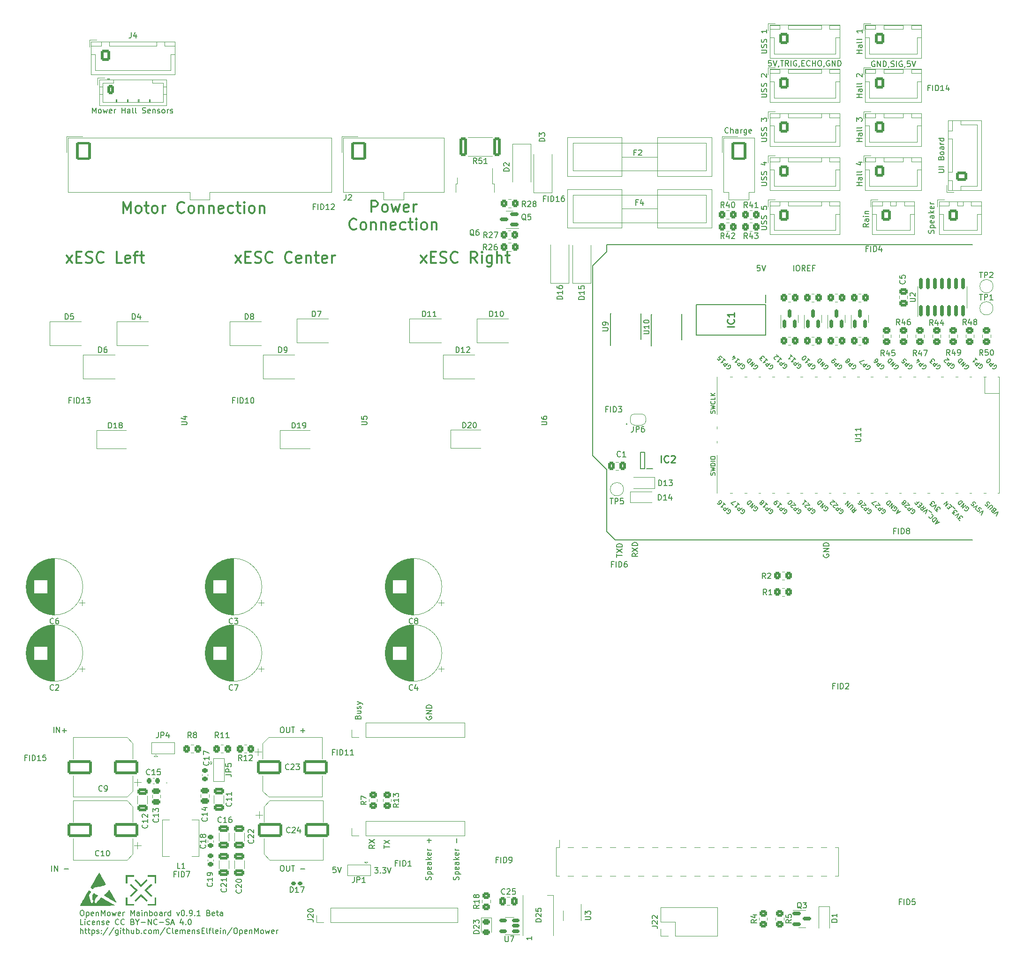
<source format=gbr>
%TF.GenerationSoftware,KiCad,Pcbnew,(6.0.1)*%
%TF.CreationDate,2022-04-07T02:12:59+02:00*%
%TF.ProjectId,OpenMowerMainboard,4f70656e-4d6f-4776-9572-4d61696e626f,rev?*%
%TF.SameCoordinates,Original*%
%TF.FileFunction,Legend,Top*%
%TF.FilePolarity,Positive*%
%FSLAX46Y46*%
G04 Gerber Fmt 4.6, Leading zero omitted, Abs format (unit mm)*
G04 Created by KiCad (PCBNEW (6.0.1)) date 2022-04-07 02:12:59*
%MOMM*%
%LPD*%
G01*
G04 APERTURE LIST*
G04 Aperture macros list*
%AMRoundRect*
0 Rectangle with rounded corners*
0 $1 Rounding radius*
0 $2 $3 $4 $5 $6 $7 $8 $9 X,Y pos of 4 corners*
0 Add a 4 corners polygon primitive as box body*
4,1,4,$2,$3,$4,$5,$6,$7,$8,$9,$2,$3,0*
0 Add four circle primitives for the rounded corners*
1,1,$1+$1,$2,$3*
1,1,$1+$1,$4,$5*
1,1,$1+$1,$6,$7*
1,1,$1+$1,$8,$9*
0 Add four rect primitives between the rounded corners*
20,1,$1+$1,$2,$3,$4,$5,0*
20,1,$1+$1,$4,$5,$6,$7,0*
20,1,$1+$1,$6,$7,$8,$9,0*
20,1,$1+$1,$8,$9,$2,$3,0*%
%AMFreePoly0*
4,1,22,0.500000,-0.750000,0.000000,-0.750000,0.000000,-0.745033,-0.079941,-0.743568,-0.215256,-0.701293,-0.333266,-0.622738,-0.424486,-0.514219,-0.481581,-0.384460,-0.499164,-0.250000,-0.500000,-0.250000,-0.500000,0.250000,-0.499164,0.250000,-0.499963,0.256109,-0.478152,0.396186,-0.417904,0.524511,-0.324060,0.630769,-0.204165,0.706417,-0.067858,0.745374,0.000000,0.744959,0.000000,0.750000,
0.500000,0.750000,0.500000,-0.750000,0.500000,-0.750000,$1*%
%AMFreePoly1*
4,1,20,0.000000,0.744959,0.073905,0.744508,0.209726,0.703889,0.328688,0.626782,0.421226,0.519385,0.479903,0.390333,0.500000,0.250000,0.500000,-0.250000,0.499851,-0.262216,0.476331,-0.402017,0.414519,-0.529596,0.319384,-0.634700,0.198574,-0.708877,0.061801,-0.746166,0.000000,-0.745033,0.000000,-0.750000,-0.500000,-0.750000,-0.500000,0.750000,0.000000,0.750000,0.000000,0.744959,
0.000000,0.744959,$1*%
G04 Aperture macros list end*
%ADD10C,0.150000*%
%ADD11C,0.300000*%
%ADD12C,0.254000*%
%ADD13C,0.120000*%
%ADD14C,0.200000*%
%ADD15C,0.010000*%
%ADD16C,0.100000*%
%ADD17RoundRect,0.250001X-1.099999X-1.399999X1.099999X-1.399999X1.099999X1.399999X-1.099999X1.399999X0*%
%ADD18O,2.700000X3.300000*%
%ADD19RoundRect,0.250000X-0.600000X-0.725000X0.600000X-0.725000X0.600000X0.725000X-0.600000X0.725000X0*%
%ADD20O,1.700000X1.950000*%
%ADD21RoundRect,0.249999X-0.350001X-0.625001X0.350001X-0.625001X0.350001X0.625001X-0.350001X0.625001X0*%
%ADD22O,1.200000X1.750000*%
%ADD23C,10.000000*%
%ADD24R,1.800000X3.500000*%
%ADD25C,2.000000*%
%ADD26O,3.000000X1.700000*%
%ADD27O,1.700000X3.000000*%
%ADD28R,0.400000X1.000000*%
%ADD29RoundRect,0.250000X-0.450000X0.350000X-0.450000X-0.350000X0.450000X-0.350000X0.450000X0.350000X0*%
%ADD30RoundRect,0.225000X-0.250000X0.225000X-0.250000X-0.225000X0.250000X-0.225000X0.250000X0.225000X0*%
%ADD31RoundRect,0.150000X-0.587500X-0.150000X0.587500X-0.150000X0.587500X0.150000X-0.587500X0.150000X0*%
%ADD32RoundRect,0.250000X0.350000X0.450000X-0.350000X0.450000X-0.350000X-0.450000X0.350000X-0.450000X0*%
%ADD33RoundRect,0.250000X-0.350000X-0.450000X0.350000X-0.450000X0.350000X0.450000X-0.350000X0.450000X0*%
%ADD34RoundRect,0.250000X-0.337500X-0.475000X0.337500X-0.475000X0.337500X0.475000X-0.337500X0.475000X0*%
%ADD35R,2.000000X2.000000*%
%ADD36RoundRect,0.243750X-0.456250X0.243750X-0.456250X-0.243750X0.456250X-0.243750X0.456250X0.243750X0*%
%ADD37C,6.950000*%
%ADD38RoundRect,0.150000X0.512500X0.150000X-0.512500X0.150000X-0.512500X-0.150000X0.512500X-0.150000X0*%
%ADD39RoundRect,0.250000X1.950000X1.000000X-1.950000X1.000000X-1.950000X-1.000000X1.950000X-1.000000X0*%
%ADD40C,2.350000*%
%ADD41RoundRect,0.250000X-1.950000X-1.000000X1.950000X-1.000000X1.950000X1.000000X-1.950000X1.000000X0*%
%ADD42RoundRect,0.250000X0.450000X-0.350000X0.450000X0.350000X-0.450000X0.350000X-0.450000X-0.350000X0*%
%ADD43R,1.000000X1.500000*%
%ADD44R,1.100000X1.100000*%
%ADD45R,1.700000X1.700000*%
%ADD46O,1.700000X1.700000*%
%ADD47RoundRect,0.225000X0.250000X-0.225000X0.250000X0.225000X-0.250000X0.225000X-0.250000X-0.225000X0*%
%ADD48RoundRect,0.250000X0.650000X-0.325000X0.650000X0.325000X-0.650000X0.325000X-0.650000X-0.325000X0*%
%ADD49R,2.500000X2.300000*%
%ADD50R,3.429000X2.413000*%
%ADD51R,2.500000X1.800000*%
%ADD52RoundRect,0.250000X-0.475000X0.337500X-0.475000X-0.337500X0.475000X-0.337500X0.475000X0.337500X0*%
%ADD53RoundRect,0.150000X0.150000X-0.587500X0.150000X0.587500X-0.150000X0.587500X-0.150000X-0.587500X0*%
%ADD54R,3.048000X3.048000*%
%ADD55C,6.200000*%
%ADD56R,1.000000X3.000000*%
%ADD57FreePoly0,180.000000*%
%ADD58FreePoly1,180.000000*%
%ADD59RoundRect,0.250000X-0.650000X0.325000X-0.650000X-0.325000X0.650000X-0.325000X0.650000X0.325000X0*%
%ADD60R,0.650000X1.560000*%
%ADD61RoundRect,0.250000X-0.600000X-0.750000X0.600000X-0.750000X0.600000X0.750000X-0.600000X0.750000X0*%
%ADD62O,1.700000X2.000000*%
%ADD63R,1.500000X1.000000*%
%ADD64R,0.300000X1.425000*%
%ADD65R,1.150000X0.600000*%
%ADD66RoundRect,0.225000X0.225000X0.250000X-0.225000X0.250000X-0.225000X-0.250000X0.225000X-0.250000X0*%
%ADD67RoundRect,0.250000X0.725000X-0.600000X0.725000X0.600000X-0.725000X0.600000X-0.725000X-0.600000X0*%
%ADD68O,1.950000X1.700000*%
%ADD69RoundRect,0.250000X-0.475000X0.250000X-0.475000X-0.250000X0.475000X-0.250000X0.475000X0.250000X0*%
%ADD70R,1.200000X2.200000*%
%ADD71R,5.800000X6.400000*%
%ADD72O,1.500000X1.500000*%
%ADD73O,1.800000X1.800000*%
%ADD74R,1.700000X3.500000*%
%ADD75R,3.500000X1.700000*%
%ADD76RoundRect,0.160000X0.222500X0.160000X-0.222500X0.160000X-0.222500X-0.160000X0.222500X-0.160000X0*%
%ADD77RoundRect,0.250000X0.337500X0.475000X-0.337500X0.475000X-0.337500X-0.475000X0.337500X-0.475000X0*%
%ADD78R,0.875000X0.300000*%
%ADD79R,1.525000X0.250000*%
%ADD80R,1.525000X0.950000*%
%ADD81R,0.450000X0.600000*%
%ADD82R,0.300000X1.650000*%
%ADD83R,0.450000X0.875000*%
%ADD84R,0.300000X0.875000*%
%ADD85R,0.500000X0.350000*%
%ADD86R,0.600000X0.250000*%
%ADD87RoundRect,0.249999X0.450001X1.425001X-0.450001X1.425001X-0.450001X-1.425001X0.450001X-1.425001X0*%
%ADD88RoundRect,0.150000X0.150000X-0.825000X0.150000X0.825000X-0.150000X0.825000X-0.150000X-0.825000X0*%
%ADD89O,1.727200X2.500000*%
%ADD90RoundRect,0.150000X0.587500X0.150000X-0.587500X0.150000X-0.587500X-0.150000X0.587500X-0.150000X0*%
G04 APERTURE END LIST*
D10*
X133352380Y-117966666D02*
X132876190Y-118300000D01*
X133352380Y-118538095D02*
X132352380Y-118538095D01*
X132352380Y-118157142D01*
X132400000Y-118061904D01*
X132447619Y-118014285D01*
X132542857Y-117966666D01*
X132685714Y-117966666D01*
X132780952Y-118014285D01*
X132828571Y-118061904D01*
X132876190Y-118157142D01*
X132876190Y-118538095D01*
X132352380Y-117633333D02*
X133352380Y-116966666D01*
X132352380Y-116966666D02*
X133352380Y-117633333D01*
X133352380Y-116585714D02*
X132352380Y-116585714D01*
X132352380Y-116347619D01*
X132400000Y-116204761D01*
X132495238Y-116109523D01*
X132590476Y-116061904D01*
X132780952Y-116014285D01*
X132923809Y-116014285D01*
X133114285Y-116061904D01*
X133209523Y-116109523D01*
X133304761Y-116204761D01*
X133352380Y-116347619D01*
X133352380Y-116585714D01*
X82828571Y-147566666D02*
X82876190Y-147423809D01*
X82923809Y-147376190D01*
X83019047Y-147328571D01*
X83161904Y-147328571D01*
X83257142Y-147376190D01*
X83304761Y-147423809D01*
X83352380Y-147519047D01*
X83352380Y-147900000D01*
X82352380Y-147900000D01*
X82352380Y-147566666D01*
X82400000Y-147471428D01*
X82447619Y-147423809D01*
X82542857Y-147376190D01*
X82638095Y-147376190D01*
X82733333Y-147423809D01*
X82780952Y-147471428D01*
X82828571Y-147566666D01*
X82828571Y-147900000D01*
X82685714Y-146471428D02*
X83352380Y-146471428D01*
X82685714Y-146900000D02*
X83209523Y-146900000D01*
X83304761Y-146852380D01*
X83352380Y-146757142D01*
X83352380Y-146614285D01*
X83304761Y-146519047D01*
X83257142Y-146471428D01*
X83304761Y-146042857D02*
X83352380Y-145947619D01*
X83352380Y-145757142D01*
X83304761Y-145661904D01*
X83209523Y-145614285D01*
X83161904Y-145614285D01*
X83066666Y-145661904D01*
X83019047Y-145757142D01*
X83019047Y-145900000D01*
X82971428Y-145995238D01*
X82876190Y-146042857D01*
X82828571Y-146042857D01*
X82733333Y-145995238D01*
X82685714Y-145900000D01*
X82685714Y-145757142D01*
X82733333Y-145661904D01*
X82685714Y-145280952D02*
X83352380Y-145042857D01*
X82685714Y-144804761D02*
X83352380Y-145042857D01*
X83590476Y-145138095D01*
X83638095Y-145185714D01*
X83685714Y-145280952D01*
X173852380Y-43579047D02*
X172852380Y-43579047D01*
X173328571Y-43579047D02*
X173328571Y-43007619D01*
X173852380Y-43007619D02*
X172852380Y-43007619D01*
X173852380Y-42102857D02*
X173328571Y-42102857D01*
X173233333Y-42150476D01*
X173185714Y-42245714D01*
X173185714Y-42436190D01*
X173233333Y-42531428D01*
X173804761Y-42102857D02*
X173852380Y-42198095D01*
X173852380Y-42436190D01*
X173804761Y-42531428D01*
X173709523Y-42579047D01*
X173614285Y-42579047D01*
X173519047Y-42531428D01*
X173471428Y-42436190D01*
X173471428Y-42198095D01*
X173423809Y-42102857D01*
X173852380Y-41483809D02*
X173804761Y-41579047D01*
X173709523Y-41626666D01*
X172852380Y-41626666D01*
X173852380Y-40960000D02*
X173804761Y-41055238D01*
X173709523Y-41102857D01*
X172852380Y-41102857D01*
X172852380Y-39912380D02*
X172852380Y-39293333D01*
X173233333Y-39626666D01*
X173233333Y-39483809D01*
X173280952Y-39388571D01*
X173328571Y-39340952D01*
X173423809Y-39293333D01*
X173661904Y-39293333D01*
X173757142Y-39340952D01*
X173804761Y-39388571D01*
X173852380Y-39483809D01*
X173852380Y-39769523D01*
X173804761Y-39864761D01*
X173757142Y-39912380D01*
D11*
X60702619Y-65504761D02*
X61750238Y-64171428D01*
X60702619Y-64171428D02*
X61750238Y-65504761D01*
X62512142Y-64457142D02*
X63178809Y-64457142D01*
X63464523Y-65504761D02*
X62512142Y-65504761D01*
X62512142Y-63504761D01*
X63464523Y-63504761D01*
X64226428Y-65409523D02*
X64512142Y-65504761D01*
X64988333Y-65504761D01*
X65178809Y-65409523D01*
X65274047Y-65314285D01*
X65369285Y-65123809D01*
X65369285Y-64933333D01*
X65274047Y-64742857D01*
X65178809Y-64647619D01*
X64988333Y-64552380D01*
X64607380Y-64457142D01*
X64416904Y-64361904D01*
X64321666Y-64266666D01*
X64226428Y-64076190D01*
X64226428Y-63885714D01*
X64321666Y-63695238D01*
X64416904Y-63600000D01*
X64607380Y-63504761D01*
X65083571Y-63504761D01*
X65369285Y-63600000D01*
X67369285Y-65314285D02*
X67274047Y-65409523D01*
X66988333Y-65504761D01*
X66797857Y-65504761D01*
X66512142Y-65409523D01*
X66321666Y-65219047D01*
X66226428Y-65028571D01*
X66131190Y-64647619D01*
X66131190Y-64361904D01*
X66226428Y-63980952D01*
X66321666Y-63790476D01*
X66512142Y-63600000D01*
X66797857Y-63504761D01*
X66988333Y-63504761D01*
X67274047Y-63600000D01*
X67369285Y-63695238D01*
X70893095Y-65314285D02*
X70797857Y-65409523D01*
X70512142Y-65504761D01*
X70321666Y-65504761D01*
X70035952Y-65409523D01*
X69845476Y-65219047D01*
X69750238Y-65028571D01*
X69655000Y-64647619D01*
X69655000Y-64361904D01*
X69750238Y-63980952D01*
X69845476Y-63790476D01*
X70035952Y-63600000D01*
X70321666Y-63504761D01*
X70512142Y-63504761D01*
X70797857Y-63600000D01*
X70893095Y-63695238D01*
X72512142Y-65409523D02*
X72321666Y-65504761D01*
X71940714Y-65504761D01*
X71750238Y-65409523D01*
X71655000Y-65219047D01*
X71655000Y-64457142D01*
X71750238Y-64266666D01*
X71940714Y-64171428D01*
X72321666Y-64171428D01*
X72512142Y-64266666D01*
X72607380Y-64457142D01*
X72607380Y-64647619D01*
X71655000Y-64838095D01*
X73464523Y-64171428D02*
X73464523Y-65504761D01*
X73464523Y-64361904D02*
X73559761Y-64266666D01*
X73750238Y-64171428D01*
X74035952Y-64171428D01*
X74226428Y-64266666D01*
X74321666Y-64457142D01*
X74321666Y-65504761D01*
X74988333Y-64171428D02*
X75750238Y-64171428D01*
X75274047Y-63504761D02*
X75274047Y-65219047D01*
X75369285Y-65409523D01*
X75559761Y-65504761D01*
X75750238Y-65504761D01*
X77178809Y-65409523D02*
X76988333Y-65504761D01*
X76607380Y-65504761D01*
X76416904Y-65409523D01*
X76321666Y-65219047D01*
X76321666Y-64457142D01*
X76416904Y-64266666D01*
X76607380Y-64171428D01*
X76988333Y-64171428D01*
X77178809Y-64266666D01*
X77274047Y-64457142D01*
X77274047Y-64647619D01*
X76321666Y-64838095D01*
X78131190Y-65504761D02*
X78131190Y-64171428D01*
X78131190Y-64552380D02*
X78226428Y-64361904D01*
X78321666Y-64266666D01*
X78512142Y-64171428D01*
X78702619Y-64171428D01*
D10*
X176142857Y-29100000D02*
X176047619Y-29052380D01*
X175904761Y-29052380D01*
X175761904Y-29100000D01*
X175666666Y-29195238D01*
X175619047Y-29290476D01*
X175571428Y-29480952D01*
X175571428Y-29623809D01*
X175619047Y-29814285D01*
X175666666Y-29909523D01*
X175761904Y-30004761D01*
X175904761Y-30052380D01*
X176000000Y-30052380D01*
X176142857Y-30004761D01*
X176190476Y-29957142D01*
X176190476Y-29623809D01*
X176000000Y-29623809D01*
X176619047Y-30052380D02*
X176619047Y-29052380D01*
X177190476Y-30052380D01*
X177190476Y-29052380D01*
X177666666Y-30052380D02*
X177666666Y-29052380D01*
X177904761Y-29052380D01*
X178047619Y-29100000D01*
X178142857Y-29195238D01*
X178190476Y-29290476D01*
X178238095Y-29480952D01*
X178238095Y-29623809D01*
X178190476Y-29814285D01*
X178142857Y-29909523D01*
X178047619Y-30004761D01*
X177904761Y-30052380D01*
X177666666Y-30052380D01*
X178714285Y-30004761D02*
X178714285Y-30052380D01*
X178666666Y-30147619D01*
X178619047Y-30195238D01*
X179095238Y-30004761D02*
X179238095Y-30052380D01*
X179476190Y-30052380D01*
X179571428Y-30004761D01*
X179619047Y-29957142D01*
X179666666Y-29861904D01*
X179666666Y-29766666D01*
X179619047Y-29671428D01*
X179571428Y-29623809D01*
X179476190Y-29576190D01*
X179285714Y-29528571D01*
X179190476Y-29480952D01*
X179142857Y-29433333D01*
X179095238Y-29338095D01*
X179095238Y-29242857D01*
X179142857Y-29147619D01*
X179190476Y-29100000D01*
X179285714Y-29052380D01*
X179523809Y-29052380D01*
X179666666Y-29100000D01*
X180095238Y-30052380D02*
X180095238Y-29052380D01*
X181095238Y-29100000D02*
X181000000Y-29052380D01*
X180857142Y-29052380D01*
X180714285Y-29100000D01*
X180619047Y-29195238D01*
X180571428Y-29290476D01*
X180523809Y-29480952D01*
X180523809Y-29623809D01*
X180571428Y-29814285D01*
X180619047Y-29909523D01*
X180714285Y-30004761D01*
X180857142Y-30052380D01*
X180952380Y-30052380D01*
X181095238Y-30004761D01*
X181142857Y-29957142D01*
X181142857Y-29623809D01*
X180952380Y-29623809D01*
X181619047Y-30004761D02*
X181619047Y-30052380D01*
X181571428Y-30147619D01*
X181523809Y-30195238D01*
X182523809Y-29052380D02*
X182047619Y-29052380D01*
X182000000Y-29528571D01*
X182047619Y-29480952D01*
X182142857Y-29433333D01*
X182380952Y-29433333D01*
X182476190Y-29480952D01*
X182523809Y-29528571D01*
X182571428Y-29623809D01*
X182571428Y-29861904D01*
X182523809Y-29957142D01*
X182476190Y-30004761D01*
X182380952Y-30052380D01*
X182142857Y-30052380D01*
X182047619Y-30004761D01*
X182000000Y-29957142D01*
X182857142Y-29052380D02*
X183190476Y-30052380D01*
X183523809Y-29052380D01*
D11*
X85247619Y-56294761D02*
X85247619Y-54294761D01*
X86009523Y-54294761D01*
X86200000Y-54390000D01*
X86295238Y-54485238D01*
X86390476Y-54675714D01*
X86390476Y-54961428D01*
X86295238Y-55151904D01*
X86200000Y-55247142D01*
X86009523Y-55342380D01*
X85247619Y-55342380D01*
X87533333Y-56294761D02*
X87342857Y-56199523D01*
X87247619Y-56104285D01*
X87152380Y-55913809D01*
X87152380Y-55342380D01*
X87247619Y-55151904D01*
X87342857Y-55056666D01*
X87533333Y-54961428D01*
X87819047Y-54961428D01*
X88009523Y-55056666D01*
X88104761Y-55151904D01*
X88200000Y-55342380D01*
X88200000Y-55913809D01*
X88104761Y-56104285D01*
X88009523Y-56199523D01*
X87819047Y-56294761D01*
X87533333Y-56294761D01*
X88866666Y-54961428D02*
X89247619Y-56294761D01*
X89628571Y-55342380D01*
X90009523Y-56294761D01*
X90390476Y-54961428D01*
X91914285Y-56199523D02*
X91723809Y-56294761D01*
X91342857Y-56294761D01*
X91152380Y-56199523D01*
X91057142Y-56009047D01*
X91057142Y-55247142D01*
X91152380Y-55056666D01*
X91342857Y-54961428D01*
X91723809Y-54961428D01*
X91914285Y-55056666D01*
X92009523Y-55247142D01*
X92009523Y-55437619D01*
X91057142Y-55628095D01*
X92866666Y-56294761D02*
X92866666Y-54961428D01*
X92866666Y-55342380D02*
X92961904Y-55151904D01*
X93057142Y-55056666D01*
X93247619Y-54961428D01*
X93438095Y-54961428D01*
X82533333Y-59324285D02*
X82438095Y-59419523D01*
X82152380Y-59514761D01*
X81961904Y-59514761D01*
X81676190Y-59419523D01*
X81485714Y-59229047D01*
X81390476Y-59038571D01*
X81295238Y-58657619D01*
X81295238Y-58371904D01*
X81390476Y-57990952D01*
X81485714Y-57800476D01*
X81676190Y-57610000D01*
X81961904Y-57514761D01*
X82152380Y-57514761D01*
X82438095Y-57610000D01*
X82533333Y-57705238D01*
X83676190Y-59514761D02*
X83485714Y-59419523D01*
X83390476Y-59324285D01*
X83295238Y-59133809D01*
X83295238Y-58562380D01*
X83390476Y-58371904D01*
X83485714Y-58276666D01*
X83676190Y-58181428D01*
X83961904Y-58181428D01*
X84152380Y-58276666D01*
X84247619Y-58371904D01*
X84342857Y-58562380D01*
X84342857Y-59133809D01*
X84247619Y-59324285D01*
X84152380Y-59419523D01*
X83961904Y-59514761D01*
X83676190Y-59514761D01*
X85200000Y-58181428D02*
X85200000Y-59514761D01*
X85200000Y-58371904D02*
X85295238Y-58276666D01*
X85485714Y-58181428D01*
X85771428Y-58181428D01*
X85961904Y-58276666D01*
X86057142Y-58467142D01*
X86057142Y-59514761D01*
X87009523Y-58181428D02*
X87009523Y-59514761D01*
X87009523Y-58371904D02*
X87104761Y-58276666D01*
X87295238Y-58181428D01*
X87580952Y-58181428D01*
X87771428Y-58276666D01*
X87866666Y-58467142D01*
X87866666Y-59514761D01*
X89580952Y-59419523D02*
X89390476Y-59514761D01*
X89009523Y-59514761D01*
X88819047Y-59419523D01*
X88723809Y-59229047D01*
X88723809Y-58467142D01*
X88819047Y-58276666D01*
X89009523Y-58181428D01*
X89390476Y-58181428D01*
X89580952Y-58276666D01*
X89676190Y-58467142D01*
X89676190Y-58657619D01*
X88723809Y-58848095D01*
X91390476Y-59419523D02*
X91200000Y-59514761D01*
X90819047Y-59514761D01*
X90628571Y-59419523D01*
X90533333Y-59324285D01*
X90438095Y-59133809D01*
X90438095Y-58562380D01*
X90533333Y-58371904D01*
X90628571Y-58276666D01*
X90819047Y-58181428D01*
X91200000Y-58181428D01*
X91390476Y-58276666D01*
X91961904Y-58181428D02*
X92723809Y-58181428D01*
X92247619Y-57514761D02*
X92247619Y-59229047D01*
X92342857Y-59419523D01*
X92533333Y-59514761D01*
X92723809Y-59514761D01*
X93390476Y-59514761D02*
X93390476Y-58181428D01*
X93390476Y-57514761D02*
X93295238Y-57610000D01*
X93390476Y-57705238D01*
X93485714Y-57610000D01*
X93390476Y-57514761D01*
X93390476Y-57705238D01*
X94628571Y-59514761D02*
X94438095Y-59419523D01*
X94342857Y-59324285D01*
X94247619Y-59133809D01*
X94247619Y-58562380D01*
X94342857Y-58371904D01*
X94438095Y-58276666D01*
X94628571Y-58181428D01*
X94914285Y-58181428D01*
X95104761Y-58276666D01*
X95200000Y-58371904D01*
X95295238Y-58562380D01*
X95295238Y-59133809D01*
X95200000Y-59324285D01*
X95104761Y-59419523D01*
X94914285Y-59514761D01*
X94628571Y-59514761D01*
X96152380Y-58181428D02*
X96152380Y-59514761D01*
X96152380Y-58371904D02*
X96247619Y-58276666D01*
X96438095Y-58181428D01*
X96723809Y-58181428D01*
X96914285Y-58276666D01*
X97009523Y-58467142D01*
X97009523Y-59514761D01*
D10*
X186804761Y-60161904D02*
X186852380Y-60019047D01*
X186852380Y-59780952D01*
X186804761Y-59685714D01*
X186757142Y-59638095D01*
X186661904Y-59590476D01*
X186566666Y-59590476D01*
X186471428Y-59638095D01*
X186423809Y-59685714D01*
X186376190Y-59780952D01*
X186328571Y-59971428D01*
X186280952Y-60066666D01*
X186233333Y-60114285D01*
X186138095Y-60161904D01*
X186042857Y-60161904D01*
X185947619Y-60114285D01*
X185900000Y-60066666D01*
X185852380Y-59971428D01*
X185852380Y-59733333D01*
X185900000Y-59590476D01*
X186185714Y-59161904D02*
X187185714Y-59161904D01*
X186233333Y-59161904D02*
X186185714Y-59066666D01*
X186185714Y-58876190D01*
X186233333Y-58780952D01*
X186280952Y-58733333D01*
X186376190Y-58685714D01*
X186661904Y-58685714D01*
X186757142Y-58733333D01*
X186804761Y-58780952D01*
X186852380Y-58876190D01*
X186852380Y-59066666D01*
X186804761Y-59161904D01*
X186804761Y-57876190D02*
X186852380Y-57971428D01*
X186852380Y-58161904D01*
X186804761Y-58257142D01*
X186709523Y-58304761D01*
X186328571Y-58304761D01*
X186233333Y-58257142D01*
X186185714Y-58161904D01*
X186185714Y-57971428D01*
X186233333Y-57876190D01*
X186328571Y-57828571D01*
X186423809Y-57828571D01*
X186519047Y-58304761D01*
X186852380Y-56971428D02*
X186328571Y-56971428D01*
X186233333Y-57019047D01*
X186185714Y-57114285D01*
X186185714Y-57304761D01*
X186233333Y-57400000D01*
X186804761Y-56971428D02*
X186852380Y-57066666D01*
X186852380Y-57304761D01*
X186804761Y-57400000D01*
X186709523Y-57447619D01*
X186614285Y-57447619D01*
X186519047Y-57400000D01*
X186471428Y-57304761D01*
X186471428Y-57066666D01*
X186423809Y-56971428D01*
X186852380Y-56495238D02*
X185852380Y-56495238D01*
X186471428Y-56400000D02*
X186852380Y-56114285D01*
X186185714Y-56114285D02*
X186566666Y-56495238D01*
X186804761Y-55304761D02*
X186852380Y-55400000D01*
X186852380Y-55590476D01*
X186804761Y-55685714D01*
X186709523Y-55733333D01*
X186328571Y-55733333D01*
X186233333Y-55685714D01*
X186185714Y-55590476D01*
X186185714Y-55400000D01*
X186233333Y-55304761D01*
X186328571Y-55257142D01*
X186423809Y-55257142D01*
X186519047Y-55733333D01*
X186852380Y-54828571D02*
X186185714Y-54828571D01*
X186376190Y-54828571D02*
X186280952Y-54780952D01*
X186233333Y-54733333D01*
X186185714Y-54638095D01*
X186185714Y-54542857D01*
X34861904Y-38452380D02*
X34861904Y-37452380D01*
X35195238Y-38166666D01*
X35528571Y-37452380D01*
X35528571Y-38452380D01*
X36147619Y-38452380D02*
X36052380Y-38404761D01*
X36004761Y-38357142D01*
X35957142Y-38261904D01*
X35957142Y-37976190D01*
X36004761Y-37880952D01*
X36052380Y-37833333D01*
X36147619Y-37785714D01*
X36290476Y-37785714D01*
X36385714Y-37833333D01*
X36433333Y-37880952D01*
X36480952Y-37976190D01*
X36480952Y-38261904D01*
X36433333Y-38357142D01*
X36385714Y-38404761D01*
X36290476Y-38452380D01*
X36147619Y-38452380D01*
X36814285Y-37785714D02*
X37004761Y-38452380D01*
X37195238Y-37976190D01*
X37385714Y-38452380D01*
X37576190Y-37785714D01*
X38338095Y-38404761D02*
X38242857Y-38452380D01*
X38052380Y-38452380D01*
X37957142Y-38404761D01*
X37909523Y-38309523D01*
X37909523Y-37928571D01*
X37957142Y-37833333D01*
X38052380Y-37785714D01*
X38242857Y-37785714D01*
X38338095Y-37833333D01*
X38385714Y-37928571D01*
X38385714Y-38023809D01*
X37909523Y-38119047D01*
X38814285Y-38452380D02*
X38814285Y-37785714D01*
X38814285Y-37976190D02*
X38861904Y-37880952D01*
X38909523Y-37833333D01*
X39004761Y-37785714D01*
X39100000Y-37785714D01*
X40195238Y-38452380D02*
X40195238Y-37452380D01*
X40195238Y-37928571D02*
X40766666Y-37928571D01*
X40766666Y-38452380D02*
X40766666Y-37452380D01*
X41671428Y-38452380D02*
X41671428Y-37928571D01*
X41623809Y-37833333D01*
X41528571Y-37785714D01*
X41338095Y-37785714D01*
X41242857Y-37833333D01*
X41671428Y-38404761D02*
X41576190Y-38452380D01*
X41338095Y-38452380D01*
X41242857Y-38404761D01*
X41195238Y-38309523D01*
X41195238Y-38214285D01*
X41242857Y-38119047D01*
X41338095Y-38071428D01*
X41576190Y-38071428D01*
X41671428Y-38023809D01*
X42290476Y-38452380D02*
X42195238Y-38404761D01*
X42147619Y-38309523D01*
X42147619Y-37452380D01*
X42814285Y-38452380D02*
X42719047Y-38404761D01*
X42671428Y-38309523D01*
X42671428Y-37452380D01*
X43909523Y-38404761D02*
X44052380Y-38452380D01*
X44290476Y-38452380D01*
X44385714Y-38404761D01*
X44433333Y-38357142D01*
X44480952Y-38261904D01*
X44480952Y-38166666D01*
X44433333Y-38071428D01*
X44385714Y-38023809D01*
X44290476Y-37976190D01*
X44100000Y-37928571D01*
X44004761Y-37880952D01*
X43957142Y-37833333D01*
X43909523Y-37738095D01*
X43909523Y-37642857D01*
X43957142Y-37547619D01*
X44004761Y-37500000D01*
X44100000Y-37452380D01*
X44338095Y-37452380D01*
X44480952Y-37500000D01*
X45290476Y-38404761D02*
X45195238Y-38452380D01*
X45004761Y-38452380D01*
X44909523Y-38404761D01*
X44861904Y-38309523D01*
X44861904Y-37928571D01*
X44909523Y-37833333D01*
X45004761Y-37785714D01*
X45195238Y-37785714D01*
X45290476Y-37833333D01*
X45338095Y-37928571D01*
X45338095Y-38023809D01*
X44861904Y-38119047D01*
X45766666Y-37785714D02*
X45766666Y-38452380D01*
X45766666Y-37880952D02*
X45814285Y-37833333D01*
X45909523Y-37785714D01*
X46052380Y-37785714D01*
X46147619Y-37833333D01*
X46195238Y-37928571D01*
X46195238Y-38452380D01*
X46623809Y-38404761D02*
X46719047Y-38452380D01*
X46909523Y-38452380D01*
X47004761Y-38404761D01*
X47052380Y-38309523D01*
X47052380Y-38261904D01*
X47004761Y-38166666D01*
X46909523Y-38119047D01*
X46766666Y-38119047D01*
X46671428Y-38071428D01*
X46623809Y-37976190D01*
X46623809Y-37928571D01*
X46671428Y-37833333D01*
X46766666Y-37785714D01*
X46909523Y-37785714D01*
X47004761Y-37833333D01*
X47623809Y-38452380D02*
X47528571Y-38404761D01*
X47480952Y-38357142D01*
X47433333Y-38261904D01*
X47433333Y-37976190D01*
X47480952Y-37880952D01*
X47528571Y-37833333D01*
X47623809Y-37785714D01*
X47766666Y-37785714D01*
X47861904Y-37833333D01*
X47909523Y-37880952D01*
X47957142Y-37976190D01*
X47957142Y-38261904D01*
X47909523Y-38357142D01*
X47861904Y-38404761D01*
X47766666Y-38452380D01*
X47623809Y-38452380D01*
X48385714Y-38452380D02*
X48385714Y-37785714D01*
X48385714Y-37976190D02*
X48433333Y-37880952D01*
X48480952Y-37833333D01*
X48576190Y-37785714D01*
X48671428Y-37785714D01*
X48957142Y-38404761D02*
X49052380Y-38452380D01*
X49242857Y-38452380D01*
X49338095Y-38404761D01*
X49385714Y-38309523D01*
X49385714Y-38261904D01*
X49338095Y-38166666D01*
X49242857Y-38119047D01*
X49100000Y-38119047D01*
X49004761Y-38071428D01*
X48957142Y-37976190D01*
X48957142Y-37928571D01*
X49004761Y-37833333D01*
X49100000Y-37785714D01*
X49242857Y-37785714D01*
X49338095Y-37833333D01*
X101004761Y-176961904D02*
X101052380Y-176819047D01*
X101052380Y-176580952D01*
X101004761Y-176485714D01*
X100957142Y-176438095D01*
X100861904Y-176390476D01*
X100766666Y-176390476D01*
X100671428Y-176438095D01*
X100623809Y-176485714D01*
X100576190Y-176580952D01*
X100528571Y-176771428D01*
X100480952Y-176866666D01*
X100433333Y-176914285D01*
X100338095Y-176961904D01*
X100242857Y-176961904D01*
X100147619Y-176914285D01*
X100100000Y-176866666D01*
X100052380Y-176771428D01*
X100052380Y-176533333D01*
X100100000Y-176390476D01*
X100385714Y-175961904D02*
X101385714Y-175961904D01*
X100433333Y-175961904D02*
X100385714Y-175866666D01*
X100385714Y-175676190D01*
X100433333Y-175580952D01*
X100480952Y-175533333D01*
X100576190Y-175485714D01*
X100861904Y-175485714D01*
X100957142Y-175533333D01*
X101004761Y-175580952D01*
X101052380Y-175676190D01*
X101052380Y-175866666D01*
X101004761Y-175961904D01*
X101004761Y-174676190D02*
X101052380Y-174771428D01*
X101052380Y-174961904D01*
X101004761Y-175057142D01*
X100909523Y-175104761D01*
X100528571Y-175104761D01*
X100433333Y-175057142D01*
X100385714Y-174961904D01*
X100385714Y-174771428D01*
X100433333Y-174676190D01*
X100528571Y-174628571D01*
X100623809Y-174628571D01*
X100719047Y-175104761D01*
X101052380Y-173771428D02*
X100528571Y-173771428D01*
X100433333Y-173819047D01*
X100385714Y-173914285D01*
X100385714Y-174104761D01*
X100433333Y-174200000D01*
X101004761Y-173771428D02*
X101052380Y-173866666D01*
X101052380Y-174104761D01*
X101004761Y-174200000D01*
X100909523Y-174247619D01*
X100814285Y-174247619D01*
X100719047Y-174200000D01*
X100671428Y-174104761D01*
X100671428Y-173866666D01*
X100623809Y-173771428D01*
X101052380Y-173295238D02*
X100052380Y-173295238D01*
X100671428Y-173200000D02*
X101052380Y-172914285D01*
X100385714Y-172914285D02*
X100766666Y-173295238D01*
X101004761Y-172104761D02*
X101052380Y-172200000D01*
X101052380Y-172390476D01*
X101004761Y-172485714D01*
X100909523Y-172533333D01*
X100528571Y-172533333D01*
X100433333Y-172485714D01*
X100385714Y-172390476D01*
X100385714Y-172200000D01*
X100433333Y-172104761D01*
X100528571Y-172057142D01*
X100623809Y-172057142D01*
X100719047Y-172533333D01*
X101052380Y-171628571D02*
X100385714Y-171628571D01*
X100576190Y-171628571D02*
X100480952Y-171580952D01*
X100433333Y-171533333D01*
X100385714Y-171438095D01*
X100385714Y-171342857D01*
X100671428Y-170247619D02*
X100671428Y-169485714D01*
X155652380Y-35587739D02*
X156461904Y-35587739D01*
X156557142Y-35540120D01*
X156604761Y-35492501D01*
X156652380Y-35397262D01*
X156652380Y-35206786D01*
X156604761Y-35111548D01*
X156557142Y-35063929D01*
X156461904Y-35016310D01*
X155652380Y-35016310D01*
X156604761Y-34587739D02*
X156652380Y-34444881D01*
X156652380Y-34206786D01*
X156604761Y-34111548D01*
X156557142Y-34063929D01*
X156461904Y-34016310D01*
X156366666Y-34016310D01*
X156271428Y-34063929D01*
X156223809Y-34111548D01*
X156176190Y-34206786D01*
X156128571Y-34397262D01*
X156080952Y-34492501D01*
X156033333Y-34540120D01*
X155938095Y-34587739D01*
X155842857Y-34587739D01*
X155747619Y-34540120D01*
X155700000Y-34492501D01*
X155652380Y-34397262D01*
X155652380Y-34159167D01*
X155700000Y-34016310D01*
X156604761Y-33635358D02*
X156652380Y-33492501D01*
X156652380Y-33254405D01*
X156604761Y-33159167D01*
X156557142Y-33111548D01*
X156461904Y-33063929D01*
X156366666Y-33063929D01*
X156271428Y-33111548D01*
X156223809Y-33159167D01*
X156176190Y-33254405D01*
X156128571Y-33444881D01*
X156080952Y-33540120D01*
X156033333Y-33587739D01*
X155938095Y-33635358D01*
X155842857Y-33635358D01*
X155747619Y-33587739D01*
X155700000Y-33540120D01*
X155652380Y-33444881D01*
X155652380Y-33206786D01*
X155700000Y-33063929D01*
X155747619Y-31921072D02*
X155700000Y-31873453D01*
X155652380Y-31778215D01*
X155652380Y-31540120D01*
X155700000Y-31444881D01*
X155747619Y-31397262D01*
X155842857Y-31349643D01*
X155938095Y-31349643D01*
X156080952Y-31397262D01*
X156652380Y-31968691D01*
X156652380Y-31349643D01*
X78809523Y-174652380D02*
X78333333Y-174652380D01*
X78285714Y-175128571D01*
X78333333Y-175080952D01*
X78428571Y-175033333D01*
X78666666Y-175033333D01*
X78761904Y-175080952D01*
X78809523Y-175128571D01*
X78857142Y-175223809D01*
X78857142Y-175461904D01*
X78809523Y-175557142D01*
X78761904Y-175604761D01*
X78666666Y-175652380D01*
X78428571Y-175652380D01*
X78333333Y-175604761D01*
X78285714Y-175557142D01*
X79142857Y-174652380D02*
X79476190Y-175652380D01*
X79809523Y-174652380D01*
X96004761Y-176961904D02*
X96052380Y-176819047D01*
X96052380Y-176580952D01*
X96004761Y-176485714D01*
X95957142Y-176438095D01*
X95861904Y-176390476D01*
X95766666Y-176390476D01*
X95671428Y-176438095D01*
X95623809Y-176485714D01*
X95576190Y-176580952D01*
X95528571Y-176771428D01*
X95480952Y-176866666D01*
X95433333Y-176914285D01*
X95338095Y-176961904D01*
X95242857Y-176961904D01*
X95147619Y-176914285D01*
X95100000Y-176866666D01*
X95052380Y-176771428D01*
X95052380Y-176533333D01*
X95100000Y-176390476D01*
X95385714Y-175961904D02*
X96385714Y-175961904D01*
X95433333Y-175961904D02*
X95385714Y-175866666D01*
X95385714Y-175676190D01*
X95433333Y-175580952D01*
X95480952Y-175533333D01*
X95576190Y-175485714D01*
X95861904Y-175485714D01*
X95957142Y-175533333D01*
X96004761Y-175580952D01*
X96052380Y-175676190D01*
X96052380Y-175866666D01*
X96004761Y-175961904D01*
X96004761Y-174676190D02*
X96052380Y-174771428D01*
X96052380Y-174961904D01*
X96004761Y-175057142D01*
X95909523Y-175104761D01*
X95528571Y-175104761D01*
X95433333Y-175057142D01*
X95385714Y-174961904D01*
X95385714Y-174771428D01*
X95433333Y-174676190D01*
X95528571Y-174628571D01*
X95623809Y-174628571D01*
X95719047Y-175104761D01*
X96052380Y-173771428D02*
X95528571Y-173771428D01*
X95433333Y-173819047D01*
X95385714Y-173914285D01*
X95385714Y-174104761D01*
X95433333Y-174200000D01*
X96004761Y-173771428D02*
X96052380Y-173866666D01*
X96052380Y-174104761D01*
X96004761Y-174200000D01*
X95909523Y-174247619D01*
X95814285Y-174247619D01*
X95719047Y-174200000D01*
X95671428Y-174104761D01*
X95671428Y-173866666D01*
X95623809Y-173771428D01*
X96052380Y-173295238D02*
X95052380Y-173295238D01*
X95671428Y-173200000D02*
X96052380Y-172914285D01*
X95385714Y-172914285D02*
X95766666Y-173295238D01*
X96004761Y-172104761D02*
X96052380Y-172200000D01*
X96052380Y-172390476D01*
X96004761Y-172485714D01*
X95909523Y-172533333D01*
X95528571Y-172533333D01*
X95433333Y-172485714D01*
X95385714Y-172390476D01*
X95385714Y-172200000D01*
X95433333Y-172104761D01*
X95528571Y-172057142D01*
X95623809Y-172057142D01*
X95719047Y-172533333D01*
X96052380Y-171628571D02*
X95385714Y-171628571D01*
X95576190Y-171628571D02*
X95480952Y-171580952D01*
X95433333Y-171533333D01*
X95385714Y-171438095D01*
X95385714Y-171342857D01*
X95671428Y-170247619D02*
X95671428Y-169485714D01*
X96052380Y-169866666D02*
X95290476Y-169866666D01*
X155652380Y-59490239D02*
X156461904Y-59490239D01*
X156557142Y-59442620D01*
X156604761Y-59395001D01*
X156652380Y-59299762D01*
X156652380Y-59109286D01*
X156604761Y-59014048D01*
X156557142Y-58966429D01*
X156461904Y-58918810D01*
X155652380Y-58918810D01*
X156604761Y-58490239D02*
X156652380Y-58347381D01*
X156652380Y-58109286D01*
X156604761Y-58014048D01*
X156557142Y-57966429D01*
X156461904Y-57918810D01*
X156366666Y-57918810D01*
X156271428Y-57966429D01*
X156223809Y-58014048D01*
X156176190Y-58109286D01*
X156128571Y-58299762D01*
X156080952Y-58395001D01*
X156033333Y-58442620D01*
X155938095Y-58490239D01*
X155842857Y-58490239D01*
X155747619Y-58442620D01*
X155700000Y-58395001D01*
X155652380Y-58299762D01*
X155652380Y-58061667D01*
X155700000Y-57918810D01*
X156604761Y-57537858D02*
X156652380Y-57395001D01*
X156652380Y-57156905D01*
X156604761Y-57061667D01*
X156557142Y-57014048D01*
X156461904Y-56966429D01*
X156366666Y-56966429D01*
X156271428Y-57014048D01*
X156223809Y-57061667D01*
X156176190Y-57156905D01*
X156128571Y-57347381D01*
X156080952Y-57442620D01*
X156033333Y-57490239D01*
X155938095Y-57537858D01*
X155842857Y-57537858D01*
X155747619Y-57490239D01*
X155700000Y-57442620D01*
X155652380Y-57347381D01*
X155652380Y-57109286D01*
X155700000Y-56966429D01*
X155652380Y-55299762D02*
X155652380Y-55775953D01*
X156128571Y-55823572D01*
X156080952Y-55775953D01*
X156033333Y-55680715D01*
X156033333Y-55442620D01*
X156080952Y-55347381D01*
X156128571Y-55299762D01*
X156223809Y-55252143D01*
X156461904Y-55252143D01*
X156557142Y-55299762D01*
X156604761Y-55347381D01*
X156652380Y-55442620D01*
X156652380Y-55680715D01*
X156604761Y-55775953D01*
X156557142Y-55823572D01*
X173852380Y-35611547D02*
X172852380Y-35611547D01*
X173328571Y-35611547D02*
X173328571Y-35040119D01*
X173852380Y-35040119D02*
X172852380Y-35040119D01*
X173852380Y-34135357D02*
X173328571Y-34135357D01*
X173233333Y-34182976D01*
X173185714Y-34278214D01*
X173185714Y-34468690D01*
X173233333Y-34563928D01*
X173804761Y-34135357D02*
X173852380Y-34230595D01*
X173852380Y-34468690D01*
X173804761Y-34563928D01*
X173709523Y-34611547D01*
X173614285Y-34611547D01*
X173519047Y-34563928D01*
X173471428Y-34468690D01*
X173471428Y-34230595D01*
X173423809Y-34135357D01*
X173852380Y-33516309D02*
X173804761Y-33611547D01*
X173709523Y-33659166D01*
X172852380Y-33659166D01*
X173852380Y-32992500D02*
X173804761Y-33087738D01*
X173709523Y-33135357D01*
X172852380Y-33135357D01*
X172947619Y-31897261D02*
X172900000Y-31849642D01*
X172852380Y-31754404D01*
X172852380Y-31516309D01*
X172900000Y-31421071D01*
X172947619Y-31373452D01*
X173042857Y-31325833D01*
X173138095Y-31325833D01*
X173280952Y-31373452D01*
X173852380Y-31944880D01*
X173852380Y-31325833D01*
X155652380Y-43555239D02*
X156461904Y-43555239D01*
X156557142Y-43507620D01*
X156604761Y-43460001D01*
X156652380Y-43364762D01*
X156652380Y-43174286D01*
X156604761Y-43079048D01*
X156557142Y-43031429D01*
X156461904Y-42983810D01*
X155652380Y-42983810D01*
X156604761Y-42555239D02*
X156652380Y-42412381D01*
X156652380Y-42174286D01*
X156604761Y-42079048D01*
X156557142Y-42031429D01*
X156461904Y-41983810D01*
X156366666Y-41983810D01*
X156271428Y-42031429D01*
X156223809Y-42079048D01*
X156176190Y-42174286D01*
X156128571Y-42364762D01*
X156080952Y-42460001D01*
X156033333Y-42507620D01*
X155938095Y-42555239D01*
X155842857Y-42555239D01*
X155747619Y-42507620D01*
X155700000Y-42460001D01*
X155652380Y-42364762D01*
X155652380Y-42126667D01*
X155700000Y-41983810D01*
X156604761Y-41602858D02*
X156652380Y-41460001D01*
X156652380Y-41221905D01*
X156604761Y-41126667D01*
X156557142Y-41079048D01*
X156461904Y-41031429D01*
X156366666Y-41031429D01*
X156271428Y-41079048D01*
X156223809Y-41126667D01*
X156176190Y-41221905D01*
X156128571Y-41412381D01*
X156080952Y-41507620D01*
X156033333Y-41555239D01*
X155938095Y-41602858D01*
X155842857Y-41602858D01*
X155747619Y-41555239D01*
X155700000Y-41507620D01*
X155652380Y-41412381D01*
X155652380Y-41174286D01*
X155700000Y-41031429D01*
X155652380Y-39936191D02*
X155652380Y-39317143D01*
X156033333Y-39650477D01*
X156033333Y-39507620D01*
X156080952Y-39412381D01*
X156128571Y-39364762D01*
X156223809Y-39317143D01*
X156461904Y-39317143D01*
X156557142Y-39364762D01*
X156604761Y-39412381D01*
X156652380Y-39507620D01*
X156652380Y-39793334D01*
X156604761Y-39888572D01*
X156557142Y-39936191D01*
X32926071Y-182442380D02*
X33116547Y-182442380D01*
X33211785Y-182490000D01*
X33307023Y-182585238D01*
X33354642Y-182775714D01*
X33354642Y-183109047D01*
X33307023Y-183299523D01*
X33211785Y-183394761D01*
X33116547Y-183442380D01*
X32926071Y-183442380D01*
X32830833Y-183394761D01*
X32735595Y-183299523D01*
X32687976Y-183109047D01*
X32687976Y-182775714D01*
X32735595Y-182585238D01*
X32830833Y-182490000D01*
X32926071Y-182442380D01*
X33783214Y-182775714D02*
X33783214Y-183775714D01*
X33783214Y-182823333D02*
X33878452Y-182775714D01*
X34068928Y-182775714D01*
X34164166Y-182823333D01*
X34211785Y-182870952D01*
X34259404Y-182966190D01*
X34259404Y-183251904D01*
X34211785Y-183347142D01*
X34164166Y-183394761D01*
X34068928Y-183442380D01*
X33878452Y-183442380D01*
X33783214Y-183394761D01*
X35068928Y-183394761D02*
X34973690Y-183442380D01*
X34783214Y-183442380D01*
X34687976Y-183394761D01*
X34640357Y-183299523D01*
X34640357Y-182918571D01*
X34687976Y-182823333D01*
X34783214Y-182775714D01*
X34973690Y-182775714D01*
X35068928Y-182823333D01*
X35116547Y-182918571D01*
X35116547Y-183013809D01*
X34640357Y-183109047D01*
X35545119Y-182775714D02*
X35545119Y-183442380D01*
X35545119Y-182870952D02*
X35592738Y-182823333D01*
X35687976Y-182775714D01*
X35830833Y-182775714D01*
X35926071Y-182823333D01*
X35973690Y-182918571D01*
X35973690Y-183442380D01*
X36449880Y-183442380D02*
X36449880Y-182442380D01*
X36783214Y-183156666D01*
X37116547Y-182442380D01*
X37116547Y-183442380D01*
X37735595Y-183442380D02*
X37640357Y-183394761D01*
X37592738Y-183347142D01*
X37545119Y-183251904D01*
X37545119Y-182966190D01*
X37592738Y-182870952D01*
X37640357Y-182823333D01*
X37735595Y-182775714D01*
X37878452Y-182775714D01*
X37973690Y-182823333D01*
X38021309Y-182870952D01*
X38068928Y-182966190D01*
X38068928Y-183251904D01*
X38021309Y-183347142D01*
X37973690Y-183394761D01*
X37878452Y-183442380D01*
X37735595Y-183442380D01*
X38402261Y-182775714D02*
X38592738Y-183442380D01*
X38783214Y-182966190D01*
X38973690Y-183442380D01*
X39164166Y-182775714D01*
X39926071Y-183394761D02*
X39830833Y-183442380D01*
X39640357Y-183442380D01*
X39545119Y-183394761D01*
X39497500Y-183299523D01*
X39497500Y-182918571D01*
X39545119Y-182823333D01*
X39640357Y-182775714D01*
X39830833Y-182775714D01*
X39926071Y-182823333D01*
X39973690Y-182918571D01*
X39973690Y-183013809D01*
X39497500Y-183109047D01*
X40402261Y-183442380D02*
X40402261Y-182775714D01*
X40402261Y-182966190D02*
X40449880Y-182870952D01*
X40497500Y-182823333D01*
X40592738Y-182775714D01*
X40687976Y-182775714D01*
X41783214Y-183442380D02*
X41783214Y-182442380D01*
X42116547Y-183156666D01*
X42449880Y-182442380D01*
X42449880Y-183442380D01*
X43354642Y-183442380D02*
X43354642Y-182918571D01*
X43307023Y-182823333D01*
X43211785Y-182775714D01*
X43021309Y-182775714D01*
X42926071Y-182823333D01*
X43354642Y-183394761D02*
X43259404Y-183442380D01*
X43021309Y-183442380D01*
X42926071Y-183394761D01*
X42878452Y-183299523D01*
X42878452Y-183204285D01*
X42926071Y-183109047D01*
X43021309Y-183061428D01*
X43259404Y-183061428D01*
X43354642Y-183013809D01*
X43830833Y-183442380D02*
X43830833Y-182775714D01*
X43830833Y-182442380D02*
X43783214Y-182490000D01*
X43830833Y-182537619D01*
X43878452Y-182490000D01*
X43830833Y-182442380D01*
X43830833Y-182537619D01*
X44307023Y-182775714D02*
X44307023Y-183442380D01*
X44307023Y-182870952D02*
X44354642Y-182823333D01*
X44449880Y-182775714D01*
X44592738Y-182775714D01*
X44687976Y-182823333D01*
X44735595Y-182918571D01*
X44735595Y-183442380D01*
X45211785Y-183442380D02*
X45211785Y-182442380D01*
X45211785Y-182823333D02*
X45307023Y-182775714D01*
X45497500Y-182775714D01*
X45592738Y-182823333D01*
X45640357Y-182870952D01*
X45687976Y-182966190D01*
X45687976Y-183251904D01*
X45640357Y-183347142D01*
X45592738Y-183394761D01*
X45497500Y-183442380D01*
X45307023Y-183442380D01*
X45211785Y-183394761D01*
X46259404Y-183442380D02*
X46164166Y-183394761D01*
X46116547Y-183347142D01*
X46068928Y-183251904D01*
X46068928Y-182966190D01*
X46116547Y-182870952D01*
X46164166Y-182823333D01*
X46259404Y-182775714D01*
X46402261Y-182775714D01*
X46497500Y-182823333D01*
X46545119Y-182870952D01*
X46592738Y-182966190D01*
X46592738Y-183251904D01*
X46545119Y-183347142D01*
X46497500Y-183394761D01*
X46402261Y-183442380D01*
X46259404Y-183442380D01*
X47449880Y-183442380D02*
X47449880Y-182918571D01*
X47402261Y-182823333D01*
X47307023Y-182775714D01*
X47116547Y-182775714D01*
X47021309Y-182823333D01*
X47449880Y-183394761D02*
X47354642Y-183442380D01*
X47116547Y-183442380D01*
X47021309Y-183394761D01*
X46973690Y-183299523D01*
X46973690Y-183204285D01*
X47021309Y-183109047D01*
X47116547Y-183061428D01*
X47354642Y-183061428D01*
X47449880Y-183013809D01*
X47926071Y-183442380D02*
X47926071Y-182775714D01*
X47926071Y-182966190D02*
X47973690Y-182870952D01*
X48021309Y-182823333D01*
X48116547Y-182775714D01*
X48211785Y-182775714D01*
X48973690Y-183442380D02*
X48973690Y-182442380D01*
X48973690Y-183394761D02*
X48878452Y-183442380D01*
X48687976Y-183442380D01*
X48592738Y-183394761D01*
X48545119Y-183347142D01*
X48497500Y-183251904D01*
X48497500Y-182966190D01*
X48545119Y-182870952D01*
X48592738Y-182823333D01*
X48687976Y-182775714D01*
X48878452Y-182775714D01*
X48973690Y-182823333D01*
X50116547Y-182775714D02*
X50354642Y-183442380D01*
X50592738Y-182775714D01*
X51164166Y-182442380D02*
X51259404Y-182442380D01*
X51354642Y-182490000D01*
X51402261Y-182537619D01*
X51449880Y-182632857D01*
X51497500Y-182823333D01*
X51497500Y-183061428D01*
X51449880Y-183251904D01*
X51402261Y-183347142D01*
X51354642Y-183394761D01*
X51259404Y-183442380D01*
X51164166Y-183442380D01*
X51068928Y-183394761D01*
X51021309Y-183347142D01*
X50973690Y-183251904D01*
X50926071Y-183061428D01*
X50926071Y-182823333D01*
X50973690Y-182632857D01*
X51021309Y-182537619D01*
X51068928Y-182490000D01*
X51164166Y-182442380D01*
X51926071Y-183347142D02*
X51973690Y-183394761D01*
X51926071Y-183442380D01*
X51878452Y-183394761D01*
X51926071Y-183347142D01*
X51926071Y-183442380D01*
X52449880Y-183442380D02*
X52640357Y-183442380D01*
X52735595Y-183394761D01*
X52783214Y-183347142D01*
X52878452Y-183204285D01*
X52926071Y-183013809D01*
X52926071Y-182632857D01*
X52878452Y-182537619D01*
X52830833Y-182490000D01*
X52735595Y-182442380D01*
X52545119Y-182442380D01*
X52449880Y-182490000D01*
X52402261Y-182537619D01*
X52354642Y-182632857D01*
X52354642Y-182870952D01*
X52402261Y-182966190D01*
X52449880Y-183013809D01*
X52545119Y-183061428D01*
X52735595Y-183061428D01*
X52830833Y-183013809D01*
X52878452Y-182966190D01*
X52926071Y-182870952D01*
X53354642Y-183347142D02*
X53402261Y-183394761D01*
X53354642Y-183442380D01*
X53307023Y-183394761D01*
X53354642Y-183347142D01*
X53354642Y-183442380D01*
X54354642Y-183442380D02*
X53783214Y-183442380D01*
X54068928Y-183442380D02*
X54068928Y-182442380D01*
X53973690Y-182585238D01*
X53878452Y-182680476D01*
X53783214Y-182728095D01*
X55878452Y-182918571D02*
X56021309Y-182966190D01*
X56068928Y-183013809D01*
X56116547Y-183109047D01*
X56116547Y-183251904D01*
X56068928Y-183347142D01*
X56021309Y-183394761D01*
X55926071Y-183442380D01*
X55545119Y-183442380D01*
X55545119Y-182442380D01*
X55878452Y-182442380D01*
X55973690Y-182490000D01*
X56021309Y-182537619D01*
X56068928Y-182632857D01*
X56068928Y-182728095D01*
X56021309Y-182823333D01*
X55973690Y-182870952D01*
X55878452Y-182918571D01*
X55545119Y-182918571D01*
X56926071Y-183394761D02*
X56830833Y-183442380D01*
X56640357Y-183442380D01*
X56545119Y-183394761D01*
X56497500Y-183299523D01*
X56497500Y-182918571D01*
X56545119Y-182823333D01*
X56640357Y-182775714D01*
X56830833Y-182775714D01*
X56926071Y-182823333D01*
X56973690Y-182918571D01*
X56973690Y-183013809D01*
X56497500Y-183109047D01*
X57259404Y-182775714D02*
X57640357Y-182775714D01*
X57402261Y-182442380D02*
X57402261Y-183299523D01*
X57449880Y-183394761D01*
X57545119Y-183442380D01*
X57640357Y-183442380D01*
X58402261Y-183442380D02*
X58402261Y-182918571D01*
X58354642Y-182823333D01*
X58259404Y-182775714D01*
X58068928Y-182775714D01*
X57973690Y-182823333D01*
X58402261Y-183394761D02*
X58307023Y-183442380D01*
X58068928Y-183442380D01*
X57973690Y-183394761D01*
X57926071Y-183299523D01*
X57926071Y-183204285D01*
X57973690Y-183109047D01*
X58068928Y-183061428D01*
X58307023Y-183061428D01*
X58402261Y-183013809D01*
X33211785Y-185052380D02*
X32735595Y-185052380D01*
X32735595Y-184052380D01*
X33545119Y-185052380D02*
X33545119Y-184385714D01*
X33545119Y-184052380D02*
X33497500Y-184100000D01*
X33545119Y-184147619D01*
X33592738Y-184100000D01*
X33545119Y-184052380D01*
X33545119Y-184147619D01*
X34449880Y-185004761D02*
X34354642Y-185052380D01*
X34164166Y-185052380D01*
X34068928Y-185004761D01*
X34021309Y-184957142D01*
X33973690Y-184861904D01*
X33973690Y-184576190D01*
X34021309Y-184480952D01*
X34068928Y-184433333D01*
X34164166Y-184385714D01*
X34354642Y-184385714D01*
X34449880Y-184433333D01*
X35259404Y-185004761D02*
X35164166Y-185052380D01*
X34973690Y-185052380D01*
X34878452Y-185004761D01*
X34830833Y-184909523D01*
X34830833Y-184528571D01*
X34878452Y-184433333D01*
X34973690Y-184385714D01*
X35164166Y-184385714D01*
X35259404Y-184433333D01*
X35307023Y-184528571D01*
X35307023Y-184623809D01*
X34830833Y-184719047D01*
X35735595Y-184385714D02*
X35735595Y-185052380D01*
X35735595Y-184480952D02*
X35783214Y-184433333D01*
X35878452Y-184385714D01*
X36021309Y-184385714D01*
X36116547Y-184433333D01*
X36164166Y-184528571D01*
X36164166Y-185052380D01*
X36592738Y-185004761D02*
X36687976Y-185052380D01*
X36878452Y-185052380D01*
X36973690Y-185004761D01*
X37021309Y-184909523D01*
X37021309Y-184861904D01*
X36973690Y-184766666D01*
X36878452Y-184719047D01*
X36735595Y-184719047D01*
X36640357Y-184671428D01*
X36592738Y-184576190D01*
X36592738Y-184528571D01*
X36640357Y-184433333D01*
X36735595Y-184385714D01*
X36878452Y-184385714D01*
X36973690Y-184433333D01*
X37830833Y-185004761D02*
X37735595Y-185052380D01*
X37545119Y-185052380D01*
X37449880Y-185004761D01*
X37402261Y-184909523D01*
X37402261Y-184528571D01*
X37449880Y-184433333D01*
X37545119Y-184385714D01*
X37735595Y-184385714D01*
X37830833Y-184433333D01*
X37878452Y-184528571D01*
X37878452Y-184623809D01*
X37402261Y-184719047D01*
X39640357Y-184957142D02*
X39592738Y-185004761D01*
X39449880Y-185052380D01*
X39354642Y-185052380D01*
X39211785Y-185004761D01*
X39116547Y-184909523D01*
X39068928Y-184814285D01*
X39021309Y-184623809D01*
X39021309Y-184480952D01*
X39068928Y-184290476D01*
X39116547Y-184195238D01*
X39211785Y-184100000D01*
X39354642Y-184052380D01*
X39449880Y-184052380D01*
X39592738Y-184100000D01*
X39640357Y-184147619D01*
X40640357Y-184957142D02*
X40592738Y-185004761D01*
X40449880Y-185052380D01*
X40354642Y-185052380D01*
X40211785Y-185004761D01*
X40116547Y-184909523D01*
X40068928Y-184814285D01*
X40021309Y-184623809D01*
X40021309Y-184480952D01*
X40068928Y-184290476D01*
X40116547Y-184195238D01*
X40211785Y-184100000D01*
X40354642Y-184052380D01*
X40449880Y-184052380D01*
X40592738Y-184100000D01*
X40640357Y-184147619D01*
X42164166Y-184528571D02*
X42307023Y-184576190D01*
X42354642Y-184623809D01*
X42402261Y-184719047D01*
X42402261Y-184861904D01*
X42354642Y-184957142D01*
X42307023Y-185004761D01*
X42211785Y-185052380D01*
X41830833Y-185052380D01*
X41830833Y-184052380D01*
X42164166Y-184052380D01*
X42259404Y-184100000D01*
X42307023Y-184147619D01*
X42354642Y-184242857D01*
X42354642Y-184338095D01*
X42307023Y-184433333D01*
X42259404Y-184480952D01*
X42164166Y-184528571D01*
X41830833Y-184528571D01*
X43021309Y-184576190D02*
X43021309Y-185052380D01*
X42687976Y-184052380D02*
X43021309Y-184576190D01*
X43354642Y-184052380D01*
X43687976Y-184671428D02*
X44449880Y-184671428D01*
X44926071Y-185052380D02*
X44926071Y-184052380D01*
X45497500Y-185052380D01*
X45497500Y-184052380D01*
X46545119Y-184957142D02*
X46497500Y-185004761D01*
X46354642Y-185052380D01*
X46259404Y-185052380D01*
X46116547Y-185004761D01*
X46021309Y-184909523D01*
X45973690Y-184814285D01*
X45926071Y-184623809D01*
X45926071Y-184480952D01*
X45973690Y-184290476D01*
X46021309Y-184195238D01*
X46116547Y-184100000D01*
X46259404Y-184052380D01*
X46354642Y-184052380D01*
X46497500Y-184100000D01*
X46545119Y-184147619D01*
X46973690Y-184671428D02*
X47735595Y-184671428D01*
X48164166Y-185004761D02*
X48307023Y-185052380D01*
X48545119Y-185052380D01*
X48640357Y-185004761D01*
X48687976Y-184957142D01*
X48735595Y-184861904D01*
X48735595Y-184766666D01*
X48687976Y-184671428D01*
X48640357Y-184623809D01*
X48545119Y-184576190D01*
X48354642Y-184528571D01*
X48259404Y-184480952D01*
X48211785Y-184433333D01*
X48164166Y-184338095D01*
X48164166Y-184242857D01*
X48211785Y-184147619D01*
X48259404Y-184100000D01*
X48354642Y-184052380D01*
X48592738Y-184052380D01*
X48735595Y-184100000D01*
X49116547Y-184766666D02*
X49592738Y-184766666D01*
X49021309Y-185052380D02*
X49354642Y-184052380D01*
X49687976Y-185052380D01*
X51211785Y-184385714D02*
X51211785Y-185052380D01*
X50973690Y-184004761D02*
X50735595Y-184719047D01*
X51354642Y-184719047D01*
X51735595Y-184957142D02*
X51783214Y-185004761D01*
X51735595Y-185052380D01*
X51687976Y-185004761D01*
X51735595Y-184957142D01*
X51735595Y-185052380D01*
X52402261Y-184052380D02*
X52497500Y-184052380D01*
X52592738Y-184100000D01*
X52640357Y-184147619D01*
X52687976Y-184242857D01*
X52735595Y-184433333D01*
X52735595Y-184671428D01*
X52687976Y-184861904D01*
X52640357Y-184957142D01*
X52592738Y-185004761D01*
X52497500Y-185052380D01*
X52402261Y-185052380D01*
X52307023Y-185004761D01*
X52259404Y-184957142D01*
X52211785Y-184861904D01*
X52164166Y-184671428D01*
X52164166Y-184433333D01*
X52211785Y-184242857D01*
X52259404Y-184147619D01*
X52307023Y-184100000D01*
X52402261Y-184052380D01*
X32735595Y-186662380D02*
X32735595Y-185662380D01*
X33164166Y-186662380D02*
X33164166Y-186138571D01*
X33116547Y-186043333D01*
X33021309Y-185995714D01*
X32878452Y-185995714D01*
X32783214Y-186043333D01*
X32735595Y-186090952D01*
X33497500Y-185995714D02*
X33878452Y-185995714D01*
X33640357Y-185662380D02*
X33640357Y-186519523D01*
X33687976Y-186614761D01*
X33783214Y-186662380D01*
X33878452Y-186662380D01*
X34068928Y-185995714D02*
X34449880Y-185995714D01*
X34211785Y-185662380D02*
X34211785Y-186519523D01*
X34259404Y-186614761D01*
X34354642Y-186662380D01*
X34449880Y-186662380D01*
X34783214Y-185995714D02*
X34783214Y-186995714D01*
X34783214Y-186043333D02*
X34878452Y-185995714D01*
X35068928Y-185995714D01*
X35164166Y-186043333D01*
X35211785Y-186090952D01*
X35259404Y-186186190D01*
X35259404Y-186471904D01*
X35211785Y-186567142D01*
X35164166Y-186614761D01*
X35068928Y-186662380D01*
X34878452Y-186662380D01*
X34783214Y-186614761D01*
X35640357Y-186614761D02*
X35735595Y-186662380D01*
X35926071Y-186662380D01*
X36021309Y-186614761D01*
X36068928Y-186519523D01*
X36068928Y-186471904D01*
X36021309Y-186376666D01*
X35926071Y-186329047D01*
X35783214Y-186329047D01*
X35687976Y-186281428D01*
X35640357Y-186186190D01*
X35640357Y-186138571D01*
X35687976Y-186043333D01*
X35783214Y-185995714D01*
X35926071Y-185995714D01*
X36021309Y-186043333D01*
X36497500Y-186567142D02*
X36545119Y-186614761D01*
X36497500Y-186662380D01*
X36449880Y-186614761D01*
X36497500Y-186567142D01*
X36497500Y-186662380D01*
X36497500Y-186043333D02*
X36545119Y-186090952D01*
X36497500Y-186138571D01*
X36449880Y-186090952D01*
X36497500Y-186043333D01*
X36497500Y-186138571D01*
X37687976Y-185614761D02*
X36830833Y-186900476D01*
X38735595Y-185614761D02*
X37878452Y-186900476D01*
X39497500Y-185995714D02*
X39497500Y-186805238D01*
X39449880Y-186900476D01*
X39402261Y-186948095D01*
X39307023Y-186995714D01*
X39164166Y-186995714D01*
X39068928Y-186948095D01*
X39497500Y-186614761D02*
X39402261Y-186662380D01*
X39211785Y-186662380D01*
X39116547Y-186614761D01*
X39068928Y-186567142D01*
X39021309Y-186471904D01*
X39021309Y-186186190D01*
X39068928Y-186090952D01*
X39116547Y-186043333D01*
X39211785Y-185995714D01*
X39402261Y-185995714D01*
X39497500Y-186043333D01*
X39973690Y-186662380D02*
X39973690Y-185995714D01*
X39973690Y-185662380D02*
X39926071Y-185710000D01*
X39973690Y-185757619D01*
X40021309Y-185710000D01*
X39973690Y-185662380D01*
X39973690Y-185757619D01*
X40307023Y-185995714D02*
X40687976Y-185995714D01*
X40449880Y-185662380D02*
X40449880Y-186519523D01*
X40497500Y-186614761D01*
X40592738Y-186662380D01*
X40687976Y-186662380D01*
X41021309Y-186662380D02*
X41021309Y-185662380D01*
X41449880Y-186662380D02*
X41449880Y-186138571D01*
X41402261Y-186043333D01*
X41307023Y-185995714D01*
X41164166Y-185995714D01*
X41068928Y-186043333D01*
X41021309Y-186090952D01*
X42354642Y-185995714D02*
X42354642Y-186662380D01*
X41926071Y-185995714D02*
X41926071Y-186519523D01*
X41973690Y-186614761D01*
X42068928Y-186662380D01*
X42211785Y-186662380D01*
X42307023Y-186614761D01*
X42354642Y-186567142D01*
X42830833Y-186662380D02*
X42830833Y-185662380D01*
X42830833Y-186043333D02*
X42926071Y-185995714D01*
X43116547Y-185995714D01*
X43211785Y-186043333D01*
X43259404Y-186090952D01*
X43307023Y-186186190D01*
X43307023Y-186471904D01*
X43259404Y-186567142D01*
X43211785Y-186614761D01*
X43116547Y-186662380D01*
X42926071Y-186662380D01*
X42830833Y-186614761D01*
X43735595Y-186567142D02*
X43783214Y-186614761D01*
X43735595Y-186662380D01*
X43687976Y-186614761D01*
X43735595Y-186567142D01*
X43735595Y-186662380D01*
X44640357Y-186614761D02*
X44545119Y-186662380D01*
X44354642Y-186662380D01*
X44259404Y-186614761D01*
X44211785Y-186567142D01*
X44164166Y-186471904D01*
X44164166Y-186186190D01*
X44211785Y-186090952D01*
X44259404Y-186043333D01*
X44354642Y-185995714D01*
X44545119Y-185995714D01*
X44640357Y-186043333D01*
X45211785Y-186662380D02*
X45116547Y-186614761D01*
X45068928Y-186567142D01*
X45021309Y-186471904D01*
X45021309Y-186186190D01*
X45068928Y-186090952D01*
X45116547Y-186043333D01*
X45211785Y-185995714D01*
X45354642Y-185995714D01*
X45449880Y-186043333D01*
X45497500Y-186090952D01*
X45545119Y-186186190D01*
X45545119Y-186471904D01*
X45497500Y-186567142D01*
X45449880Y-186614761D01*
X45354642Y-186662380D01*
X45211785Y-186662380D01*
X45973690Y-186662380D02*
X45973690Y-185995714D01*
X45973690Y-186090952D02*
X46021309Y-186043333D01*
X46116547Y-185995714D01*
X46259404Y-185995714D01*
X46354642Y-186043333D01*
X46402261Y-186138571D01*
X46402261Y-186662380D01*
X46402261Y-186138571D02*
X46449880Y-186043333D01*
X46545119Y-185995714D01*
X46687976Y-185995714D01*
X46783214Y-186043333D01*
X46830833Y-186138571D01*
X46830833Y-186662380D01*
X48021309Y-185614761D02*
X47164166Y-186900476D01*
X48926071Y-186567142D02*
X48878452Y-186614761D01*
X48735595Y-186662380D01*
X48640357Y-186662380D01*
X48497500Y-186614761D01*
X48402261Y-186519523D01*
X48354642Y-186424285D01*
X48307023Y-186233809D01*
X48307023Y-186090952D01*
X48354642Y-185900476D01*
X48402261Y-185805238D01*
X48497500Y-185710000D01*
X48640357Y-185662380D01*
X48735595Y-185662380D01*
X48878452Y-185710000D01*
X48926071Y-185757619D01*
X49497500Y-186662380D02*
X49402261Y-186614761D01*
X49354642Y-186519523D01*
X49354642Y-185662380D01*
X50259404Y-186614761D02*
X50164166Y-186662380D01*
X49973690Y-186662380D01*
X49878452Y-186614761D01*
X49830833Y-186519523D01*
X49830833Y-186138571D01*
X49878452Y-186043333D01*
X49973690Y-185995714D01*
X50164166Y-185995714D01*
X50259404Y-186043333D01*
X50307023Y-186138571D01*
X50307023Y-186233809D01*
X49830833Y-186329047D01*
X50735595Y-186662380D02*
X50735595Y-185995714D01*
X50735595Y-186090952D02*
X50783214Y-186043333D01*
X50878452Y-185995714D01*
X51021309Y-185995714D01*
X51116547Y-186043333D01*
X51164166Y-186138571D01*
X51164166Y-186662380D01*
X51164166Y-186138571D02*
X51211785Y-186043333D01*
X51307023Y-185995714D01*
X51449880Y-185995714D01*
X51545119Y-186043333D01*
X51592738Y-186138571D01*
X51592738Y-186662380D01*
X52449880Y-186614761D02*
X52354642Y-186662380D01*
X52164166Y-186662380D01*
X52068928Y-186614761D01*
X52021309Y-186519523D01*
X52021309Y-186138571D01*
X52068928Y-186043333D01*
X52164166Y-185995714D01*
X52354642Y-185995714D01*
X52449880Y-186043333D01*
X52497500Y-186138571D01*
X52497500Y-186233809D01*
X52021309Y-186329047D01*
X52926071Y-185995714D02*
X52926071Y-186662380D01*
X52926071Y-186090952D02*
X52973690Y-186043333D01*
X53068928Y-185995714D01*
X53211785Y-185995714D01*
X53307023Y-186043333D01*
X53354642Y-186138571D01*
X53354642Y-186662380D01*
X53783214Y-186614761D02*
X53878452Y-186662380D01*
X54068928Y-186662380D01*
X54164166Y-186614761D01*
X54211785Y-186519523D01*
X54211785Y-186471904D01*
X54164166Y-186376666D01*
X54068928Y-186329047D01*
X53926071Y-186329047D01*
X53830833Y-186281428D01*
X53783214Y-186186190D01*
X53783214Y-186138571D01*
X53830833Y-186043333D01*
X53926071Y-185995714D01*
X54068928Y-185995714D01*
X54164166Y-186043333D01*
X54640357Y-186138571D02*
X54973690Y-186138571D01*
X55116547Y-186662380D02*
X54640357Y-186662380D01*
X54640357Y-185662380D01*
X55116547Y-185662380D01*
X55687976Y-186662380D02*
X55592738Y-186614761D01*
X55545119Y-186519523D01*
X55545119Y-185662380D01*
X55926071Y-185995714D02*
X56307023Y-185995714D01*
X56068928Y-186662380D02*
X56068928Y-185805238D01*
X56116547Y-185710000D01*
X56211785Y-185662380D01*
X56307023Y-185662380D01*
X56783214Y-186662380D02*
X56687976Y-186614761D01*
X56640357Y-186519523D01*
X56640357Y-185662380D01*
X57545119Y-186614761D02*
X57449880Y-186662380D01*
X57259404Y-186662380D01*
X57164166Y-186614761D01*
X57116547Y-186519523D01*
X57116547Y-186138571D01*
X57164166Y-186043333D01*
X57259404Y-185995714D01*
X57449880Y-185995714D01*
X57545119Y-186043333D01*
X57592738Y-186138571D01*
X57592738Y-186233809D01*
X57116547Y-186329047D01*
X58021309Y-186662380D02*
X58021309Y-185995714D01*
X58021309Y-185662380D02*
X57973690Y-185710000D01*
X58021309Y-185757619D01*
X58068928Y-185710000D01*
X58021309Y-185662380D01*
X58021309Y-185757619D01*
X58497500Y-185995714D02*
X58497500Y-186662380D01*
X58497500Y-186090952D02*
X58545119Y-186043333D01*
X58640357Y-185995714D01*
X58783214Y-185995714D01*
X58878452Y-186043333D01*
X58926071Y-186138571D01*
X58926071Y-186662380D01*
X60116547Y-185614761D02*
X59259404Y-186900476D01*
X60640357Y-185662380D02*
X60830833Y-185662380D01*
X60926071Y-185710000D01*
X61021309Y-185805238D01*
X61068928Y-185995714D01*
X61068928Y-186329047D01*
X61021309Y-186519523D01*
X60926071Y-186614761D01*
X60830833Y-186662380D01*
X60640357Y-186662380D01*
X60545119Y-186614761D01*
X60449880Y-186519523D01*
X60402261Y-186329047D01*
X60402261Y-185995714D01*
X60449880Y-185805238D01*
X60545119Y-185710000D01*
X60640357Y-185662380D01*
X61497500Y-185995714D02*
X61497500Y-186995714D01*
X61497500Y-186043333D02*
X61592738Y-185995714D01*
X61783214Y-185995714D01*
X61878452Y-186043333D01*
X61926071Y-186090952D01*
X61973690Y-186186190D01*
X61973690Y-186471904D01*
X61926071Y-186567142D01*
X61878452Y-186614761D01*
X61783214Y-186662380D01*
X61592738Y-186662380D01*
X61497500Y-186614761D01*
X62783214Y-186614761D02*
X62687976Y-186662380D01*
X62497499Y-186662380D01*
X62402261Y-186614761D01*
X62354642Y-186519523D01*
X62354642Y-186138571D01*
X62402261Y-186043333D01*
X62497499Y-185995714D01*
X62687976Y-185995714D01*
X62783214Y-186043333D01*
X62830833Y-186138571D01*
X62830833Y-186233809D01*
X62354642Y-186329047D01*
X63259404Y-185995714D02*
X63259404Y-186662380D01*
X63259404Y-186090952D02*
X63307023Y-186043333D01*
X63402261Y-185995714D01*
X63545119Y-185995714D01*
X63640357Y-186043333D01*
X63687976Y-186138571D01*
X63687976Y-186662380D01*
X64164166Y-186662380D02*
X64164166Y-185662380D01*
X64497499Y-186376666D01*
X64830833Y-185662380D01*
X64830833Y-186662380D01*
X65449880Y-186662380D02*
X65354642Y-186614761D01*
X65307023Y-186567142D01*
X65259404Y-186471904D01*
X65259404Y-186186190D01*
X65307023Y-186090952D01*
X65354642Y-186043333D01*
X65449880Y-185995714D01*
X65592738Y-185995714D01*
X65687976Y-186043333D01*
X65735595Y-186090952D01*
X65783214Y-186186190D01*
X65783214Y-186471904D01*
X65735595Y-186567142D01*
X65687976Y-186614761D01*
X65592738Y-186662380D01*
X65449880Y-186662380D01*
X66116547Y-185995714D02*
X66307023Y-186662380D01*
X66497499Y-186186190D01*
X66687976Y-186662380D01*
X66878452Y-185995714D01*
X67640357Y-186614761D02*
X67545119Y-186662380D01*
X67354642Y-186662380D01*
X67259404Y-186614761D01*
X67211785Y-186519523D01*
X67211785Y-186138571D01*
X67259404Y-186043333D01*
X67354642Y-185995714D01*
X67545119Y-185995714D01*
X67640357Y-186043333D01*
X67687976Y-186138571D01*
X67687976Y-186233809D01*
X67211785Y-186329047D01*
X68116547Y-186662380D02*
X68116547Y-185995714D01*
X68116547Y-186186190D02*
X68164166Y-186090952D01*
X68211785Y-186043333D01*
X68307023Y-185995714D01*
X68402261Y-185995714D01*
X85823809Y-174752380D02*
X86442857Y-174752380D01*
X86109523Y-175133333D01*
X86252380Y-175133333D01*
X86347619Y-175180952D01*
X86395238Y-175228571D01*
X86442857Y-175323809D01*
X86442857Y-175561904D01*
X86395238Y-175657142D01*
X86347619Y-175704761D01*
X86252380Y-175752380D01*
X85966666Y-175752380D01*
X85871428Y-175704761D01*
X85823809Y-175657142D01*
X86871428Y-175657142D02*
X86919047Y-175704761D01*
X86871428Y-175752380D01*
X86823809Y-175704761D01*
X86871428Y-175657142D01*
X86871428Y-175752380D01*
X87252380Y-174752380D02*
X87871428Y-174752380D01*
X87538095Y-175133333D01*
X87680952Y-175133333D01*
X87776190Y-175180952D01*
X87823809Y-175228571D01*
X87871428Y-175323809D01*
X87871428Y-175561904D01*
X87823809Y-175657142D01*
X87776190Y-175704761D01*
X87680952Y-175752380D01*
X87395238Y-175752380D01*
X87300000Y-175704761D01*
X87252380Y-175657142D01*
X88157142Y-174752380D02*
X88490476Y-175752380D01*
X88823809Y-174752380D01*
X157452380Y-28952380D02*
X156976190Y-28952380D01*
X156928571Y-29428571D01*
X156976190Y-29380952D01*
X157071428Y-29333333D01*
X157309523Y-29333333D01*
X157404761Y-29380952D01*
X157452380Y-29428571D01*
X157500000Y-29523809D01*
X157500000Y-29761904D01*
X157452380Y-29857142D01*
X157404761Y-29904761D01*
X157309523Y-29952380D01*
X157071428Y-29952380D01*
X156976190Y-29904761D01*
X156928571Y-29857142D01*
X157785714Y-28952380D02*
X158119047Y-29952380D01*
X158452380Y-28952380D01*
X158833333Y-29904761D02*
X158833333Y-29952380D01*
X158785714Y-30047619D01*
X158738095Y-30095238D01*
X159119047Y-28952380D02*
X159690476Y-28952380D01*
X159404761Y-29952380D02*
X159404761Y-28952380D01*
X160595238Y-29952380D02*
X160261904Y-29476190D01*
X160023809Y-29952380D02*
X160023809Y-28952380D01*
X160404761Y-28952380D01*
X160500000Y-29000000D01*
X160547619Y-29047619D01*
X160595238Y-29142857D01*
X160595238Y-29285714D01*
X160547619Y-29380952D01*
X160500000Y-29428571D01*
X160404761Y-29476190D01*
X160023809Y-29476190D01*
X161023809Y-29952380D02*
X161023809Y-28952380D01*
X162023809Y-29000000D02*
X161928571Y-28952380D01*
X161785714Y-28952380D01*
X161642857Y-29000000D01*
X161547619Y-29095238D01*
X161500000Y-29190476D01*
X161452380Y-29380952D01*
X161452380Y-29523809D01*
X161500000Y-29714285D01*
X161547619Y-29809523D01*
X161642857Y-29904761D01*
X161785714Y-29952380D01*
X161880952Y-29952380D01*
X162023809Y-29904761D01*
X162071428Y-29857142D01*
X162071428Y-29523809D01*
X161880952Y-29523809D01*
X162547619Y-29904761D02*
X162547619Y-29952380D01*
X162500000Y-30047619D01*
X162452380Y-30095238D01*
X162976190Y-29428571D02*
X163309523Y-29428571D01*
X163452380Y-29952380D02*
X162976190Y-29952380D01*
X162976190Y-28952380D01*
X163452380Y-28952380D01*
X164452380Y-29857142D02*
X164404761Y-29904761D01*
X164261904Y-29952380D01*
X164166666Y-29952380D01*
X164023809Y-29904761D01*
X163928571Y-29809523D01*
X163880952Y-29714285D01*
X163833333Y-29523809D01*
X163833333Y-29380952D01*
X163880952Y-29190476D01*
X163928571Y-29095238D01*
X164023809Y-29000000D01*
X164166666Y-28952380D01*
X164261904Y-28952380D01*
X164404761Y-29000000D01*
X164452380Y-29047619D01*
X164880952Y-29952380D02*
X164880952Y-28952380D01*
X164880952Y-29428571D02*
X165452380Y-29428571D01*
X165452380Y-29952380D02*
X165452380Y-28952380D01*
X166119047Y-28952380D02*
X166309523Y-28952380D01*
X166404761Y-29000000D01*
X166500000Y-29095238D01*
X166547619Y-29285714D01*
X166547619Y-29619047D01*
X166500000Y-29809523D01*
X166404761Y-29904761D01*
X166309523Y-29952380D01*
X166119047Y-29952380D01*
X166023809Y-29904761D01*
X165928571Y-29809523D01*
X165880952Y-29619047D01*
X165880952Y-29285714D01*
X165928571Y-29095238D01*
X166023809Y-29000000D01*
X166119047Y-28952380D01*
X167023809Y-29904761D02*
X167023809Y-29952380D01*
X166976190Y-30047619D01*
X166928571Y-30095238D01*
X167976190Y-29000000D02*
X167880952Y-28952380D01*
X167738095Y-28952380D01*
X167595238Y-29000000D01*
X167499999Y-29095238D01*
X167452380Y-29190476D01*
X167404761Y-29380952D01*
X167404761Y-29523809D01*
X167452380Y-29714285D01*
X167499999Y-29809523D01*
X167595238Y-29904761D01*
X167738095Y-29952380D01*
X167833333Y-29952380D01*
X167976190Y-29904761D01*
X168023809Y-29857142D01*
X168023809Y-29523809D01*
X167833333Y-29523809D01*
X168452380Y-29952380D02*
X168452380Y-28952380D01*
X169023809Y-29952380D01*
X169023809Y-28952380D01*
X169499999Y-29952380D02*
X169499999Y-28952380D01*
X169738095Y-28952380D01*
X169880952Y-29000000D01*
X169976190Y-29095238D01*
X170023809Y-29190476D01*
X170071428Y-29380952D01*
X170071428Y-29523809D01*
X170023809Y-29714285D01*
X169976190Y-29809523D01*
X169880952Y-29904761D01*
X169738095Y-29952380D01*
X169499999Y-29952380D01*
X173852380Y-51546547D02*
X172852380Y-51546547D01*
X173328571Y-51546547D02*
X173328571Y-50975119D01*
X173852380Y-50975119D02*
X172852380Y-50975119D01*
X173852380Y-50070357D02*
X173328571Y-50070357D01*
X173233333Y-50117976D01*
X173185714Y-50213214D01*
X173185714Y-50403690D01*
X173233333Y-50498928D01*
X173804761Y-50070357D02*
X173852380Y-50165595D01*
X173852380Y-50403690D01*
X173804761Y-50498928D01*
X173709523Y-50546547D01*
X173614285Y-50546547D01*
X173519047Y-50498928D01*
X173471428Y-50403690D01*
X173471428Y-50165595D01*
X173423809Y-50070357D01*
X173852380Y-49451309D02*
X173804761Y-49546547D01*
X173709523Y-49594166D01*
X172852380Y-49594166D01*
X173852380Y-48927500D02*
X173804761Y-49022738D01*
X173709523Y-49070357D01*
X172852380Y-49070357D01*
X173185714Y-47356071D02*
X173852380Y-47356071D01*
X172804761Y-47594166D02*
X173519047Y-47832261D01*
X173519047Y-47213214D01*
X149714285Y-41957142D02*
X149666666Y-42004761D01*
X149523809Y-42052380D01*
X149428571Y-42052380D01*
X149285714Y-42004761D01*
X149190476Y-41909523D01*
X149142857Y-41814285D01*
X149095238Y-41623809D01*
X149095238Y-41480952D01*
X149142857Y-41290476D01*
X149190476Y-41195238D01*
X149285714Y-41100000D01*
X149428571Y-41052380D01*
X149523809Y-41052380D01*
X149666666Y-41100000D01*
X149714285Y-41147619D01*
X150142857Y-42052380D02*
X150142857Y-41052380D01*
X150571428Y-42052380D02*
X150571428Y-41528571D01*
X150523809Y-41433333D01*
X150428571Y-41385714D01*
X150285714Y-41385714D01*
X150190476Y-41433333D01*
X150142857Y-41480952D01*
X151476190Y-42052380D02*
X151476190Y-41528571D01*
X151428571Y-41433333D01*
X151333333Y-41385714D01*
X151142857Y-41385714D01*
X151047619Y-41433333D01*
X151476190Y-42004761D02*
X151380952Y-42052380D01*
X151142857Y-42052380D01*
X151047619Y-42004761D01*
X151000000Y-41909523D01*
X151000000Y-41814285D01*
X151047619Y-41719047D01*
X151142857Y-41671428D01*
X151380952Y-41671428D01*
X151476190Y-41623809D01*
X151952380Y-42052380D02*
X151952380Y-41385714D01*
X151952380Y-41576190D02*
X152000000Y-41480952D01*
X152047619Y-41433333D01*
X152142857Y-41385714D01*
X152238095Y-41385714D01*
X153000000Y-41385714D02*
X153000000Y-42195238D01*
X152952380Y-42290476D01*
X152904761Y-42338095D01*
X152809523Y-42385714D01*
X152666666Y-42385714D01*
X152571428Y-42338095D01*
X153000000Y-42004761D02*
X152904761Y-42052380D01*
X152714285Y-42052380D01*
X152619047Y-42004761D01*
X152571428Y-41957142D01*
X152523809Y-41861904D01*
X152523809Y-41576190D01*
X152571428Y-41480952D01*
X152619047Y-41433333D01*
X152714285Y-41385714D01*
X152904761Y-41385714D01*
X153000000Y-41433333D01*
X153857142Y-42004761D02*
X153761904Y-42052380D01*
X153571428Y-42052380D01*
X153476190Y-42004761D01*
X153428571Y-41909523D01*
X153428571Y-41528571D01*
X153476190Y-41433333D01*
X153571428Y-41385714D01*
X153761904Y-41385714D01*
X153857142Y-41433333D01*
X153904761Y-41528571D01*
X153904761Y-41623809D01*
X153428571Y-41719047D01*
X129552380Y-118661904D02*
X129552380Y-118090476D01*
X130552380Y-118376190D02*
X129552380Y-118376190D01*
X129552380Y-117852380D02*
X130552380Y-117185714D01*
X129552380Y-117185714D02*
X130552380Y-117852380D01*
X130552380Y-116804761D02*
X129552380Y-116804761D01*
X129552380Y-116566666D01*
X129600000Y-116423809D01*
X129695238Y-116328571D01*
X129790476Y-116280952D01*
X129980952Y-116233333D01*
X130123809Y-116233333D01*
X130314285Y-116280952D01*
X130409523Y-116328571D01*
X130504761Y-116423809D01*
X130552380Y-116566666D01*
X130552380Y-116804761D01*
X85852380Y-170666666D02*
X85376190Y-171000000D01*
X85852380Y-171238095D02*
X84852380Y-171238095D01*
X84852380Y-170857142D01*
X84900000Y-170761904D01*
X84947619Y-170714285D01*
X85042857Y-170666666D01*
X85185714Y-170666666D01*
X85280952Y-170714285D01*
X85328571Y-170761904D01*
X85376190Y-170857142D01*
X85376190Y-171238095D01*
X84852380Y-170333333D02*
X85852380Y-169666666D01*
X84852380Y-169666666D02*
X85852380Y-170333333D01*
X155652380Y-51522739D02*
X156461904Y-51522739D01*
X156557142Y-51475120D01*
X156604761Y-51427501D01*
X156652380Y-51332262D01*
X156652380Y-51141786D01*
X156604761Y-51046548D01*
X156557142Y-50998929D01*
X156461904Y-50951310D01*
X155652380Y-50951310D01*
X156604761Y-50522739D02*
X156652380Y-50379881D01*
X156652380Y-50141786D01*
X156604761Y-50046548D01*
X156557142Y-49998929D01*
X156461904Y-49951310D01*
X156366666Y-49951310D01*
X156271428Y-49998929D01*
X156223809Y-50046548D01*
X156176190Y-50141786D01*
X156128571Y-50332262D01*
X156080952Y-50427501D01*
X156033333Y-50475120D01*
X155938095Y-50522739D01*
X155842857Y-50522739D01*
X155747619Y-50475120D01*
X155700000Y-50427501D01*
X155652380Y-50332262D01*
X155652380Y-50094167D01*
X155700000Y-49951310D01*
X156604761Y-49570358D02*
X156652380Y-49427501D01*
X156652380Y-49189405D01*
X156604761Y-49094167D01*
X156557142Y-49046548D01*
X156461904Y-48998929D01*
X156366666Y-48998929D01*
X156271428Y-49046548D01*
X156223809Y-49094167D01*
X156176190Y-49189405D01*
X156128571Y-49379881D01*
X156080952Y-49475120D01*
X156033333Y-49522739D01*
X155938095Y-49570358D01*
X155842857Y-49570358D01*
X155747619Y-49522739D01*
X155700000Y-49475120D01*
X155652380Y-49379881D01*
X155652380Y-49141786D01*
X155700000Y-48998929D01*
X155985714Y-47379881D02*
X156652380Y-47379881D01*
X155604761Y-47617977D02*
X156319047Y-47856072D01*
X156319047Y-47237024D01*
X155652380Y-27620239D02*
X156461904Y-27620239D01*
X156557142Y-27572620D01*
X156604761Y-27525001D01*
X156652380Y-27429762D01*
X156652380Y-27239286D01*
X156604761Y-27144048D01*
X156557142Y-27096429D01*
X156461904Y-27048810D01*
X155652380Y-27048810D01*
X156604761Y-26620239D02*
X156652380Y-26477381D01*
X156652380Y-26239286D01*
X156604761Y-26144048D01*
X156557142Y-26096429D01*
X156461904Y-26048810D01*
X156366666Y-26048810D01*
X156271428Y-26096429D01*
X156223809Y-26144048D01*
X156176190Y-26239286D01*
X156128571Y-26429762D01*
X156080952Y-26525001D01*
X156033333Y-26572620D01*
X155938095Y-26620239D01*
X155842857Y-26620239D01*
X155747619Y-26572620D01*
X155700000Y-26525001D01*
X155652380Y-26429762D01*
X155652380Y-26191667D01*
X155700000Y-26048810D01*
X156604761Y-25667858D02*
X156652380Y-25525001D01*
X156652380Y-25286905D01*
X156604761Y-25191667D01*
X156557142Y-25144048D01*
X156461904Y-25096429D01*
X156366666Y-25096429D01*
X156271428Y-25144048D01*
X156223809Y-25191667D01*
X156176190Y-25286905D01*
X156128571Y-25477381D01*
X156080952Y-25572620D01*
X156033333Y-25620239D01*
X155938095Y-25667858D01*
X155842857Y-25667858D01*
X155747619Y-25620239D01*
X155700000Y-25572620D01*
X155652380Y-25477381D01*
X155652380Y-25239286D01*
X155700000Y-25096429D01*
X156652380Y-23382143D02*
X156652380Y-23953572D01*
X156652380Y-23667858D02*
X155652380Y-23667858D01*
X155795238Y-23763096D01*
X155890476Y-23858334D01*
X155938095Y-23953572D01*
X175052380Y-58433333D02*
X174576190Y-58766666D01*
X175052380Y-59004761D02*
X174052380Y-59004761D01*
X174052380Y-58623809D01*
X174100000Y-58528571D01*
X174147619Y-58480952D01*
X174242857Y-58433333D01*
X174385714Y-58433333D01*
X174480952Y-58480952D01*
X174528571Y-58528571D01*
X174576190Y-58623809D01*
X174576190Y-59004761D01*
X175052380Y-57576190D02*
X174528571Y-57576190D01*
X174433333Y-57623809D01*
X174385714Y-57719047D01*
X174385714Y-57909523D01*
X174433333Y-58004761D01*
X175004761Y-57576190D02*
X175052380Y-57671428D01*
X175052380Y-57909523D01*
X175004761Y-58004761D01*
X174909523Y-58052380D01*
X174814285Y-58052380D01*
X174719047Y-58004761D01*
X174671428Y-57909523D01*
X174671428Y-57671428D01*
X174623809Y-57576190D01*
X175052380Y-57100000D02*
X174385714Y-57100000D01*
X174052380Y-57100000D02*
X174100000Y-57147619D01*
X174147619Y-57100000D01*
X174100000Y-57052380D01*
X174052380Y-57100000D01*
X174147619Y-57100000D01*
X174385714Y-56623809D02*
X175052380Y-56623809D01*
X174480952Y-56623809D02*
X174433333Y-56576190D01*
X174385714Y-56480952D01*
X174385714Y-56338095D01*
X174433333Y-56242857D01*
X174528571Y-56195238D01*
X175052380Y-56195238D01*
X166900000Y-118161904D02*
X166852380Y-118257142D01*
X166852380Y-118400000D01*
X166900000Y-118542857D01*
X166995238Y-118638095D01*
X167090476Y-118685714D01*
X167280952Y-118733333D01*
X167423809Y-118733333D01*
X167614285Y-118685714D01*
X167709523Y-118638095D01*
X167804761Y-118542857D01*
X167852380Y-118400000D01*
X167852380Y-118304761D01*
X167804761Y-118161904D01*
X167757142Y-118114285D01*
X167423809Y-118114285D01*
X167423809Y-118304761D01*
X167852380Y-117685714D02*
X166852380Y-117685714D01*
X167852380Y-117114285D01*
X166852380Y-117114285D01*
X167852380Y-116638095D02*
X166852380Y-116638095D01*
X166852380Y-116400000D01*
X166900000Y-116257142D01*
X166995238Y-116161904D01*
X167090476Y-116114285D01*
X167280952Y-116066666D01*
X167423809Y-116066666D01*
X167614285Y-116114285D01*
X167709523Y-116161904D01*
X167804761Y-116257142D01*
X167852380Y-116400000D01*
X167852380Y-116638095D01*
X87552380Y-171261904D02*
X87552380Y-170690476D01*
X88552380Y-170976190D02*
X87552380Y-170976190D01*
X87552380Y-170452380D02*
X88552380Y-169785714D01*
X87552380Y-169785714D02*
X88552380Y-170452380D01*
D11*
X40485714Y-56504761D02*
X40485714Y-54504761D01*
X41152380Y-55933333D01*
X41819047Y-54504761D01*
X41819047Y-56504761D01*
X43057142Y-56504761D02*
X42866666Y-56409523D01*
X42771428Y-56314285D01*
X42676190Y-56123809D01*
X42676190Y-55552380D01*
X42771428Y-55361904D01*
X42866666Y-55266666D01*
X43057142Y-55171428D01*
X43342857Y-55171428D01*
X43533333Y-55266666D01*
X43628571Y-55361904D01*
X43723809Y-55552380D01*
X43723809Y-56123809D01*
X43628571Y-56314285D01*
X43533333Y-56409523D01*
X43342857Y-56504761D01*
X43057142Y-56504761D01*
X44295238Y-55171428D02*
X45057142Y-55171428D01*
X44580952Y-54504761D02*
X44580952Y-56219047D01*
X44676190Y-56409523D01*
X44866666Y-56504761D01*
X45057142Y-56504761D01*
X46009523Y-56504761D02*
X45819047Y-56409523D01*
X45723809Y-56314285D01*
X45628571Y-56123809D01*
X45628571Y-55552380D01*
X45723809Y-55361904D01*
X45819047Y-55266666D01*
X46009523Y-55171428D01*
X46295238Y-55171428D01*
X46485714Y-55266666D01*
X46580952Y-55361904D01*
X46676190Y-55552380D01*
X46676190Y-56123809D01*
X46580952Y-56314285D01*
X46485714Y-56409523D01*
X46295238Y-56504761D01*
X46009523Y-56504761D01*
X47533333Y-56504761D02*
X47533333Y-55171428D01*
X47533333Y-55552380D02*
X47628571Y-55361904D01*
X47723809Y-55266666D01*
X47914285Y-55171428D01*
X48104761Y-55171428D01*
X51438095Y-56314285D02*
X51342857Y-56409523D01*
X51057142Y-56504761D01*
X50866666Y-56504761D01*
X50580952Y-56409523D01*
X50390476Y-56219047D01*
X50295238Y-56028571D01*
X50199999Y-55647619D01*
X50199999Y-55361904D01*
X50295238Y-54980952D01*
X50390476Y-54790476D01*
X50580952Y-54600000D01*
X50866666Y-54504761D01*
X51057142Y-54504761D01*
X51342857Y-54600000D01*
X51438095Y-54695238D01*
X52580952Y-56504761D02*
X52390476Y-56409523D01*
X52295238Y-56314285D01*
X52199999Y-56123809D01*
X52199999Y-55552380D01*
X52295238Y-55361904D01*
X52390476Y-55266666D01*
X52580952Y-55171428D01*
X52866666Y-55171428D01*
X53057142Y-55266666D01*
X53152380Y-55361904D01*
X53247619Y-55552380D01*
X53247619Y-56123809D01*
X53152380Y-56314285D01*
X53057142Y-56409523D01*
X52866666Y-56504761D01*
X52580952Y-56504761D01*
X54104761Y-55171428D02*
X54104761Y-56504761D01*
X54104761Y-55361904D02*
X54199999Y-55266666D01*
X54390476Y-55171428D01*
X54676190Y-55171428D01*
X54866666Y-55266666D01*
X54961904Y-55457142D01*
X54961904Y-56504761D01*
X55914285Y-55171428D02*
X55914285Y-56504761D01*
X55914285Y-55361904D02*
X56009523Y-55266666D01*
X56199999Y-55171428D01*
X56485714Y-55171428D01*
X56676190Y-55266666D01*
X56771428Y-55457142D01*
X56771428Y-56504761D01*
X58485714Y-56409523D02*
X58295238Y-56504761D01*
X57914285Y-56504761D01*
X57723809Y-56409523D01*
X57628571Y-56219047D01*
X57628571Y-55457142D01*
X57723809Y-55266666D01*
X57914285Y-55171428D01*
X58295238Y-55171428D01*
X58485714Y-55266666D01*
X58580952Y-55457142D01*
X58580952Y-55647619D01*
X57628571Y-55838095D01*
X60295238Y-56409523D02*
X60104761Y-56504761D01*
X59723809Y-56504761D01*
X59533333Y-56409523D01*
X59438095Y-56314285D01*
X59342857Y-56123809D01*
X59342857Y-55552380D01*
X59438095Y-55361904D01*
X59533333Y-55266666D01*
X59723809Y-55171428D01*
X60104761Y-55171428D01*
X60295238Y-55266666D01*
X60866666Y-55171428D02*
X61628571Y-55171428D01*
X61152380Y-54504761D02*
X61152380Y-56219047D01*
X61247619Y-56409523D01*
X61438095Y-56504761D01*
X61628571Y-56504761D01*
X62295238Y-56504761D02*
X62295238Y-55171428D01*
X62295238Y-54504761D02*
X62199999Y-54600000D01*
X62295238Y-54695238D01*
X62390476Y-54600000D01*
X62295238Y-54504761D01*
X62295238Y-54695238D01*
X63533333Y-56504761D02*
X63342857Y-56409523D01*
X63247619Y-56314285D01*
X63152380Y-56123809D01*
X63152380Y-55552380D01*
X63247619Y-55361904D01*
X63342857Y-55266666D01*
X63533333Y-55171428D01*
X63819047Y-55171428D01*
X64009523Y-55266666D01*
X64104761Y-55361904D01*
X64199999Y-55552380D01*
X64199999Y-56123809D01*
X64104761Y-56314285D01*
X64009523Y-56409523D01*
X63819047Y-56504761D01*
X63533333Y-56504761D01*
X65057142Y-55171428D02*
X65057142Y-56504761D01*
X65057142Y-55361904D02*
X65152380Y-55266666D01*
X65342857Y-55171428D01*
X65628571Y-55171428D01*
X65819047Y-55266666D01*
X65914285Y-55457142D01*
X65914285Y-56504761D01*
X30202619Y-65504761D02*
X31250238Y-64171428D01*
X30202619Y-64171428D02*
X31250238Y-65504761D01*
X32012142Y-64457142D02*
X32678809Y-64457142D01*
X32964523Y-65504761D02*
X32012142Y-65504761D01*
X32012142Y-63504761D01*
X32964523Y-63504761D01*
X33726428Y-65409523D02*
X34012142Y-65504761D01*
X34488333Y-65504761D01*
X34678809Y-65409523D01*
X34774047Y-65314285D01*
X34869285Y-65123809D01*
X34869285Y-64933333D01*
X34774047Y-64742857D01*
X34678809Y-64647619D01*
X34488333Y-64552380D01*
X34107380Y-64457142D01*
X33916904Y-64361904D01*
X33821666Y-64266666D01*
X33726428Y-64076190D01*
X33726428Y-63885714D01*
X33821666Y-63695238D01*
X33916904Y-63600000D01*
X34107380Y-63504761D01*
X34583571Y-63504761D01*
X34869285Y-63600000D01*
X36869285Y-65314285D02*
X36774047Y-65409523D01*
X36488333Y-65504761D01*
X36297857Y-65504761D01*
X36012142Y-65409523D01*
X35821666Y-65219047D01*
X35726428Y-65028571D01*
X35631190Y-64647619D01*
X35631190Y-64361904D01*
X35726428Y-63980952D01*
X35821666Y-63790476D01*
X36012142Y-63600000D01*
X36297857Y-63504761D01*
X36488333Y-63504761D01*
X36774047Y-63600000D01*
X36869285Y-63695238D01*
X40202619Y-65504761D02*
X39250238Y-65504761D01*
X39250238Y-63504761D01*
X41631190Y-65409523D02*
X41440714Y-65504761D01*
X41059761Y-65504761D01*
X40869285Y-65409523D01*
X40774047Y-65219047D01*
X40774047Y-64457142D01*
X40869285Y-64266666D01*
X41059761Y-64171428D01*
X41440714Y-64171428D01*
X41631190Y-64266666D01*
X41726428Y-64457142D01*
X41726428Y-64647619D01*
X40774047Y-64838095D01*
X42297857Y-64171428D02*
X43059761Y-64171428D01*
X42583571Y-65504761D02*
X42583571Y-63790476D01*
X42678809Y-63600000D01*
X42869285Y-63504761D01*
X43059761Y-63504761D01*
X43440714Y-64171428D02*
X44202619Y-64171428D01*
X43726428Y-63504761D02*
X43726428Y-65219047D01*
X43821666Y-65409523D01*
X44012142Y-65504761D01*
X44202619Y-65504761D01*
X94155000Y-65504761D02*
X95202619Y-64171428D01*
X94155000Y-64171428D02*
X95202619Y-65504761D01*
X95964523Y-64457142D02*
X96631190Y-64457142D01*
X96916904Y-65504761D02*
X95964523Y-65504761D01*
X95964523Y-63504761D01*
X96916904Y-63504761D01*
X97678809Y-65409523D02*
X97964523Y-65504761D01*
X98440714Y-65504761D01*
X98631190Y-65409523D01*
X98726428Y-65314285D01*
X98821666Y-65123809D01*
X98821666Y-64933333D01*
X98726428Y-64742857D01*
X98631190Y-64647619D01*
X98440714Y-64552380D01*
X98059761Y-64457142D01*
X97869285Y-64361904D01*
X97774047Y-64266666D01*
X97678809Y-64076190D01*
X97678809Y-63885714D01*
X97774047Y-63695238D01*
X97869285Y-63600000D01*
X98059761Y-63504761D01*
X98535952Y-63504761D01*
X98821666Y-63600000D01*
X100821666Y-65314285D02*
X100726428Y-65409523D01*
X100440714Y-65504761D01*
X100250238Y-65504761D01*
X99964523Y-65409523D01*
X99774047Y-65219047D01*
X99678809Y-65028571D01*
X99583571Y-64647619D01*
X99583571Y-64361904D01*
X99678809Y-63980952D01*
X99774047Y-63790476D01*
X99964523Y-63600000D01*
X100250238Y-63504761D01*
X100440714Y-63504761D01*
X100726428Y-63600000D01*
X100821666Y-63695238D01*
X104345476Y-65504761D02*
X103678809Y-64552380D01*
X103202619Y-65504761D02*
X103202619Y-63504761D01*
X103964523Y-63504761D01*
X104155000Y-63600000D01*
X104250238Y-63695238D01*
X104345476Y-63885714D01*
X104345476Y-64171428D01*
X104250238Y-64361904D01*
X104155000Y-64457142D01*
X103964523Y-64552380D01*
X103202619Y-64552380D01*
X105202619Y-65504761D02*
X105202619Y-64171428D01*
X105202619Y-63504761D02*
X105107380Y-63600000D01*
X105202619Y-63695238D01*
X105297857Y-63600000D01*
X105202619Y-63504761D01*
X105202619Y-63695238D01*
X107012142Y-64171428D02*
X107012142Y-65790476D01*
X106916904Y-65980952D01*
X106821666Y-66076190D01*
X106631190Y-66171428D01*
X106345476Y-66171428D01*
X106155000Y-66076190D01*
X107012142Y-65409523D02*
X106821666Y-65504761D01*
X106440714Y-65504761D01*
X106250238Y-65409523D01*
X106155000Y-65314285D01*
X106059761Y-65123809D01*
X106059761Y-64552380D01*
X106155000Y-64361904D01*
X106250238Y-64266666D01*
X106440714Y-64171428D01*
X106821666Y-64171428D01*
X107012142Y-64266666D01*
X107964523Y-65504761D02*
X107964523Y-63504761D01*
X108821666Y-65504761D02*
X108821666Y-64457142D01*
X108726428Y-64266666D01*
X108535952Y-64171428D01*
X108250238Y-64171428D01*
X108059761Y-64266666D01*
X107964523Y-64361904D01*
X109488333Y-64171428D02*
X110250238Y-64171428D01*
X109774047Y-63504761D02*
X109774047Y-65219047D01*
X109869285Y-65409523D01*
X110059761Y-65504761D01*
X110250238Y-65504761D01*
D10*
X95200000Y-147461904D02*
X95152380Y-147557142D01*
X95152380Y-147700000D01*
X95200000Y-147842857D01*
X95295238Y-147938095D01*
X95390476Y-147985714D01*
X95580952Y-148033333D01*
X95723809Y-148033333D01*
X95914285Y-147985714D01*
X96009523Y-147938095D01*
X96104761Y-147842857D01*
X96152380Y-147700000D01*
X96152380Y-147604761D01*
X96104761Y-147461904D01*
X96057142Y-147414285D01*
X95723809Y-147414285D01*
X95723809Y-147604761D01*
X96152380Y-146985714D02*
X95152380Y-146985714D01*
X96152380Y-146414285D01*
X95152380Y-146414285D01*
X96152380Y-145938095D02*
X95152380Y-145938095D01*
X95152380Y-145700000D01*
X95200000Y-145557142D01*
X95295238Y-145461904D01*
X95390476Y-145414285D01*
X95580952Y-145366666D01*
X95723809Y-145366666D01*
X95914285Y-145414285D01*
X96009523Y-145461904D01*
X96104761Y-145557142D01*
X96152380Y-145700000D01*
X96152380Y-145938095D01*
X161495238Y-66952380D02*
X161495238Y-65952380D01*
X162161904Y-65952380D02*
X162352380Y-65952380D01*
X162447619Y-66000000D01*
X162542857Y-66095238D01*
X162590476Y-66285714D01*
X162590476Y-66619047D01*
X162542857Y-66809523D01*
X162447619Y-66904761D01*
X162352380Y-66952380D01*
X162161904Y-66952380D01*
X162066666Y-66904761D01*
X161971428Y-66809523D01*
X161923809Y-66619047D01*
X161923809Y-66285714D01*
X161971428Y-66095238D01*
X162066666Y-66000000D01*
X162161904Y-65952380D01*
X163590476Y-66952380D02*
X163257142Y-66476190D01*
X163019047Y-66952380D02*
X163019047Y-65952380D01*
X163400000Y-65952380D01*
X163495238Y-66000000D01*
X163542857Y-66047619D01*
X163590476Y-66142857D01*
X163590476Y-66285714D01*
X163542857Y-66380952D01*
X163495238Y-66428571D01*
X163400000Y-66476190D01*
X163019047Y-66476190D01*
X164019047Y-66428571D02*
X164352380Y-66428571D01*
X164495238Y-66952380D02*
X164019047Y-66952380D01*
X164019047Y-65952380D01*
X164495238Y-65952380D01*
X165257142Y-66428571D02*
X164923809Y-66428571D01*
X164923809Y-66952380D02*
X164923809Y-65952380D01*
X165400000Y-65952380D01*
X155409523Y-65952380D02*
X154933333Y-65952380D01*
X154885714Y-66428571D01*
X154933333Y-66380952D01*
X155028571Y-66333333D01*
X155266666Y-66333333D01*
X155361904Y-66380952D01*
X155409523Y-66428571D01*
X155457142Y-66523809D01*
X155457142Y-66761904D01*
X155409523Y-66857142D01*
X155361904Y-66904761D01*
X155266666Y-66952380D01*
X155028571Y-66952380D01*
X154933333Y-66904761D01*
X154885714Y-66857142D01*
X155742857Y-65952380D02*
X156076190Y-66952380D01*
X156409523Y-65952380D01*
X173852380Y-27644047D02*
X172852380Y-27644047D01*
X173328571Y-27644047D02*
X173328571Y-27072619D01*
X173852380Y-27072619D02*
X172852380Y-27072619D01*
X173852380Y-26167857D02*
X173328571Y-26167857D01*
X173233333Y-26215476D01*
X173185714Y-26310714D01*
X173185714Y-26501190D01*
X173233333Y-26596428D01*
X173804761Y-26167857D02*
X173852380Y-26263095D01*
X173852380Y-26501190D01*
X173804761Y-26596428D01*
X173709523Y-26644047D01*
X173614285Y-26644047D01*
X173519047Y-26596428D01*
X173471428Y-26501190D01*
X173471428Y-26263095D01*
X173423809Y-26167857D01*
X173852380Y-25548809D02*
X173804761Y-25644047D01*
X173709523Y-25691666D01*
X172852380Y-25691666D01*
X173852380Y-25025000D02*
X173804761Y-25120238D01*
X173709523Y-25167857D01*
X172852380Y-25167857D01*
X173852380Y-23358333D02*
X173852380Y-23929761D01*
X173852380Y-23644047D02*
X172852380Y-23644047D01*
X172995238Y-23739285D01*
X173090476Y-23834523D01*
X173138095Y-23929761D01*
X187652380Y-49173928D02*
X188461904Y-49173928D01*
X188557142Y-49126309D01*
X188604761Y-49078690D01*
X188652380Y-48983452D01*
X188652380Y-48792976D01*
X188604761Y-48697738D01*
X188557142Y-48650119D01*
X188461904Y-48602500D01*
X187652380Y-48602500D01*
X188652380Y-48126309D02*
X187652380Y-48126309D01*
X188128571Y-46554880D02*
X188176190Y-46412023D01*
X188223809Y-46364404D01*
X188319047Y-46316785D01*
X188461904Y-46316785D01*
X188557142Y-46364404D01*
X188604761Y-46412023D01*
X188652380Y-46507261D01*
X188652380Y-46888214D01*
X187652380Y-46888214D01*
X187652380Y-46554880D01*
X187700000Y-46459642D01*
X187747619Y-46412023D01*
X187842857Y-46364404D01*
X187938095Y-46364404D01*
X188033333Y-46412023D01*
X188080952Y-46459642D01*
X188128571Y-46554880D01*
X188128571Y-46888214D01*
X188652380Y-45745357D02*
X188604761Y-45840595D01*
X188557142Y-45888214D01*
X188461904Y-45935833D01*
X188176190Y-45935833D01*
X188080952Y-45888214D01*
X188033333Y-45840595D01*
X187985714Y-45745357D01*
X187985714Y-45602500D01*
X188033333Y-45507261D01*
X188080952Y-45459642D01*
X188176190Y-45412023D01*
X188461904Y-45412023D01*
X188557142Y-45459642D01*
X188604761Y-45507261D01*
X188652380Y-45602500D01*
X188652380Y-45745357D01*
X188652380Y-44554880D02*
X188128571Y-44554880D01*
X188033333Y-44602500D01*
X187985714Y-44697738D01*
X187985714Y-44888214D01*
X188033333Y-44983452D01*
X188604761Y-44554880D02*
X188652380Y-44650119D01*
X188652380Y-44888214D01*
X188604761Y-44983452D01*
X188509523Y-45031071D01*
X188414285Y-45031071D01*
X188319047Y-44983452D01*
X188271428Y-44888214D01*
X188271428Y-44650119D01*
X188223809Y-44554880D01*
X188652380Y-44078690D02*
X187985714Y-44078690D01*
X188176190Y-44078690D02*
X188080952Y-44031071D01*
X188033333Y-43983452D01*
X187985714Y-43888214D01*
X187985714Y-43792976D01*
X188652380Y-43031071D02*
X187652380Y-43031071D01*
X188604761Y-43031071D02*
X188652380Y-43126309D01*
X188652380Y-43316785D01*
X188604761Y-43412023D01*
X188557142Y-43459642D01*
X188461904Y-43507261D01*
X188176190Y-43507261D01*
X188080952Y-43459642D01*
X188033333Y-43412023D01*
X187985714Y-43316785D01*
X187985714Y-43126309D01*
X188033333Y-43031071D01*
X80666666Y-53152380D02*
X80666666Y-53866666D01*
X80619047Y-54009523D01*
X80523809Y-54104761D01*
X80380952Y-54152380D01*
X80285714Y-54152380D01*
X81095238Y-53247619D02*
X81142857Y-53200000D01*
X81238095Y-53152380D01*
X81476190Y-53152380D01*
X81571428Y-53200000D01*
X81619047Y-53247619D01*
X81666666Y-53342857D01*
X81666666Y-53438095D01*
X81619047Y-53580952D01*
X81047619Y-54152380D01*
X81666666Y-54152380D01*
X123702380Y-72114285D02*
X122702380Y-72114285D01*
X122702380Y-71876190D01*
X122750000Y-71733333D01*
X122845238Y-71638095D01*
X122940476Y-71590476D01*
X123130952Y-71542857D01*
X123273809Y-71542857D01*
X123464285Y-71590476D01*
X123559523Y-71638095D01*
X123654761Y-71733333D01*
X123702380Y-71876190D01*
X123702380Y-72114285D01*
X123702380Y-70590476D02*
X123702380Y-71161904D01*
X123702380Y-70876190D02*
X122702380Y-70876190D01*
X122845238Y-70971428D01*
X122940476Y-71066666D01*
X122988095Y-71161904D01*
X122702380Y-69685714D02*
X122702380Y-70161904D01*
X123178571Y-70209523D01*
X123130952Y-70161904D01*
X123083333Y-70066666D01*
X123083333Y-69828571D01*
X123130952Y-69733333D01*
X123178571Y-69685714D01*
X123273809Y-69638095D01*
X123511904Y-69638095D01*
X123607142Y-69685714D01*
X123654761Y-69733333D01*
X123702380Y-69828571D01*
X123702380Y-70066666D01*
X123654761Y-70161904D01*
X123607142Y-70209523D01*
X116652380Y-53878571D02*
X116319047Y-53878571D01*
X116319047Y-54402380D02*
X116319047Y-53402380D01*
X116795238Y-53402380D01*
X117176190Y-54402380D02*
X117176190Y-53402380D01*
X117652380Y-54402380D02*
X117652380Y-53402380D01*
X117890476Y-53402380D01*
X118033333Y-53450000D01*
X118128571Y-53545238D01*
X118176190Y-53640476D01*
X118223809Y-53830952D01*
X118223809Y-53973809D01*
X118176190Y-54164285D01*
X118128571Y-54259523D01*
X118033333Y-54354761D01*
X117890476Y-54402380D01*
X117652380Y-54402380D01*
X119176190Y-54402380D02*
X118604761Y-54402380D01*
X118890476Y-54402380D02*
X118890476Y-53402380D01*
X118795238Y-53545238D01*
X118700000Y-53640476D01*
X118604761Y-53688095D01*
X120033333Y-53402380D02*
X119842857Y-53402380D01*
X119747619Y-53450000D01*
X119700000Y-53497619D01*
X119604761Y-53640476D01*
X119557142Y-53830952D01*
X119557142Y-54211904D01*
X119604761Y-54307142D01*
X119652380Y-54354761D01*
X119747619Y-54402380D01*
X119938095Y-54402380D01*
X120033333Y-54354761D01*
X120080952Y-54307142D01*
X120128571Y-54211904D01*
X120128571Y-53973809D01*
X120080952Y-53878571D01*
X120033333Y-53830952D01*
X119938095Y-53783333D01*
X119747619Y-53783333D01*
X119652380Y-53830952D01*
X119604761Y-53878571D01*
X119557142Y-53973809D01*
X83452380Y-94761904D02*
X84261904Y-94761904D01*
X84357142Y-94714285D01*
X84404761Y-94666666D01*
X84452380Y-94571428D01*
X84452380Y-94380952D01*
X84404761Y-94285714D01*
X84357142Y-94238095D01*
X84261904Y-94190476D01*
X83452380Y-94190476D01*
X83452380Y-93238095D02*
X83452380Y-93714285D01*
X83928571Y-93761904D01*
X83880952Y-93714285D01*
X83833333Y-93619047D01*
X83833333Y-93380952D01*
X83880952Y-93285714D01*
X83928571Y-93238095D01*
X84023809Y-93190476D01*
X84261904Y-93190476D01*
X84357142Y-93238095D01*
X84404761Y-93285714D01*
X84452380Y-93380952D01*
X84452380Y-93619047D01*
X84404761Y-93714285D01*
X84357142Y-93761904D01*
X127002380Y-77761904D02*
X127811904Y-77761904D01*
X127907142Y-77714285D01*
X127954761Y-77666666D01*
X128002380Y-77571428D01*
X128002380Y-77380952D01*
X127954761Y-77285714D01*
X127907142Y-77238095D01*
X127811904Y-77190476D01*
X127002380Y-77190476D01*
X128002380Y-76666666D02*
X128002380Y-76476190D01*
X127954761Y-76380952D01*
X127907142Y-76333333D01*
X127764285Y-76238095D01*
X127573809Y-76190476D01*
X127192857Y-76190476D01*
X127097619Y-76238095D01*
X127050000Y-76285714D01*
X127002380Y-76380952D01*
X127002380Y-76571428D01*
X127050000Y-76666666D01*
X127097619Y-76714285D01*
X127192857Y-76761904D01*
X127430952Y-76761904D01*
X127526190Y-76714285D01*
X127573809Y-76666666D01*
X127621428Y-76571428D01*
X127621428Y-76380952D01*
X127573809Y-76285714D01*
X127526190Y-76238095D01*
X127430952Y-76190476D01*
X161102380Y-184166666D02*
X160626190Y-184500000D01*
X161102380Y-184738095D02*
X160102380Y-184738095D01*
X160102380Y-184357142D01*
X160150000Y-184261904D01*
X160197619Y-184214285D01*
X160292857Y-184166666D01*
X160435714Y-184166666D01*
X160530952Y-184214285D01*
X160578571Y-184261904D01*
X160626190Y-184357142D01*
X160626190Y-184738095D01*
X160102380Y-183261904D02*
X160102380Y-183738095D01*
X160578571Y-183785714D01*
X160530952Y-183738095D01*
X160483333Y-183642857D01*
X160483333Y-183404761D01*
X160530952Y-183309523D01*
X160578571Y-183261904D01*
X160673809Y-183214285D01*
X160911904Y-183214285D01*
X161007142Y-183261904D01*
X161054761Y-183309523D01*
X161102380Y-183404761D01*
X161102380Y-183642857D01*
X161054761Y-183738095D01*
X161007142Y-183785714D01*
X56487142Y-177542857D02*
X56534761Y-177590476D01*
X56582380Y-177733333D01*
X56582380Y-177828571D01*
X56534761Y-177971428D01*
X56439523Y-178066666D01*
X56344285Y-178114285D01*
X56153809Y-178161904D01*
X56010952Y-178161904D01*
X55820476Y-178114285D01*
X55725238Y-178066666D01*
X55630000Y-177971428D01*
X55582380Y-177828571D01*
X55582380Y-177733333D01*
X55630000Y-177590476D01*
X55677619Y-177542857D01*
X56582380Y-176590476D02*
X56582380Y-177161904D01*
X56582380Y-176876190D02*
X55582380Y-176876190D01*
X55725238Y-176971428D01*
X55820476Y-177066666D01*
X55868095Y-177161904D01*
X56582380Y-176114285D02*
X56582380Y-175923809D01*
X56534761Y-175828571D01*
X56487142Y-175780952D01*
X56344285Y-175685714D01*
X56153809Y-175638095D01*
X55772857Y-175638095D01*
X55677619Y-175685714D01*
X55630000Y-175733333D01*
X55582380Y-175828571D01*
X55582380Y-176019047D01*
X55630000Y-176114285D01*
X55677619Y-176161904D01*
X55772857Y-176209523D01*
X56010952Y-176209523D01*
X56106190Y-176161904D01*
X56153809Y-176114285D01*
X56201428Y-176019047D01*
X56201428Y-175828571D01*
X56153809Y-175733333D01*
X56106190Y-175685714D01*
X56010952Y-175638095D01*
X162904761Y-182147619D02*
X162809523Y-182100000D01*
X162714285Y-182004761D01*
X162571428Y-181861904D01*
X162476190Y-181814285D01*
X162380952Y-181814285D01*
X162428571Y-182052380D02*
X162333333Y-182004761D01*
X162238095Y-181909523D01*
X162190476Y-181719047D01*
X162190476Y-181385714D01*
X162238095Y-181195238D01*
X162333333Y-181100000D01*
X162428571Y-181052380D01*
X162619047Y-181052380D01*
X162714285Y-181100000D01*
X162809523Y-181195238D01*
X162857142Y-181385714D01*
X162857142Y-181719047D01*
X162809523Y-181909523D01*
X162714285Y-182004761D01*
X162619047Y-182052380D01*
X162428571Y-182052380D01*
X163190476Y-181052380D02*
X163809523Y-181052380D01*
X163476190Y-181433333D01*
X163619047Y-181433333D01*
X163714285Y-181480952D01*
X163761904Y-181528571D01*
X163809523Y-181623809D01*
X163809523Y-181861904D01*
X163761904Y-181957142D01*
X163714285Y-182004761D01*
X163619047Y-182052380D01*
X163333333Y-182052380D01*
X163238095Y-182004761D01*
X163190476Y-181957142D01*
X153157142Y-55502380D02*
X152823809Y-55026190D01*
X152585714Y-55502380D02*
X152585714Y-54502380D01*
X152966666Y-54502380D01*
X153061904Y-54550000D01*
X153109523Y-54597619D01*
X153157142Y-54692857D01*
X153157142Y-54835714D01*
X153109523Y-54930952D01*
X153061904Y-54978571D01*
X152966666Y-55026190D01*
X152585714Y-55026190D01*
X154014285Y-54835714D02*
X154014285Y-55502380D01*
X153776190Y-54454761D02*
X153538095Y-55169047D01*
X154157142Y-55169047D01*
X155061904Y-55502380D02*
X154490476Y-55502380D01*
X154776190Y-55502380D02*
X154776190Y-54502380D01*
X154680952Y-54645238D01*
X154585714Y-54740476D01*
X154490476Y-54788095D01*
X106077142Y-63152380D02*
X105743809Y-62676190D01*
X105505714Y-63152380D02*
X105505714Y-62152380D01*
X105886666Y-62152380D01*
X105981904Y-62200000D01*
X106029523Y-62247619D01*
X106077142Y-62342857D01*
X106077142Y-62485714D01*
X106029523Y-62580952D01*
X105981904Y-62628571D01*
X105886666Y-62676190D01*
X105505714Y-62676190D01*
X106458095Y-62247619D02*
X106505714Y-62200000D01*
X106600952Y-62152380D01*
X106839047Y-62152380D01*
X106934285Y-62200000D01*
X106981904Y-62247619D01*
X107029523Y-62342857D01*
X107029523Y-62438095D01*
X106981904Y-62580952D01*
X106410476Y-63152380D01*
X107029523Y-63152380D01*
X107886666Y-62152380D02*
X107696190Y-62152380D01*
X107600952Y-62200000D01*
X107553333Y-62247619D01*
X107458095Y-62390476D01*
X107410476Y-62580952D01*
X107410476Y-62961904D01*
X107458095Y-63057142D01*
X107505714Y-63104761D01*
X107600952Y-63152380D01*
X107791428Y-63152380D01*
X107886666Y-63104761D01*
X107934285Y-63057142D01*
X107981904Y-62961904D01*
X107981904Y-62723809D01*
X107934285Y-62628571D01*
X107886666Y-62580952D01*
X107791428Y-62533333D01*
X107600952Y-62533333D01*
X107505714Y-62580952D01*
X107458095Y-62628571D01*
X107410476Y-62723809D01*
X128928571Y-119928571D02*
X128595238Y-119928571D01*
X128595238Y-120452380D02*
X128595238Y-119452380D01*
X129071428Y-119452380D01*
X129452380Y-120452380D02*
X129452380Y-119452380D01*
X129928571Y-120452380D02*
X129928571Y-119452380D01*
X130166666Y-119452380D01*
X130309523Y-119500000D01*
X130404761Y-119595238D01*
X130452380Y-119690476D01*
X130500000Y-119880952D01*
X130500000Y-120023809D01*
X130452380Y-120214285D01*
X130404761Y-120309523D01*
X130309523Y-120404761D01*
X130166666Y-120452380D01*
X129928571Y-120452380D01*
X131357142Y-119452380D02*
X131166666Y-119452380D01*
X131071428Y-119500000D01*
X131023809Y-119547619D01*
X130928571Y-119690476D01*
X130880952Y-119880952D01*
X130880952Y-120261904D01*
X130928571Y-120357142D01*
X130976190Y-120404761D01*
X131071428Y-120452380D01*
X131261904Y-120452380D01*
X131357142Y-120404761D01*
X131404761Y-120357142D01*
X131452380Y-120261904D01*
X131452380Y-120023809D01*
X131404761Y-119928571D01*
X131357142Y-119880952D01*
X131261904Y-119833333D01*
X131071428Y-119833333D01*
X130976190Y-119880952D01*
X130928571Y-119928571D01*
X130880952Y-120023809D01*
X109357142Y-179477142D02*
X109309523Y-179524761D01*
X109166666Y-179572380D01*
X109071428Y-179572380D01*
X108928571Y-179524761D01*
X108833333Y-179429523D01*
X108785714Y-179334285D01*
X108738095Y-179143809D01*
X108738095Y-179000952D01*
X108785714Y-178810476D01*
X108833333Y-178715238D01*
X108928571Y-178620000D01*
X109071428Y-178572380D01*
X109166666Y-178572380D01*
X109309523Y-178620000D01*
X109357142Y-178667619D01*
X109738095Y-178667619D02*
X109785714Y-178620000D01*
X109880952Y-178572380D01*
X110119047Y-178572380D01*
X110214285Y-178620000D01*
X110261904Y-178667619D01*
X110309523Y-178762857D01*
X110309523Y-178858095D01*
X110261904Y-179000952D01*
X109690476Y-179572380D01*
X110309523Y-179572380D01*
X111214285Y-178572380D02*
X110738095Y-178572380D01*
X110690476Y-179048571D01*
X110738095Y-179000952D01*
X110833333Y-178953333D01*
X111071428Y-178953333D01*
X111166666Y-179000952D01*
X111214285Y-179048571D01*
X111261904Y-179143809D01*
X111261904Y-179381904D01*
X111214285Y-179477142D01*
X111166666Y-179524761D01*
X111071428Y-179572380D01*
X110833333Y-179572380D01*
X110738095Y-179524761D01*
X110690476Y-179477142D01*
X60182979Y-130607142D02*
X60135360Y-130654761D01*
X59992503Y-130702380D01*
X59897265Y-130702380D01*
X59754407Y-130654761D01*
X59659169Y-130559523D01*
X59611550Y-130464285D01*
X59563931Y-130273809D01*
X59563931Y-130130952D01*
X59611550Y-129940476D01*
X59659169Y-129845238D01*
X59754407Y-129750000D01*
X59897265Y-129702380D01*
X59992503Y-129702380D01*
X60135360Y-129750000D01*
X60182979Y-129797619D01*
X60516312Y-129702380D02*
X61135360Y-129702380D01*
X60802026Y-130083333D01*
X60944884Y-130083333D01*
X61040122Y-130130952D01*
X61087741Y-130178571D01*
X61135360Y-130273809D01*
X61135360Y-130511904D01*
X61087741Y-130607142D01*
X61040122Y-130654761D01*
X60944884Y-130702380D01*
X60659169Y-130702380D01*
X60563931Y-130654761D01*
X60516312Y-130607142D01*
X104702380Y-186674285D02*
X103702380Y-186674285D01*
X103702380Y-186436190D01*
X103750000Y-186293333D01*
X103845238Y-186198095D01*
X103940476Y-186150476D01*
X104130952Y-186102857D01*
X104273809Y-186102857D01*
X104464285Y-186150476D01*
X104559523Y-186198095D01*
X104654761Y-186293333D01*
X104702380Y-186436190D01*
X104702380Y-186674285D01*
X103797619Y-185721904D02*
X103750000Y-185674285D01*
X103702380Y-185579047D01*
X103702380Y-185340952D01*
X103750000Y-185245714D01*
X103797619Y-185198095D01*
X103892857Y-185150476D01*
X103988095Y-185150476D01*
X104130952Y-185198095D01*
X104702380Y-185769523D01*
X104702380Y-185150476D01*
X103702380Y-184817142D02*
X103702380Y-184198095D01*
X104083333Y-184531428D01*
X104083333Y-184388571D01*
X104130952Y-184293333D01*
X104178571Y-184245714D01*
X104273809Y-184198095D01*
X104511904Y-184198095D01*
X104607142Y-184245714D01*
X104654761Y-184293333D01*
X104702380Y-184388571D01*
X104702380Y-184674285D01*
X104654761Y-184769523D01*
X104607142Y-184817142D01*
X109408095Y-187122380D02*
X109408095Y-187931904D01*
X109455714Y-188027142D01*
X109503333Y-188074761D01*
X109598571Y-188122380D01*
X109789047Y-188122380D01*
X109884285Y-188074761D01*
X109931904Y-188027142D01*
X109979523Y-187931904D01*
X109979523Y-187122380D01*
X110360476Y-187122380D02*
X111027142Y-187122380D01*
X110598571Y-188122380D01*
X36057142Y-172557142D02*
X36009523Y-172604761D01*
X35866666Y-172652380D01*
X35771428Y-172652380D01*
X35628571Y-172604761D01*
X35533333Y-172509523D01*
X35485714Y-172414285D01*
X35438095Y-172223809D01*
X35438095Y-172080952D01*
X35485714Y-171890476D01*
X35533333Y-171795238D01*
X35628571Y-171700000D01*
X35771428Y-171652380D01*
X35866666Y-171652380D01*
X36009523Y-171700000D01*
X36057142Y-171747619D01*
X37009523Y-172652380D02*
X36438095Y-172652380D01*
X36723809Y-172652380D02*
X36723809Y-171652380D01*
X36628571Y-171795238D01*
X36533333Y-171890476D01*
X36438095Y-171938095D01*
X37628571Y-171652380D02*
X37723809Y-171652380D01*
X37819047Y-171700000D01*
X37866666Y-171747619D01*
X37914285Y-171842857D01*
X37961904Y-172033333D01*
X37961904Y-172271428D01*
X37914285Y-172461904D01*
X37866666Y-172557142D01*
X37819047Y-172604761D01*
X37723809Y-172652380D01*
X37628571Y-172652380D01*
X37533333Y-172604761D01*
X37485714Y-172557142D01*
X37438095Y-172461904D01*
X37390476Y-172271428D01*
X37390476Y-172033333D01*
X37438095Y-171842857D01*
X37485714Y-171747619D01*
X37533333Y-171700000D01*
X37628571Y-171652380D01*
X133341666Y-54548571D02*
X133008333Y-54548571D01*
X133008333Y-55072380D02*
X133008333Y-54072380D01*
X133484523Y-54072380D01*
X134294047Y-54405714D02*
X134294047Y-55072380D01*
X134055952Y-54024761D02*
X133817857Y-54739047D01*
X134436904Y-54739047D01*
X148957142Y-55502380D02*
X148623809Y-55026190D01*
X148385714Y-55502380D02*
X148385714Y-54502380D01*
X148766666Y-54502380D01*
X148861904Y-54550000D01*
X148909523Y-54597619D01*
X148957142Y-54692857D01*
X148957142Y-54835714D01*
X148909523Y-54930952D01*
X148861904Y-54978571D01*
X148766666Y-55026190D01*
X148385714Y-55026190D01*
X149814285Y-54835714D02*
X149814285Y-55502380D01*
X149576190Y-54454761D02*
X149338095Y-55169047D01*
X149957142Y-55169047D01*
X150528571Y-54502380D02*
X150623809Y-54502380D01*
X150719047Y-54550000D01*
X150766666Y-54597619D01*
X150814285Y-54692857D01*
X150861904Y-54883333D01*
X150861904Y-55121428D01*
X150814285Y-55311904D01*
X150766666Y-55407142D01*
X150719047Y-55454761D01*
X150623809Y-55502380D01*
X150528571Y-55502380D01*
X150433333Y-55454761D01*
X150385714Y-55407142D01*
X150338095Y-55311904D01*
X150290476Y-55121428D01*
X150290476Y-54883333D01*
X150338095Y-54692857D01*
X150385714Y-54597619D01*
X150433333Y-54550000D01*
X150528571Y-54502380D01*
X70557142Y-168357142D02*
X70509523Y-168404761D01*
X70366666Y-168452380D01*
X70271428Y-168452380D01*
X70128571Y-168404761D01*
X70033333Y-168309523D01*
X69985714Y-168214285D01*
X69938095Y-168023809D01*
X69938095Y-167880952D01*
X69985714Y-167690476D01*
X70033333Y-167595238D01*
X70128571Y-167500000D01*
X70271428Y-167452380D01*
X70366666Y-167452380D01*
X70509523Y-167500000D01*
X70557142Y-167547619D01*
X70938095Y-167547619D02*
X70985714Y-167500000D01*
X71080952Y-167452380D01*
X71319047Y-167452380D01*
X71414285Y-167500000D01*
X71461904Y-167547619D01*
X71509523Y-167642857D01*
X71509523Y-167738095D01*
X71461904Y-167880952D01*
X70890476Y-168452380D01*
X71509523Y-168452380D01*
X72366666Y-167785714D02*
X72366666Y-168452380D01*
X72128571Y-167404761D02*
X71890476Y-168119047D01*
X72509523Y-168119047D01*
X195677142Y-82182380D02*
X195343809Y-81706190D01*
X195105714Y-82182380D02*
X195105714Y-81182380D01*
X195486666Y-81182380D01*
X195581904Y-81230000D01*
X195629523Y-81277619D01*
X195677142Y-81372857D01*
X195677142Y-81515714D01*
X195629523Y-81610952D01*
X195581904Y-81658571D01*
X195486666Y-81706190D01*
X195105714Y-81706190D01*
X196581904Y-81182380D02*
X196105714Y-81182380D01*
X196058095Y-81658571D01*
X196105714Y-81610952D01*
X196200952Y-81563333D01*
X196439047Y-81563333D01*
X196534285Y-81610952D01*
X196581904Y-81658571D01*
X196629523Y-81753809D01*
X196629523Y-81991904D01*
X196581904Y-82087142D01*
X196534285Y-82134761D01*
X196439047Y-82182380D01*
X196200952Y-82182380D01*
X196105714Y-82134761D01*
X196058095Y-82087142D01*
X197248571Y-81182380D02*
X197343809Y-81182380D01*
X197439047Y-81230000D01*
X197486666Y-81277619D01*
X197534285Y-81372857D01*
X197581904Y-81563333D01*
X197581904Y-81801428D01*
X197534285Y-81991904D01*
X197486666Y-82087142D01*
X197439047Y-82134761D01*
X197343809Y-82182380D01*
X197248571Y-82182380D01*
X197153333Y-82134761D01*
X197105714Y-82087142D01*
X197058095Y-81991904D01*
X197010476Y-81801428D01*
X197010476Y-81563333D01*
X197058095Y-81372857D01*
X197105714Y-81277619D01*
X197153333Y-81230000D01*
X197248571Y-81182380D01*
X82166666Y-176452380D02*
X82166666Y-177166666D01*
X82119047Y-177309523D01*
X82023809Y-177404761D01*
X81880952Y-177452380D01*
X81785714Y-177452380D01*
X82642857Y-177452380D02*
X82642857Y-176452380D01*
X83023809Y-176452380D01*
X83119047Y-176500000D01*
X83166666Y-176547619D01*
X83214285Y-176642857D01*
X83214285Y-176785714D01*
X83166666Y-176880952D01*
X83119047Y-176928571D01*
X83023809Y-176976190D01*
X82642857Y-176976190D01*
X84166666Y-177452380D02*
X83595238Y-177452380D01*
X83880952Y-177452380D02*
X83880952Y-176452380D01*
X83785714Y-176595238D01*
X83690476Y-176690476D01*
X83595238Y-176738095D01*
X153157142Y-61102380D02*
X152823809Y-60626190D01*
X152585714Y-61102380D02*
X152585714Y-60102380D01*
X152966666Y-60102380D01*
X153061904Y-60150000D01*
X153109523Y-60197619D01*
X153157142Y-60292857D01*
X153157142Y-60435714D01*
X153109523Y-60530952D01*
X153061904Y-60578571D01*
X152966666Y-60626190D01*
X152585714Y-60626190D01*
X154014285Y-60435714D02*
X154014285Y-61102380D01*
X153776190Y-60054761D02*
X153538095Y-60769047D01*
X154157142Y-60769047D01*
X154442857Y-60102380D02*
X155061904Y-60102380D01*
X154728571Y-60483333D01*
X154871428Y-60483333D01*
X154966666Y-60530952D01*
X155014285Y-60578571D01*
X155061904Y-60673809D01*
X155061904Y-60911904D01*
X155014285Y-61007142D01*
X154966666Y-61054761D01*
X154871428Y-61102380D01*
X154585714Y-61102380D01*
X154490476Y-61054761D01*
X154442857Y-61007142D01*
X90192380Y-163242857D02*
X89716190Y-163576190D01*
X90192380Y-163814285D02*
X89192380Y-163814285D01*
X89192380Y-163433333D01*
X89240000Y-163338095D01*
X89287619Y-163290476D01*
X89382857Y-163242857D01*
X89525714Y-163242857D01*
X89620952Y-163290476D01*
X89668571Y-163338095D01*
X89716190Y-163433333D01*
X89716190Y-163814285D01*
X90192380Y-162290476D02*
X90192380Y-162861904D01*
X90192380Y-162576190D02*
X89192380Y-162576190D01*
X89335238Y-162671428D01*
X89430476Y-162766666D01*
X89478095Y-162861904D01*
X89192380Y-161957142D02*
X89192380Y-161338095D01*
X89573333Y-161671428D01*
X89573333Y-161528571D01*
X89620952Y-161433333D01*
X89668571Y-161385714D01*
X89763809Y-161338095D01*
X90001904Y-161338095D01*
X90097142Y-161385714D01*
X90144761Y-161433333D01*
X90192380Y-161528571D01*
X90192380Y-161814285D01*
X90144761Y-161909523D01*
X90097142Y-161957142D01*
X137058714Y-108347380D02*
X137058714Y-107347380D01*
X137296809Y-107347380D01*
X137439666Y-107395000D01*
X137534904Y-107490238D01*
X137582523Y-107585476D01*
X137630142Y-107775952D01*
X137630142Y-107918809D01*
X137582523Y-108109285D01*
X137534904Y-108204523D01*
X137439666Y-108299761D01*
X137296809Y-108347380D01*
X137058714Y-108347380D01*
X138582523Y-108347380D02*
X138011095Y-108347380D01*
X138296809Y-108347380D02*
X138296809Y-107347380D01*
X138201571Y-107490238D01*
X138106333Y-107585476D01*
X138011095Y-107633095D01*
X139439666Y-107680714D02*
X139439666Y-108347380D01*
X139201571Y-107299761D02*
X138963476Y-108014047D01*
X139582523Y-108014047D01*
X27850656Y-142607142D02*
X27803037Y-142654761D01*
X27660180Y-142702380D01*
X27564942Y-142702380D01*
X27422084Y-142654761D01*
X27326846Y-142559523D01*
X27279227Y-142464285D01*
X27231608Y-142273809D01*
X27231608Y-142130952D01*
X27279227Y-141940476D01*
X27326846Y-141845238D01*
X27422084Y-141750000D01*
X27564942Y-141702380D01*
X27660180Y-141702380D01*
X27803037Y-141750000D01*
X27850656Y-141797619D01*
X28231608Y-141797619D02*
X28279227Y-141750000D01*
X28374465Y-141702380D01*
X28612561Y-141702380D01*
X28707799Y-141750000D01*
X28755418Y-141797619D01*
X28803037Y-141892857D01*
X28803037Y-141988095D01*
X28755418Y-142130952D01*
X28183989Y-142702380D01*
X28803037Y-142702380D01*
X50952380Y-94761904D02*
X51761904Y-94761904D01*
X51857142Y-94714285D01*
X51904761Y-94666666D01*
X51952380Y-94571428D01*
X51952380Y-94380952D01*
X51904761Y-94285714D01*
X51857142Y-94238095D01*
X51761904Y-94190476D01*
X50952380Y-94190476D01*
X51285714Y-93285714D02*
X51952380Y-93285714D01*
X50904761Y-93523809D02*
X51619047Y-93761904D01*
X51619047Y-93142857D01*
X73772380Y-184159523D02*
X74486666Y-184159523D01*
X74629523Y-184207142D01*
X74724761Y-184302380D01*
X74772380Y-184445238D01*
X74772380Y-184540476D01*
X73867619Y-183730952D02*
X73820000Y-183683333D01*
X73772380Y-183588095D01*
X73772380Y-183350000D01*
X73820000Y-183254761D01*
X73867619Y-183207142D01*
X73962857Y-183159523D01*
X74058095Y-183159523D01*
X74200952Y-183207142D01*
X74772380Y-183778571D01*
X74772380Y-183159523D01*
X73772380Y-182540476D02*
X73772380Y-182445238D01*
X73820000Y-182350000D01*
X73867619Y-182302380D01*
X73962857Y-182254761D01*
X74153333Y-182207142D01*
X74391428Y-182207142D01*
X74581904Y-182254761D01*
X74677142Y-182302380D01*
X74724761Y-182350000D01*
X74772380Y-182445238D01*
X74772380Y-182540476D01*
X74724761Y-182635714D01*
X74677142Y-182683333D01*
X74581904Y-182730952D01*
X74391428Y-182778571D01*
X74153333Y-182778571D01*
X73962857Y-182730952D01*
X73867619Y-182683333D01*
X73820000Y-182635714D01*
X73772380Y-182540476D01*
X92682979Y-142607142D02*
X92635360Y-142654761D01*
X92492503Y-142702380D01*
X92397265Y-142702380D01*
X92254407Y-142654761D01*
X92159169Y-142559523D01*
X92111550Y-142464285D01*
X92063931Y-142273809D01*
X92063931Y-142130952D01*
X92111550Y-141940476D01*
X92159169Y-141845238D01*
X92254407Y-141750000D01*
X92397265Y-141702380D01*
X92492503Y-141702380D01*
X92635360Y-141750000D01*
X92682979Y-141797619D01*
X93540122Y-142035714D02*
X93540122Y-142702380D01*
X93302026Y-141654761D02*
X93063931Y-142369047D01*
X93682979Y-142369047D01*
X180928571Y-180928571D02*
X180595238Y-180928571D01*
X180595238Y-181452380D02*
X180595238Y-180452380D01*
X181071428Y-180452380D01*
X181452380Y-181452380D02*
X181452380Y-180452380D01*
X181928571Y-181452380D02*
X181928571Y-180452380D01*
X182166666Y-180452380D01*
X182309523Y-180500000D01*
X182404761Y-180595238D01*
X182452380Y-180690476D01*
X182500000Y-180880952D01*
X182500000Y-181023809D01*
X182452380Y-181214285D01*
X182404761Y-181309523D01*
X182309523Y-181404761D01*
X182166666Y-181452380D01*
X181928571Y-181452380D01*
X183404761Y-180452380D02*
X182928571Y-180452380D01*
X182880952Y-180928571D01*
X182928571Y-180880952D01*
X183023809Y-180833333D01*
X183261904Y-180833333D01*
X183357142Y-180880952D01*
X183404761Y-180928571D01*
X183452380Y-181023809D01*
X183452380Y-181261904D01*
X183404761Y-181357142D01*
X183357142Y-181404761D01*
X183261904Y-181452380D01*
X183023809Y-181452380D01*
X182928571Y-181404761D01*
X182880952Y-181357142D01*
X192677142Y-76682380D02*
X192343809Y-76206190D01*
X192105714Y-76682380D02*
X192105714Y-75682380D01*
X192486666Y-75682380D01*
X192581904Y-75730000D01*
X192629523Y-75777619D01*
X192677142Y-75872857D01*
X192677142Y-76015714D01*
X192629523Y-76110952D01*
X192581904Y-76158571D01*
X192486666Y-76206190D01*
X192105714Y-76206190D01*
X193534285Y-76015714D02*
X193534285Y-76682380D01*
X193296190Y-75634761D02*
X193058095Y-76349047D01*
X193677142Y-76349047D01*
X194200952Y-76110952D02*
X194105714Y-76063333D01*
X194058095Y-76015714D01*
X194010476Y-75920476D01*
X194010476Y-75872857D01*
X194058095Y-75777619D01*
X194105714Y-75730000D01*
X194200952Y-75682380D01*
X194391428Y-75682380D01*
X194486666Y-75730000D01*
X194534285Y-75777619D01*
X194581904Y-75872857D01*
X194581904Y-75920476D01*
X194534285Y-76015714D01*
X194486666Y-76063333D01*
X194391428Y-76110952D01*
X194200952Y-76110952D01*
X194105714Y-76158571D01*
X194058095Y-76206190D01*
X194010476Y-76301428D01*
X194010476Y-76491904D01*
X194058095Y-76587142D01*
X194105714Y-76634761D01*
X194200952Y-76682380D01*
X194391428Y-76682380D01*
X194486666Y-76634761D01*
X194534285Y-76587142D01*
X194581904Y-76491904D01*
X194581904Y-76301428D01*
X194534285Y-76206190D01*
X194486666Y-76158571D01*
X194391428Y-76110952D01*
X36633333Y-160857142D02*
X36585714Y-160904761D01*
X36442857Y-160952380D01*
X36347619Y-160952380D01*
X36204761Y-160904761D01*
X36109523Y-160809523D01*
X36061904Y-160714285D01*
X36014285Y-160523809D01*
X36014285Y-160380952D01*
X36061904Y-160190476D01*
X36109523Y-160095238D01*
X36204761Y-160000000D01*
X36347619Y-159952380D01*
X36442857Y-159952380D01*
X36585714Y-160000000D01*
X36633333Y-160047619D01*
X37109523Y-160952380D02*
X37300000Y-160952380D01*
X37395238Y-160904761D01*
X37442857Y-160857142D01*
X37538095Y-160714285D01*
X37585714Y-160523809D01*
X37585714Y-160142857D01*
X37538095Y-160047619D01*
X37490476Y-160000000D01*
X37395238Y-159952380D01*
X37204761Y-159952380D01*
X37109523Y-160000000D01*
X37061904Y-160047619D01*
X37014285Y-160142857D01*
X37014285Y-160380952D01*
X37061904Y-160476190D01*
X37109523Y-160523809D01*
X37204761Y-160571428D01*
X37395238Y-160571428D01*
X37490476Y-160523809D01*
X37538095Y-160476190D01*
X37585714Y-160380952D01*
X55227142Y-170642857D02*
X55274761Y-170690476D01*
X55322380Y-170833333D01*
X55322380Y-170928571D01*
X55274761Y-171071428D01*
X55179523Y-171166666D01*
X55084285Y-171214285D01*
X54893809Y-171261904D01*
X54750952Y-171261904D01*
X54560476Y-171214285D01*
X54465238Y-171166666D01*
X54370000Y-171071428D01*
X54322380Y-170928571D01*
X54322380Y-170833333D01*
X54370000Y-170690476D01*
X54417619Y-170642857D01*
X55322380Y-169690476D02*
X55322380Y-170261904D01*
X55322380Y-169976190D02*
X54322380Y-169976190D01*
X54465238Y-170071428D01*
X54560476Y-170166666D01*
X54608095Y-170261904D01*
X54750952Y-169119047D02*
X54703333Y-169214285D01*
X54655714Y-169261904D01*
X54560476Y-169309523D01*
X54512857Y-169309523D01*
X54417619Y-169261904D01*
X54370000Y-169214285D01*
X54322380Y-169119047D01*
X54322380Y-168928571D01*
X54370000Y-168833333D01*
X54417619Y-168785714D01*
X54512857Y-168738095D01*
X54560476Y-168738095D01*
X54655714Y-168785714D01*
X54703333Y-168833333D01*
X54750952Y-168928571D01*
X54750952Y-169119047D01*
X54798571Y-169214285D01*
X54846190Y-169261904D01*
X54941428Y-169309523D01*
X55131904Y-169309523D01*
X55227142Y-169261904D01*
X55274761Y-169214285D01*
X55322380Y-169119047D01*
X55322380Y-168928571D01*
X55274761Y-168833333D01*
X55227142Y-168785714D01*
X55131904Y-168738095D01*
X54941428Y-168738095D01*
X54846190Y-168785714D01*
X54798571Y-168833333D01*
X54750952Y-168928571D01*
X78552380Y-153878571D02*
X78219047Y-153878571D01*
X78219047Y-154402380D02*
X78219047Y-153402380D01*
X78695238Y-153402380D01*
X79076190Y-154402380D02*
X79076190Y-153402380D01*
X79552380Y-154402380D02*
X79552380Y-153402380D01*
X79790476Y-153402380D01*
X79933333Y-153450000D01*
X80028571Y-153545238D01*
X80076190Y-153640476D01*
X80123809Y-153830952D01*
X80123809Y-153973809D01*
X80076190Y-154164285D01*
X80028571Y-154259523D01*
X79933333Y-154354761D01*
X79790476Y-154402380D01*
X79552380Y-154402380D01*
X81076190Y-154402380D02*
X80504761Y-154402380D01*
X80790476Y-154402380D02*
X80790476Y-153402380D01*
X80695238Y-153545238D01*
X80600000Y-153640476D01*
X80504761Y-153688095D01*
X82028571Y-154402380D02*
X81457142Y-154402380D01*
X81742857Y-154402380D02*
X81742857Y-153402380D01*
X81647619Y-153545238D01*
X81552380Y-153640476D01*
X81457142Y-153688095D01*
X58157142Y-166507142D02*
X58109523Y-166554761D01*
X57966666Y-166602380D01*
X57871428Y-166602380D01*
X57728571Y-166554761D01*
X57633333Y-166459523D01*
X57585714Y-166364285D01*
X57538095Y-166173809D01*
X57538095Y-166030952D01*
X57585714Y-165840476D01*
X57633333Y-165745238D01*
X57728571Y-165650000D01*
X57871428Y-165602380D01*
X57966666Y-165602380D01*
X58109523Y-165650000D01*
X58157142Y-165697619D01*
X59109523Y-166602380D02*
X58538095Y-166602380D01*
X58823809Y-166602380D02*
X58823809Y-165602380D01*
X58728571Y-165745238D01*
X58633333Y-165840476D01*
X58538095Y-165888095D01*
X59966666Y-165602380D02*
X59776190Y-165602380D01*
X59680952Y-165650000D01*
X59633333Y-165697619D01*
X59538095Y-165840476D01*
X59490476Y-166030952D01*
X59490476Y-166411904D01*
X59538095Y-166507142D01*
X59585714Y-166554761D01*
X59680952Y-166602380D01*
X59871428Y-166602380D01*
X59966666Y-166554761D01*
X60014285Y-166507142D01*
X60061904Y-166411904D01*
X60061904Y-166173809D01*
X60014285Y-166078571D01*
X59966666Y-166030952D01*
X59871428Y-165983333D01*
X59680952Y-165983333D01*
X59585714Y-166030952D01*
X59538095Y-166078571D01*
X59490476Y-166173809D01*
X74586904Y-75202380D02*
X74586904Y-74202380D01*
X74825000Y-74202380D01*
X74967857Y-74250000D01*
X75063095Y-74345238D01*
X75110714Y-74440476D01*
X75158333Y-74630952D01*
X75158333Y-74773809D01*
X75110714Y-74964285D01*
X75063095Y-75059523D01*
X74967857Y-75154761D01*
X74825000Y-75202380D01*
X74586904Y-75202380D01*
X75491666Y-74202380D02*
X76158333Y-74202380D01*
X75729761Y-75202380D01*
X50733333Y-174877380D02*
X50257142Y-174877380D01*
X50257142Y-173877380D01*
X51590476Y-174877380D02*
X51019047Y-174877380D01*
X51304761Y-174877380D02*
X51304761Y-173877380D01*
X51209523Y-174020238D01*
X51114285Y-174115476D01*
X51019047Y-174163095D01*
X70935714Y-95352380D02*
X70935714Y-94352380D01*
X71173809Y-94352380D01*
X71316666Y-94400000D01*
X71411904Y-94495238D01*
X71459523Y-94590476D01*
X71507142Y-94780952D01*
X71507142Y-94923809D01*
X71459523Y-95114285D01*
X71411904Y-95209523D01*
X71316666Y-95304761D01*
X71173809Y-95352380D01*
X70935714Y-95352380D01*
X72459523Y-95352380D02*
X71888095Y-95352380D01*
X72173809Y-95352380D02*
X72173809Y-94352380D01*
X72078571Y-94495238D01*
X71983333Y-94590476D01*
X71888095Y-94638095D01*
X72935714Y-95352380D02*
X73126190Y-95352380D01*
X73221428Y-95304761D01*
X73269047Y-95257142D01*
X73364285Y-95114285D01*
X73411904Y-94923809D01*
X73411904Y-94542857D01*
X73364285Y-94447619D01*
X73316666Y-94400000D01*
X73221428Y-94352380D01*
X73030952Y-94352380D01*
X72935714Y-94400000D01*
X72888095Y-94447619D01*
X72840476Y-94542857D01*
X72840476Y-94780952D01*
X72888095Y-94876190D01*
X72935714Y-94923809D01*
X73030952Y-94971428D01*
X73221428Y-94971428D01*
X73316666Y-94923809D01*
X73364285Y-94876190D01*
X73411904Y-94780952D01*
X29956904Y-75702380D02*
X29956904Y-74702380D01*
X30195000Y-74702380D01*
X30337857Y-74750000D01*
X30433095Y-74845238D01*
X30480714Y-74940476D01*
X30528333Y-75130952D01*
X30528333Y-75273809D01*
X30480714Y-75464285D01*
X30433095Y-75559523D01*
X30337857Y-75654761D01*
X30195000Y-75702380D01*
X29956904Y-75702380D01*
X31433095Y-74702380D02*
X30956904Y-74702380D01*
X30909285Y-75178571D01*
X30956904Y-75130952D01*
X31052142Y-75083333D01*
X31290238Y-75083333D01*
X31385476Y-75130952D01*
X31433095Y-75178571D01*
X31480714Y-75273809D01*
X31480714Y-75511904D01*
X31433095Y-75607142D01*
X31385476Y-75654761D01*
X31290238Y-75702380D01*
X31052142Y-75702380D01*
X30956904Y-75654761D01*
X30909285Y-75607142D01*
X115952380Y-94761904D02*
X116761904Y-94761904D01*
X116857142Y-94714285D01*
X116904761Y-94666666D01*
X116952380Y-94571428D01*
X116952380Y-94380952D01*
X116904761Y-94285714D01*
X116857142Y-94238095D01*
X116761904Y-94190476D01*
X115952380Y-94190476D01*
X115952380Y-93285714D02*
X115952380Y-93476190D01*
X116000000Y-93571428D01*
X116047619Y-93619047D01*
X116190476Y-93714285D01*
X116380952Y-93761904D01*
X116761904Y-93761904D01*
X116857142Y-93714285D01*
X116904761Y-93666666D01*
X116952380Y-93571428D01*
X116952380Y-93380952D01*
X116904761Y-93285714D01*
X116857142Y-93238095D01*
X116761904Y-93190476D01*
X116523809Y-93190476D01*
X116428571Y-93238095D01*
X116380952Y-93285714D01*
X116333333Y-93380952D01*
X116333333Y-93571428D01*
X116380952Y-93666666D01*
X116428571Y-93714285D01*
X116523809Y-93761904D01*
X68511904Y-81702380D02*
X68511904Y-80702380D01*
X68750000Y-80702380D01*
X68892857Y-80750000D01*
X68988095Y-80845238D01*
X69035714Y-80940476D01*
X69083333Y-81130952D01*
X69083333Y-81273809D01*
X69035714Y-81464285D01*
X68988095Y-81559523D01*
X68892857Y-81654761D01*
X68750000Y-81702380D01*
X68511904Y-81702380D01*
X69559523Y-81702380D02*
X69750000Y-81702380D01*
X69845238Y-81654761D01*
X69892857Y-81607142D01*
X69988095Y-81464285D01*
X70035714Y-81273809D01*
X70035714Y-80892857D01*
X69988095Y-80797619D01*
X69940476Y-80750000D01*
X69845238Y-80702380D01*
X69654761Y-80702380D01*
X69559523Y-80750000D01*
X69511904Y-80797619D01*
X69464285Y-80892857D01*
X69464285Y-81130952D01*
X69511904Y-81226190D01*
X69559523Y-81273809D01*
X69654761Y-81321428D01*
X69845238Y-81321428D01*
X69940476Y-81273809D01*
X69988095Y-81226190D01*
X70035714Y-81130952D01*
X57657142Y-151302380D02*
X57323809Y-150826190D01*
X57085714Y-151302380D02*
X57085714Y-150302380D01*
X57466666Y-150302380D01*
X57561904Y-150350000D01*
X57609523Y-150397619D01*
X57657142Y-150492857D01*
X57657142Y-150635714D01*
X57609523Y-150730952D01*
X57561904Y-150778571D01*
X57466666Y-150826190D01*
X57085714Y-150826190D01*
X58609523Y-151302380D02*
X58038095Y-151302380D01*
X58323809Y-151302380D02*
X58323809Y-150302380D01*
X58228571Y-150445238D01*
X58133333Y-150540476D01*
X58038095Y-150588095D01*
X59561904Y-151302380D02*
X58990476Y-151302380D01*
X59276190Y-151302380D02*
X59276190Y-150302380D01*
X59180952Y-150445238D01*
X59085714Y-150540476D01*
X58990476Y-150588095D01*
X84352380Y-162766666D02*
X83876190Y-163100000D01*
X84352380Y-163338095D02*
X83352380Y-163338095D01*
X83352380Y-162957142D01*
X83400000Y-162861904D01*
X83447619Y-162814285D01*
X83542857Y-162766666D01*
X83685714Y-162766666D01*
X83780952Y-162814285D01*
X83828571Y-162861904D01*
X83876190Y-162957142D01*
X83876190Y-163338095D01*
X83352380Y-162433333D02*
X83352380Y-161766666D01*
X84352380Y-162195238D01*
X137112714Y-105757380D02*
X137112714Y-104757380D01*
X137350809Y-104757380D01*
X137493666Y-104805000D01*
X137588904Y-104900238D01*
X137636523Y-104995476D01*
X137684142Y-105185952D01*
X137684142Y-105328809D01*
X137636523Y-105519285D01*
X137588904Y-105614523D01*
X137493666Y-105709761D01*
X137350809Y-105757380D01*
X137112714Y-105757380D01*
X138636523Y-105757380D02*
X138065095Y-105757380D01*
X138350809Y-105757380D02*
X138350809Y-104757380D01*
X138255571Y-104900238D01*
X138160333Y-104995476D01*
X138065095Y-105043095D01*
X138969857Y-104757380D02*
X139588904Y-104757380D01*
X139255571Y-105138333D01*
X139398428Y-105138333D01*
X139493666Y-105185952D01*
X139541285Y-105233571D01*
X139588904Y-105328809D01*
X139588904Y-105566904D01*
X139541285Y-105662142D01*
X139493666Y-105709761D01*
X139398428Y-105757380D01*
X139112714Y-105757380D01*
X139017476Y-105709761D01*
X138969857Y-105662142D01*
X186677142Y-76782380D02*
X186343809Y-76306190D01*
X186105714Y-76782380D02*
X186105714Y-75782380D01*
X186486666Y-75782380D01*
X186581904Y-75830000D01*
X186629523Y-75877619D01*
X186677142Y-75972857D01*
X186677142Y-76115714D01*
X186629523Y-76210952D01*
X186581904Y-76258571D01*
X186486666Y-76306190D01*
X186105714Y-76306190D01*
X187534285Y-76115714D02*
X187534285Y-76782380D01*
X187296190Y-75734761D02*
X187058095Y-76449047D01*
X187677142Y-76449047D01*
X188486666Y-76115714D02*
X188486666Y-76782380D01*
X188248571Y-75734761D02*
X188010476Y-76449047D01*
X188629523Y-76449047D01*
X61857142Y-155402380D02*
X61523809Y-154926190D01*
X61285714Y-155402380D02*
X61285714Y-154402380D01*
X61666666Y-154402380D01*
X61761904Y-154450000D01*
X61809523Y-154497619D01*
X61857142Y-154592857D01*
X61857142Y-154735714D01*
X61809523Y-154830952D01*
X61761904Y-154878571D01*
X61666666Y-154926190D01*
X61285714Y-154926190D01*
X62809523Y-155402380D02*
X62238095Y-155402380D01*
X62523809Y-155402380D02*
X62523809Y-154402380D01*
X62428571Y-154545238D01*
X62333333Y-154640476D01*
X62238095Y-154688095D01*
X63190476Y-154497619D02*
X63238095Y-154450000D01*
X63333333Y-154402380D01*
X63571428Y-154402380D01*
X63666666Y-154450000D01*
X63714285Y-154497619D01*
X63761904Y-154592857D01*
X63761904Y-154688095D01*
X63714285Y-154830952D01*
X63142857Y-155402380D01*
X63761904Y-155402380D01*
X133016666Y-45548571D02*
X132683333Y-45548571D01*
X132683333Y-46072380D02*
X132683333Y-45072380D01*
X133159523Y-45072380D01*
X133492857Y-45167619D02*
X133540476Y-45120000D01*
X133635714Y-45072380D01*
X133873809Y-45072380D01*
X133969047Y-45120000D01*
X134016666Y-45167619D01*
X134064285Y-45262857D01*
X134064285Y-45358095D01*
X134016666Y-45500952D01*
X133445238Y-46072380D01*
X134064285Y-46072380D01*
X92682979Y-130607142D02*
X92635360Y-130654761D01*
X92492503Y-130702380D01*
X92397265Y-130702380D01*
X92254407Y-130654761D01*
X92159169Y-130559523D01*
X92111550Y-130464285D01*
X92063931Y-130273809D01*
X92063931Y-130130952D01*
X92111550Y-129940476D01*
X92159169Y-129845238D01*
X92254407Y-129750000D01*
X92397265Y-129702380D01*
X92492503Y-129702380D01*
X92635360Y-129750000D01*
X92682979Y-129797619D01*
X93254407Y-130130952D02*
X93159169Y-130083333D01*
X93111550Y-130035714D01*
X93063931Y-129940476D01*
X93063931Y-129892857D01*
X93111550Y-129797619D01*
X93159169Y-129750000D01*
X93254407Y-129702380D01*
X93444884Y-129702380D01*
X93540122Y-129750000D01*
X93587741Y-129797619D01*
X93635360Y-129892857D01*
X93635360Y-129940476D01*
X93587741Y-130035714D01*
X93540122Y-130083333D01*
X93444884Y-130130952D01*
X93254407Y-130130952D01*
X93159169Y-130178571D01*
X93111550Y-130226190D01*
X93063931Y-130321428D01*
X93063931Y-130511904D01*
X93111550Y-130607142D01*
X93159169Y-130654761D01*
X93254407Y-130702380D01*
X93444884Y-130702380D01*
X93540122Y-130654761D01*
X93587741Y-130607142D01*
X93635360Y-130511904D01*
X93635360Y-130321428D01*
X93587741Y-130226190D01*
X93540122Y-130178571D01*
X93444884Y-130130952D01*
X27850656Y-130607142D02*
X27803037Y-130654761D01*
X27660180Y-130702380D01*
X27564942Y-130702380D01*
X27422084Y-130654761D01*
X27326846Y-130559523D01*
X27279227Y-130464285D01*
X27231608Y-130273809D01*
X27231608Y-130130952D01*
X27279227Y-129940476D01*
X27326846Y-129845238D01*
X27422084Y-129750000D01*
X27564942Y-129702380D01*
X27660180Y-129702380D01*
X27803037Y-129750000D01*
X27850656Y-129797619D01*
X28707799Y-129702380D02*
X28517323Y-129702380D01*
X28422084Y-129750000D01*
X28374465Y-129797619D01*
X28279227Y-129940476D01*
X28231608Y-130130952D01*
X28231608Y-130511904D01*
X28279227Y-130607142D01*
X28326846Y-130654761D01*
X28422084Y-130702380D01*
X28612561Y-130702380D01*
X28707799Y-130654761D01*
X28755418Y-130607142D01*
X28803037Y-130511904D01*
X28803037Y-130273809D01*
X28755418Y-130178571D01*
X28707799Y-130130952D01*
X28612561Y-130083333D01*
X28422084Y-130083333D01*
X28326846Y-130130952D01*
X28279227Y-130178571D01*
X28231608Y-130273809D01*
X134402380Y-78338095D02*
X135211904Y-78338095D01*
X135307142Y-78290476D01*
X135354761Y-78242857D01*
X135402380Y-78147619D01*
X135402380Y-77957142D01*
X135354761Y-77861904D01*
X135307142Y-77814285D01*
X135211904Y-77766666D01*
X134402380Y-77766666D01*
X135402380Y-76766666D02*
X135402380Y-77338095D01*
X135402380Y-77052380D02*
X134402380Y-77052380D01*
X134545238Y-77147619D01*
X134640476Y-77242857D01*
X134688095Y-77338095D01*
X134402380Y-76147619D02*
X134402380Y-76052380D01*
X134450000Y-75957142D01*
X134497619Y-75909523D01*
X134592857Y-75861904D01*
X134783333Y-75814285D01*
X135021428Y-75814285D01*
X135211904Y-75861904D01*
X135307142Y-75909523D01*
X135354761Y-75957142D01*
X135402380Y-76052380D01*
X135402380Y-76147619D01*
X135354761Y-76242857D01*
X135307142Y-76290476D01*
X135211904Y-76338095D01*
X135021428Y-76385714D01*
X134783333Y-76385714D01*
X134592857Y-76338095D01*
X134497619Y-76290476D01*
X134450000Y-76242857D01*
X134402380Y-76147619D01*
X101735714Y-95302380D02*
X101735714Y-94302380D01*
X101973809Y-94302380D01*
X102116666Y-94350000D01*
X102211904Y-94445238D01*
X102259523Y-94540476D01*
X102307142Y-94730952D01*
X102307142Y-94873809D01*
X102259523Y-95064285D01*
X102211904Y-95159523D01*
X102116666Y-95254761D01*
X101973809Y-95302380D01*
X101735714Y-95302380D01*
X102688095Y-94397619D02*
X102735714Y-94350000D01*
X102830952Y-94302380D01*
X103069047Y-94302380D01*
X103164285Y-94350000D01*
X103211904Y-94397619D01*
X103259523Y-94492857D01*
X103259523Y-94588095D01*
X103211904Y-94730952D01*
X102640476Y-95302380D01*
X103259523Y-95302380D01*
X103878571Y-94302380D02*
X103973809Y-94302380D01*
X104069047Y-94350000D01*
X104116666Y-94397619D01*
X104164285Y-94492857D01*
X104211904Y-94683333D01*
X104211904Y-94921428D01*
X104164285Y-95111904D01*
X104116666Y-95207142D01*
X104069047Y-95254761D01*
X103973809Y-95302380D01*
X103878571Y-95302380D01*
X103783333Y-95254761D01*
X103735714Y-95207142D01*
X103688095Y-95111904D01*
X103640476Y-94921428D01*
X103640476Y-94683333D01*
X103688095Y-94492857D01*
X103735714Y-94397619D01*
X103783333Y-94350000D01*
X103878571Y-94302380D01*
X181557142Y-68686666D02*
X181604761Y-68734285D01*
X181652380Y-68877142D01*
X181652380Y-68972380D01*
X181604761Y-69115238D01*
X181509523Y-69210476D01*
X181414285Y-69258095D01*
X181223809Y-69305714D01*
X181080952Y-69305714D01*
X180890476Y-69258095D01*
X180795238Y-69210476D01*
X180700000Y-69115238D01*
X180652380Y-68972380D01*
X180652380Y-68877142D01*
X180700000Y-68734285D01*
X180747619Y-68686666D01*
X180652380Y-67781904D02*
X180652380Y-68258095D01*
X181128571Y-68305714D01*
X181080952Y-68258095D01*
X181033333Y-68162857D01*
X181033333Y-67924761D01*
X181080952Y-67829523D01*
X181128571Y-67781904D01*
X181223809Y-67734285D01*
X181461904Y-67734285D01*
X181557142Y-67781904D01*
X181604761Y-67829523D01*
X181652380Y-67924761D01*
X181652380Y-68162857D01*
X181604761Y-68258095D01*
X181557142Y-68305714D01*
X89928571Y-173928571D02*
X89595238Y-173928571D01*
X89595238Y-174452380D02*
X89595238Y-173452380D01*
X90071428Y-173452380D01*
X90452380Y-174452380D02*
X90452380Y-173452380D01*
X90928571Y-174452380D02*
X90928571Y-173452380D01*
X91166666Y-173452380D01*
X91309523Y-173500000D01*
X91404761Y-173595238D01*
X91452380Y-173690476D01*
X91500000Y-173880952D01*
X91500000Y-174023809D01*
X91452380Y-174214285D01*
X91404761Y-174309523D01*
X91309523Y-174404761D01*
X91166666Y-174452380D01*
X90928571Y-174452380D01*
X92452380Y-174452380D02*
X91880952Y-174452380D01*
X92166666Y-174452380D02*
X92166666Y-173452380D01*
X92071428Y-173595238D01*
X91976190Y-173690476D01*
X91880952Y-173738095D01*
X108128571Y-173328571D02*
X107795238Y-173328571D01*
X107795238Y-173852380D02*
X107795238Y-172852380D01*
X108271428Y-172852380D01*
X108652380Y-173852380D02*
X108652380Y-172852380D01*
X109128571Y-173852380D02*
X109128571Y-172852380D01*
X109366666Y-172852380D01*
X109509523Y-172900000D01*
X109604761Y-172995238D01*
X109652380Y-173090476D01*
X109700000Y-173280952D01*
X109700000Y-173423809D01*
X109652380Y-173614285D01*
X109604761Y-173709523D01*
X109509523Y-173804761D01*
X109366666Y-173852380D01*
X109128571Y-173852380D01*
X110176190Y-173852380D02*
X110366666Y-173852380D01*
X110461904Y-173804761D01*
X110509523Y-173757142D01*
X110604761Y-173614285D01*
X110652380Y-173423809D01*
X110652380Y-173042857D01*
X110604761Y-172947619D01*
X110557142Y-172900000D01*
X110461904Y-172852380D01*
X110271428Y-172852380D01*
X110176190Y-172900000D01*
X110128571Y-172947619D01*
X110080952Y-173042857D01*
X110080952Y-173280952D01*
X110128571Y-173376190D01*
X110176190Y-173423809D01*
X110271428Y-173471428D01*
X110461904Y-173471428D01*
X110557142Y-173423809D01*
X110604761Y-173376190D01*
X110652380Y-173280952D01*
X41866666Y-23902380D02*
X41866666Y-24616666D01*
X41819047Y-24759523D01*
X41723809Y-24854761D01*
X41580952Y-24902380D01*
X41485714Y-24902380D01*
X42771428Y-24235714D02*
X42771428Y-24902380D01*
X42533333Y-23854761D02*
X42295238Y-24569047D01*
X42914285Y-24569047D01*
X69050000Y-174376380D02*
X69240476Y-174376380D01*
X69335714Y-174424000D01*
X69430952Y-174519238D01*
X69478571Y-174709714D01*
X69478571Y-175043047D01*
X69430952Y-175233523D01*
X69335714Y-175328761D01*
X69240476Y-175376380D01*
X69050000Y-175376380D01*
X68954761Y-175328761D01*
X68859523Y-175233523D01*
X68811904Y-175043047D01*
X68811904Y-174709714D01*
X68859523Y-174519238D01*
X68954761Y-174424000D01*
X69050000Y-174376380D01*
X69907142Y-174376380D02*
X69907142Y-175185904D01*
X69954761Y-175281142D01*
X70002380Y-175328761D01*
X70097619Y-175376380D01*
X70288095Y-175376380D01*
X70383333Y-175328761D01*
X70430952Y-175281142D01*
X70478571Y-175185904D01*
X70478571Y-174376380D01*
X70811904Y-174376380D02*
X71383333Y-174376380D01*
X71097619Y-175376380D02*
X71097619Y-174376380D01*
X72478571Y-174995428D02*
X73240476Y-174995428D01*
X69050000Y-149376380D02*
X69240476Y-149376380D01*
X69335714Y-149424000D01*
X69430952Y-149519238D01*
X69478571Y-149709714D01*
X69478571Y-150043047D01*
X69430952Y-150233523D01*
X69335714Y-150328761D01*
X69240476Y-150376380D01*
X69050000Y-150376380D01*
X68954761Y-150328761D01*
X68859523Y-150233523D01*
X68811904Y-150043047D01*
X68811904Y-149709714D01*
X68859523Y-149519238D01*
X68954761Y-149424000D01*
X69050000Y-149376380D01*
X69907142Y-149376380D02*
X69907142Y-150185904D01*
X69954761Y-150281142D01*
X70002380Y-150328761D01*
X70097619Y-150376380D01*
X70288095Y-150376380D01*
X70383333Y-150328761D01*
X70430952Y-150281142D01*
X70478571Y-150185904D01*
X70478571Y-149376380D01*
X70811904Y-149376380D02*
X71383333Y-149376380D01*
X71097619Y-150376380D02*
X71097619Y-149376380D01*
X72478571Y-149995428D02*
X73240476Y-149995428D01*
X72859523Y-150376380D02*
X72859523Y-149614476D01*
X27907142Y-150376380D02*
X27907142Y-149376380D01*
X28383333Y-150376380D02*
X28383333Y-149376380D01*
X28954761Y-150376380D01*
X28954761Y-149376380D01*
X29430952Y-149995428D02*
X30192857Y-149995428D01*
X29811904Y-150376380D02*
X29811904Y-149614476D01*
X27526190Y-175376380D02*
X27526190Y-174376380D01*
X28002380Y-175376380D02*
X28002380Y-174376380D01*
X28573809Y-175376380D01*
X28573809Y-174376380D01*
X29811904Y-174995428D02*
X30573809Y-174995428D01*
X60552380Y-90328571D02*
X60219047Y-90328571D01*
X60219047Y-90852380D02*
X60219047Y-89852380D01*
X60695238Y-89852380D01*
X61076190Y-90852380D02*
X61076190Y-89852380D01*
X61552380Y-90852380D02*
X61552380Y-89852380D01*
X61790476Y-89852380D01*
X61933333Y-89900000D01*
X62028571Y-89995238D01*
X62076190Y-90090476D01*
X62123809Y-90280952D01*
X62123809Y-90423809D01*
X62076190Y-90614285D01*
X62028571Y-90709523D01*
X61933333Y-90804761D01*
X61790476Y-90852380D01*
X61552380Y-90852380D01*
X63076190Y-90852380D02*
X62504761Y-90852380D01*
X62790476Y-90852380D02*
X62790476Y-89852380D01*
X62695238Y-89995238D01*
X62600000Y-90090476D01*
X62504761Y-90138095D01*
X63695238Y-89852380D02*
X63790476Y-89852380D01*
X63885714Y-89900000D01*
X63933333Y-89947619D01*
X63980952Y-90042857D01*
X64028571Y-90233333D01*
X64028571Y-90471428D01*
X63980952Y-90661904D01*
X63933333Y-90757142D01*
X63885714Y-90804761D01*
X63790476Y-90852380D01*
X63695238Y-90852380D01*
X63600000Y-90804761D01*
X63552380Y-90757142D01*
X63504761Y-90661904D01*
X63457142Y-90471428D01*
X63457142Y-90233333D01*
X63504761Y-90042857D01*
X63552380Y-89947619D01*
X63600000Y-89900000D01*
X63695238Y-89852380D01*
X116652380Y-174509523D02*
X117366666Y-174509523D01*
X117509523Y-174557142D01*
X117604761Y-174652380D01*
X117652380Y-174795238D01*
X117652380Y-174890476D01*
X116747619Y-174080952D02*
X116700000Y-174033333D01*
X116652380Y-173938095D01*
X116652380Y-173700000D01*
X116700000Y-173604761D01*
X116747619Y-173557142D01*
X116842857Y-173509523D01*
X116938095Y-173509523D01*
X117080952Y-173557142D01*
X117652380Y-174128571D01*
X117652380Y-173509523D01*
X117652380Y-172557142D02*
X117652380Y-173128571D01*
X117652380Y-172842857D02*
X116652380Y-172842857D01*
X116795238Y-172938095D01*
X116890476Y-173033333D01*
X116938095Y-173128571D01*
X132566666Y-95052380D02*
X132566666Y-95766666D01*
X132519047Y-95909523D01*
X132423809Y-96004761D01*
X132280952Y-96052380D01*
X132185714Y-96052380D01*
X133042857Y-96052380D02*
X133042857Y-95052380D01*
X133423809Y-95052380D01*
X133519047Y-95100000D01*
X133566666Y-95147619D01*
X133614285Y-95242857D01*
X133614285Y-95385714D01*
X133566666Y-95480952D01*
X133519047Y-95528571D01*
X133423809Y-95576190D01*
X133042857Y-95576190D01*
X134471428Y-95052380D02*
X134280952Y-95052380D01*
X134185714Y-95100000D01*
X134138095Y-95147619D01*
X134042857Y-95290476D01*
X133995238Y-95480952D01*
X133995238Y-95861904D01*
X134042857Y-95957142D01*
X134090476Y-96004761D01*
X134185714Y-96052380D01*
X134376190Y-96052380D01*
X134471428Y-96004761D01*
X134519047Y-95957142D01*
X134566666Y-95861904D01*
X134566666Y-95623809D01*
X134519047Y-95528571D01*
X134471428Y-95480952D01*
X134376190Y-95433333D01*
X134185714Y-95433333D01*
X134090476Y-95480952D01*
X134042857Y-95528571D01*
X133995238Y-95623809D01*
X180677142Y-76682380D02*
X180343809Y-76206190D01*
X180105714Y-76682380D02*
X180105714Y-75682380D01*
X180486666Y-75682380D01*
X180581904Y-75730000D01*
X180629523Y-75777619D01*
X180677142Y-75872857D01*
X180677142Y-76015714D01*
X180629523Y-76110952D01*
X180581904Y-76158571D01*
X180486666Y-76206190D01*
X180105714Y-76206190D01*
X181534285Y-76015714D02*
X181534285Y-76682380D01*
X181296190Y-75634761D02*
X181058095Y-76349047D01*
X181677142Y-76349047D01*
X182486666Y-75682380D02*
X182296190Y-75682380D01*
X182200952Y-75730000D01*
X182153333Y-75777619D01*
X182058095Y-75920476D01*
X182010476Y-76110952D01*
X182010476Y-76491904D01*
X182058095Y-76587142D01*
X182105714Y-76634761D01*
X182200952Y-76682380D01*
X182391428Y-76682380D01*
X182486666Y-76634761D01*
X182534285Y-76587142D01*
X182581904Y-76491904D01*
X182581904Y-76253809D01*
X182534285Y-76158571D01*
X182486666Y-76110952D01*
X182391428Y-76063333D01*
X182200952Y-76063333D01*
X182105714Y-76110952D01*
X182058095Y-76158571D01*
X182010476Y-76253809D01*
X156433333Y-122532380D02*
X156100000Y-122056190D01*
X155861904Y-122532380D02*
X155861904Y-121532380D01*
X156242857Y-121532380D01*
X156338095Y-121580000D01*
X156385714Y-121627619D01*
X156433333Y-121722857D01*
X156433333Y-121865714D01*
X156385714Y-121960952D01*
X156338095Y-122008571D01*
X156242857Y-122056190D01*
X155861904Y-122056190D01*
X156814285Y-121627619D02*
X156861904Y-121580000D01*
X156957142Y-121532380D01*
X157195238Y-121532380D01*
X157290476Y-121580000D01*
X157338095Y-121627619D01*
X157385714Y-121722857D01*
X157385714Y-121818095D01*
X157338095Y-121960952D01*
X156766666Y-122532380D01*
X157385714Y-122532380D01*
X60182979Y-142607142D02*
X60135360Y-142654761D01*
X59992503Y-142702380D01*
X59897265Y-142702380D01*
X59754407Y-142654761D01*
X59659169Y-142559523D01*
X59611550Y-142464285D01*
X59563931Y-142273809D01*
X59563931Y-142130952D01*
X59611550Y-141940476D01*
X59659169Y-141845238D01*
X59754407Y-141750000D01*
X59897265Y-141702380D01*
X59992503Y-141702380D01*
X60135360Y-141750000D01*
X60182979Y-141797619D01*
X60516312Y-141702380D02*
X61182979Y-141702380D01*
X60754407Y-142702380D01*
X61707142Y-178742857D02*
X61754761Y-178790476D01*
X61802380Y-178933333D01*
X61802380Y-179028571D01*
X61754761Y-179171428D01*
X61659523Y-179266666D01*
X61564285Y-179314285D01*
X61373809Y-179361904D01*
X61230952Y-179361904D01*
X61040476Y-179314285D01*
X60945238Y-179266666D01*
X60850000Y-179171428D01*
X60802380Y-179028571D01*
X60802380Y-178933333D01*
X60850000Y-178790476D01*
X60897619Y-178742857D01*
X60897619Y-178361904D02*
X60850000Y-178314285D01*
X60802380Y-178219047D01*
X60802380Y-177980952D01*
X60850000Y-177885714D01*
X60897619Y-177838095D01*
X60992857Y-177790476D01*
X61088095Y-177790476D01*
X61230952Y-177838095D01*
X61802380Y-178409523D01*
X61802380Y-177790476D01*
X60802380Y-177171428D02*
X60802380Y-177076190D01*
X60850000Y-176980952D01*
X60897619Y-176933333D01*
X60992857Y-176885714D01*
X61183333Y-176838095D01*
X61421428Y-176838095D01*
X61611904Y-176885714D01*
X61707142Y-176933333D01*
X61754761Y-176980952D01*
X61802380Y-177076190D01*
X61802380Y-177171428D01*
X61754761Y-177266666D01*
X61707142Y-177314285D01*
X61611904Y-177361904D01*
X61421428Y-177409523D01*
X61183333Y-177409523D01*
X60992857Y-177361904D01*
X60897619Y-177314285D01*
X60850000Y-177266666D01*
X60802380Y-177171428D01*
X106610714Y-75202380D02*
X106610714Y-74202380D01*
X106848809Y-74202380D01*
X106991666Y-74250000D01*
X107086904Y-74345238D01*
X107134523Y-74440476D01*
X107182142Y-74630952D01*
X107182142Y-74773809D01*
X107134523Y-74964285D01*
X107086904Y-75059523D01*
X106991666Y-75154761D01*
X106848809Y-75202380D01*
X106610714Y-75202380D01*
X108134523Y-75202380D02*
X107563095Y-75202380D01*
X107848809Y-75202380D02*
X107848809Y-74202380D01*
X107753571Y-74345238D01*
X107658333Y-74440476D01*
X107563095Y-74488095D01*
X108753571Y-74202380D02*
X108848809Y-74202380D01*
X108944047Y-74250000D01*
X108991666Y-74297619D01*
X109039285Y-74392857D01*
X109086904Y-74583333D01*
X109086904Y-74821428D01*
X109039285Y-75011904D01*
X108991666Y-75107142D01*
X108944047Y-75154761D01*
X108848809Y-75202380D01*
X108753571Y-75202380D01*
X108658333Y-75154761D01*
X108610714Y-75107142D01*
X108563095Y-75011904D01*
X108515476Y-74821428D01*
X108515476Y-74583333D01*
X108563095Y-74392857D01*
X108610714Y-74297619D01*
X108658333Y-74250000D01*
X108753571Y-74202380D01*
X123832380Y-184171904D02*
X124641904Y-184171904D01*
X124737142Y-184124285D01*
X124784761Y-184076666D01*
X124832380Y-183981428D01*
X124832380Y-183790952D01*
X124784761Y-183695714D01*
X124737142Y-183648095D01*
X124641904Y-183600476D01*
X123832380Y-183600476D01*
X123832380Y-183219523D02*
X123832380Y-182600476D01*
X124213333Y-182933809D01*
X124213333Y-182790952D01*
X124260952Y-182695714D01*
X124308571Y-182648095D01*
X124403809Y-182600476D01*
X124641904Y-182600476D01*
X124737142Y-182648095D01*
X124784761Y-182695714D01*
X124832380Y-182790952D01*
X124832380Y-183076666D01*
X124784761Y-183171904D01*
X124737142Y-183219523D01*
X104702380Y-181522857D02*
X104226190Y-181856190D01*
X104702380Y-182094285D02*
X103702380Y-182094285D01*
X103702380Y-181713333D01*
X103750000Y-181618095D01*
X103797619Y-181570476D01*
X103892857Y-181522857D01*
X104035714Y-181522857D01*
X104130952Y-181570476D01*
X104178571Y-181618095D01*
X104226190Y-181713333D01*
X104226190Y-182094285D01*
X104702380Y-180570476D02*
X104702380Y-181141904D01*
X104702380Y-180856190D02*
X103702380Y-180856190D01*
X103845238Y-180951428D01*
X103940476Y-181046666D01*
X103988095Y-181141904D01*
X104130952Y-179999047D02*
X104083333Y-180094285D01*
X104035714Y-180141904D01*
X103940476Y-180189523D01*
X103892857Y-180189523D01*
X103797619Y-180141904D01*
X103750000Y-180094285D01*
X103702380Y-179999047D01*
X103702380Y-179808571D01*
X103750000Y-179713333D01*
X103797619Y-179665714D01*
X103892857Y-179618095D01*
X103940476Y-179618095D01*
X104035714Y-179665714D01*
X104083333Y-179713333D01*
X104130952Y-179808571D01*
X104130952Y-179999047D01*
X104178571Y-180094285D01*
X104226190Y-180141904D01*
X104321428Y-180189523D01*
X104511904Y-180189523D01*
X104607142Y-180141904D01*
X104654761Y-180094285D01*
X104702380Y-179999047D01*
X104702380Y-179808571D01*
X104654761Y-179713333D01*
X104607142Y-179665714D01*
X104511904Y-179618095D01*
X104321428Y-179618095D01*
X104226190Y-179665714D01*
X104178571Y-179713333D01*
X104130952Y-179808571D01*
X148957142Y-61102380D02*
X148623809Y-60626190D01*
X148385714Y-61102380D02*
X148385714Y-60102380D01*
X148766666Y-60102380D01*
X148861904Y-60150000D01*
X148909523Y-60197619D01*
X148957142Y-60292857D01*
X148957142Y-60435714D01*
X148909523Y-60530952D01*
X148861904Y-60578571D01*
X148766666Y-60626190D01*
X148385714Y-60626190D01*
X149814285Y-60435714D02*
X149814285Y-61102380D01*
X149576190Y-60054761D02*
X149338095Y-60769047D01*
X149957142Y-60769047D01*
X150290476Y-60197619D02*
X150338095Y-60150000D01*
X150433333Y-60102380D01*
X150671428Y-60102380D01*
X150766666Y-60150000D01*
X150814285Y-60197619D01*
X150861904Y-60292857D01*
X150861904Y-60388095D01*
X150814285Y-60530952D01*
X150242857Y-61102380D01*
X150861904Y-61102380D01*
X189727142Y-82172380D02*
X189393809Y-81696190D01*
X189155714Y-82172380D02*
X189155714Y-81172380D01*
X189536666Y-81172380D01*
X189631904Y-81220000D01*
X189679523Y-81267619D01*
X189727142Y-81362857D01*
X189727142Y-81505714D01*
X189679523Y-81600952D01*
X189631904Y-81648571D01*
X189536666Y-81696190D01*
X189155714Y-81696190D01*
X190584285Y-81505714D02*
X190584285Y-82172380D01*
X190346190Y-81124761D02*
X190108095Y-81839047D01*
X190727142Y-81839047D01*
X191155714Y-82172380D02*
X191346190Y-82172380D01*
X191441428Y-82124761D01*
X191489047Y-82077142D01*
X191584285Y-81934285D01*
X191631904Y-81743809D01*
X191631904Y-81362857D01*
X191584285Y-81267619D01*
X191536666Y-81220000D01*
X191441428Y-81172380D01*
X191250952Y-81172380D01*
X191155714Y-81220000D01*
X191108095Y-81267619D01*
X191060476Y-81362857D01*
X191060476Y-81600952D01*
X191108095Y-81696190D01*
X191155714Y-81743809D01*
X191250952Y-81791428D01*
X191441428Y-81791428D01*
X191536666Y-81743809D01*
X191584285Y-81696190D01*
X191631904Y-81600952D01*
X59907142Y-163042857D02*
X59954761Y-163090476D01*
X60002380Y-163233333D01*
X60002380Y-163328571D01*
X59954761Y-163471428D01*
X59859523Y-163566666D01*
X59764285Y-163614285D01*
X59573809Y-163661904D01*
X59430952Y-163661904D01*
X59240476Y-163614285D01*
X59145238Y-163566666D01*
X59050000Y-163471428D01*
X59002380Y-163328571D01*
X59002380Y-163233333D01*
X59050000Y-163090476D01*
X59097619Y-163042857D01*
X60002380Y-162090476D02*
X60002380Y-162661904D01*
X60002380Y-162376190D02*
X59002380Y-162376190D01*
X59145238Y-162471428D01*
X59240476Y-162566666D01*
X59288095Y-162661904D01*
X60002380Y-161138095D02*
X60002380Y-161709523D01*
X60002380Y-161423809D02*
X59002380Y-161423809D01*
X59145238Y-161519047D01*
X59240476Y-161614285D01*
X59288095Y-161709523D01*
X63907142Y-169742857D02*
X63954761Y-169790476D01*
X64002380Y-169933333D01*
X64002380Y-170028571D01*
X63954761Y-170171428D01*
X63859523Y-170266666D01*
X63764285Y-170314285D01*
X63573809Y-170361904D01*
X63430952Y-170361904D01*
X63240476Y-170314285D01*
X63145238Y-170266666D01*
X63050000Y-170171428D01*
X63002380Y-170028571D01*
X63002380Y-169933333D01*
X63050000Y-169790476D01*
X63097619Y-169742857D01*
X63097619Y-169361904D02*
X63050000Y-169314285D01*
X63002380Y-169219047D01*
X63002380Y-168980952D01*
X63050000Y-168885714D01*
X63097619Y-168838095D01*
X63192857Y-168790476D01*
X63288095Y-168790476D01*
X63430952Y-168838095D01*
X64002380Y-169409523D01*
X64002380Y-168790476D01*
X63097619Y-168409523D02*
X63050000Y-168361904D01*
X63002380Y-168266666D01*
X63002380Y-168028571D01*
X63050000Y-167933333D01*
X63097619Y-167885714D01*
X63192857Y-167838095D01*
X63288095Y-167838095D01*
X63430952Y-167885714D01*
X64002380Y-168457142D01*
X64002380Y-167838095D01*
X70357142Y-156957142D02*
X70309523Y-157004761D01*
X70166666Y-157052380D01*
X70071428Y-157052380D01*
X69928571Y-157004761D01*
X69833333Y-156909523D01*
X69785714Y-156814285D01*
X69738095Y-156623809D01*
X69738095Y-156480952D01*
X69785714Y-156290476D01*
X69833333Y-156195238D01*
X69928571Y-156100000D01*
X70071428Y-156052380D01*
X70166666Y-156052380D01*
X70309523Y-156100000D01*
X70357142Y-156147619D01*
X70738095Y-156147619D02*
X70785714Y-156100000D01*
X70880952Y-156052380D01*
X71119047Y-156052380D01*
X71214285Y-156100000D01*
X71261904Y-156147619D01*
X71309523Y-156242857D01*
X71309523Y-156338095D01*
X71261904Y-156480952D01*
X70690476Y-157052380D01*
X71309523Y-157052380D01*
X71642857Y-156052380D02*
X72261904Y-156052380D01*
X71928571Y-156433333D01*
X72071428Y-156433333D01*
X72166666Y-156480952D01*
X72214285Y-156528571D01*
X72261904Y-156623809D01*
X72261904Y-156861904D01*
X72214285Y-156957142D01*
X72166666Y-157004761D01*
X72071428Y-157052380D01*
X71785714Y-157052380D01*
X71690476Y-157004761D01*
X71642857Y-156957142D01*
X58952380Y-157933333D02*
X59666666Y-157933333D01*
X59809523Y-157980952D01*
X59904761Y-158076190D01*
X59952380Y-158219047D01*
X59952380Y-158314285D01*
X59952380Y-157457142D02*
X58952380Y-157457142D01*
X58952380Y-157076190D01*
X59000000Y-156980952D01*
X59047619Y-156933333D01*
X59142857Y-156885714D01*
X59285714Y-156885714D01*
X59380952Y-156933333D01*
X59428571Y-156980952D01*
X59476190Y-157076190D01*
X59476190Y-157457142D01*
X58952380Y-155980952D02*
X58952380Y-156457142D01*
X59428571Y-156504761D01*
X59380952Y-156457142D01*
X59333333Y-156361904D01*
X59333333Y-156123809D01*
X59380952Y-156028571D01*
X59428571Y-155980952D01*
X59523809Y-155933333D01*
X59761904Y-155933333D01*
X59857142Y-155980952D01*
X59904761Y-156028571D01*
X59952380Y-156123809D01*
X59952380Y-156361904D01*
X59904761Y-156457142D01*
X59857142Y-156504761D01*
X55827142Y-155642857D02*
X55874761Y-155690476D01*
X55922380Y-155833333D01*
X55922380Y-155928571D01*
X55874761Y-156071428D01*
X55779523Y-156166666D01*
X55684285Y-156214285D01*
X55493809Y-156261904D01*
X55350952Y-156261904D01*
X55160476Y-156214285D01*
X55065238Y-156166666D01*
X54970000Y-156071428D01*
X54922380Y-155928571D01*
X54922380Y-155833333D01*
X54970000Y-155690476D01*
X55017619Y-155642857D01*
X55922380Y-154690476D02*
X55922380Y-155261904D01*
X55922380Y-154976190D02*
X54922380Y-154976190D01*
X55065238Y-155071428D01*
X55160476Y-155166666D01*
X55208095Y-155261904D01*
X54922380Y-154357142D02*
X54922380Y-153690476D01*
X55922380Y-154119047D01*
X106127142Y-60952380D02*
X105793809Y-60476190D01*
X105555714Y-60952380D02*
X105555714Y-59952380D01*
X105936666Y-59952380D01*
X106031904Y-60000000D01*
X106079523Y-60047619D01*
X106127142Y-60142857D01*
X106127142Y-60285714D01*
X106079523Y-60380952D01*
X106031904Y-60428571D01*
X105936666Y-60476190D01*
X105555714Y-60476190D01*
X106508095Y-60047619D02*
X106555714Y-60000000D01*
X106650952Y-59952380D01*
X106889047Y-59952380D01*
X106984285Y-60000000D01*
X107031904Y-60047619D01*
X107079523Y-60142857D01*
X107079523Y-60238095D01*
X107031904Y-60380952D01*
X106460476Y-60952380D01*
X107079523Y-60952380D01*
X107412857Y-59952380D02*
X108079523Y-59952380D01*
X107650952Y-60952380D01*
X154802380Y-184166666D02*
X154326190Y-184500000D01*
X154802380Y-184738095D02*
X153802380Y-184738095D01*
X153802380Y-184357142D01*
X153850000Y-184261904D01*
X153897619Y-184214285D01*
X153992857Y-184166666D01*
X154135714Y-184166666D01*
X154230952Y-184214285D01*
X154278571Y-184261904D01*
X154326190Y-184357142D01*
X154326190Y-184738095D01*
X154135714Y-183309523D02*
X154802380Y-183309523D01*
X153754761Y-183547619D02*
X154469047Y-183785714D01*
X154469047Y-183166666D01*
D12*
X150774523Y-77039761D02*
X149504523Y-77039761D01*
X150653571Y-75709285D02*
X150714047Y-75769761D01*
X150774523Y-75951190D01*
X150774523Y-76072142D01*
X150714047Y-76253571D01*
X150593095Y-76374523D01*
X150472142Y-76435000D01*
X150230238Y-76495476D01*
X150048809Y-76495476D01*
X149806904Y-76435000D01*
X149685952Y-76374523D01*
X149565000Y-76253571D01*
X149504523Y-76072142D01*
X149504523Y-75951190D01*
X149565000Y-75769761D01*
X149625476Y-75709285D01*
X150774523Y-74499761D02*
X150774523Y-75225476D01*
X150774523Y-74862619D02*
X149504523Y-74862619D01*
X149685952Y-74983571D01*
X149806904Y-75104523D01*
X149867380Y-75225476D01*
X137560238Y-101574523D02*
X137560238Y-100304523D01*
X138890714Y-101453571D02*
X138830238Y-101514047D01*
X138648809Y-101574523D01*
X138527857Y-101574523D01*
X138346428Y-101514047D01*
X138225476Y-101393095D01*
X138165000Y-101272142D01*
X138104523Y-101030238D01*
X138104523Y-100848809D01*
X138165000Y-100606904D01*
X138225476Y-100485952D01*
X138346428Y-100365000D01*
X138527857Y-100304523D01*
X138648809Y-100304523D01*
X138830238Y-100365000D01*
X138890714Y-100425476D01*
X139374523Y-100425476D02*
X139435000Y-100365000D01*
X139555952Y-100304523D01*
X139858333Y-100304523D01*
X139979285Y-100365000D01*
X140039761Y-100425476D01*
X140100238Y-100546428D01*
X140100238Y-100667380D01*
X140039761Y-100848809D01*
X139314047Y-101574523D01*
X140100238Y-101574523D01*
D10*
X45257142Y-157887142D02*
X45209523Y-157934761D01*
X45066666Y-157982380D01*
X44971428Y-157982380D01*
X44828571Y-157934761D01*
X44733333Y-157839523D01*
X44685714Y-157744285D01*
X44638095Y-157553809D01*
X44638095Y-157410952D01*
X44685714Y-157220476D01*
X44733333Y-157125238D01*
X44828571Y-157030000D01*
X44971428Y-156982380D01*
X45066666Y-156982380D01*
X45209523Y-157030000D01*
X45257142Y-157077619D01*
X46209523Y-157982380D02*
X45638095Y-157982380D01*
X45923809Y-157982380D02*
X45923809Y-156982380D01*
X45828571Y-157125238D01*
X45733333Y-157220476D01*
X45638095Y-157268095D01*
X47114285Y-156982380D02*
X46638095Y-156982380D01*
X46590476Y-157458571D01*
X46638095Y-157410952D01*
X46733333Y-157363333D01*
X46971428Y-157363333D01*
X47066666Y-157410952D01*
X47114285Y-157458571D01*
X47161904Y-157553809D01*
X47161904Y-157791904D01*
X47114285Y-157887142D01*
X47066666Y-157934761D01*
X46971428Y-157982380D01*
X46733333Y-157982380D01*
X46638095Y-157934761D01*
X46590476Y-157887142D01*
X94480714Y-75202380D02*
X94480714Y-74202380D01*
X94718809Y-74202380D01*
X94861666Y-74250000D01*
X94956904Y-74345238D01*
X95004523Y-74440476D01*
X95052142Y-74630952D01*
X95052142Y-74773809D01*
X95004523Y-74964285D01*
X94956904Y-75059523D01*
X94861666Y-75154761D01*
X94718809Y-75202380D01*
X94480714Y-75202380D01*
X96004523Y-75202380D02*
X95433095Y-75202380D01*
X95718809Y-75202380D02*
X95718809Y-74202380D01*
X95623571Y-74345238D01*
X95528333Y-74440476D01*
X95433095Y-74488095D01*
X96956904Y-75202380D02*
X96385476Y-75202380D01*
X96671190Y-75202380D02*
X96671190Y-74202380D01*
X96575952Y-74345238D01*
X96480714Y-74440476D01*
X96385476Y-74488095D01*
X23002380Y-154878571D02*
X22669047Y-154878571D01*
X22669047Y-155402380D02*
X22669047Y-154402380D01*
X23145238Y-154402380D01*
X23526190Y-155402380D02*
X23526190Y-154402380D01*
X24002380Y-155402380D02*
X24002380Y-154402380D01*
X24240476Y-154402380D01*
X24383333Y-154450000D01*
X24478571Y-154545238D01*
X24526190Y-154640476D01*
X24573809Y-154830952D01*
X24573809Y-154973809D01*
X24526190Y-155164285D01*
X24478571Y-155259523D01*
X24383333Y-155354761D01*
X24240476Y-155402380D01*
X24002380Y-155402380D01*
X25526190Y-155402380D02*
X24954761Y-155402380D01*
X25240476Y-155402380D02*
X25240476Y-154402380D01*
X25145238Y-154545238D01*
X25050000Y-154640476D01*
X24954761Y-154688095D01*
X26430952Y-154402380D02*
X25954761Y-154402380D01*
X25907142Y-154878571D01*
X25954761Y-154830952D01*
X26050000Y-154783333D01*
X26288095Y-154783333D01*
X26383333Y-154830952D01*
X26430952Y-154878571D01*
X26478571Y-154973809D01*
X26478571Y-155211904D01*
X26430952Y-155307142D01*
X26383333Y-155354761D01*
X26288095Y-155402380D01*
X26050000Y-155402380D01*
X25954761Y-155354761D01*
X25907142Y-155307142D01*
X42086904Y-75702380D02*
X42086904Y-74702380D01*
X42325000Y-74702380D01*
X42467857Y-74750000D01*
X42563095Y-74845238D01*
X42610714Y-74940476D01*
X42658333Y-75130952D01*
X42658333Y-75273809D01*
X42610714Y-75464285D01*
X42563095Y-75559523D01*
X42467857Y-75654761D01*
X42325000Y-75702380D01*
X42086904Y-75702380D01*
X43515476Y-75035714D02*
X43515476Y-75702380D01*
X43277380Y-74654761D02*
X43039285Y-75369047D01*
X43658333Y-75369047D01*
X31002380Y-90328571D02*
X30669047Y-90328571D01*
X30669047Y-90852380D02*
X30669047Y-89852380D01*
X31145238Y-89852380D01*
X31526190Y-90852380D02*
X31526190Y-89852380D01*
X32002380Y-90852380D02*
X32002380Y-89852380D01*
X32240476Y-89852380D01*
X32383333Y-89900000D01*
X32478571Y-89995238D01*
X32526190Y-90090476D01*
X32573809Y-90280952D01*
X32573809Y-90423809D01*
X32526190Y-90614285D01*
X32478571Y-90709523D01*
X32383333Y-90804761D01*
X32240476Y-90852380D01*
X32002380Y-90852380D01*
X33526190Y-90852380D02*
X32954761Y-90852380D01*
X33240476Y-90852380D02*
X33240476Y-89852380D01*
X33145238Y-89995238D01*
X33050000Y-90090476D01*
X32954761Y-90138095D01*
X33859523Y-89852380D02*
X34478571Y-89852380D01*
X34145238Y-90233333D01*
X34288095Y-90233333D01*
X34383333Y-90280952D01*
X34430952Y-90328571D01*
X34478571Y-90423809D01*
X34478571Y-90661904D01*
X34430952Y-90757142D01*
X34383333Y-90804761D01*
X34288095Y-90852380D01*
X34002380Y-90852380D01*
X33907142Y-90804761D01*
X33859523Y-90757142D01*
X55537142Y-165742857D02*
X55584761Y-165790476D01*
X55632380Y-165933333D01*
X55632380Y-166028571D01*
X55584761Y-166171428D01*
X55489523Y-166266666D01*
X55394285Y-166314285D01*
X55203809Y-166361904D01*
X55060952Y-166361904D01*
X54870476Y-166314285D01*
X54775238Y-166266666D01*
X54680000Y-166171428D01*
X54632380Y-166028571D01*
X54632380Y-165933333D01*
X54680000Y-165790476D01*
X54727619Y-165742857D01*
X55632380Y-164790476D02*
X55632380Y-165361904D01*
X55632380Y-165076190D02*
X54632380Y-165076190D01*
X54775238Y-165171428D01*
X54870476Y-165266666D01*
X54918095Y-165361904D01*
X54965714Y-163933333D02*
X55632380Y-163933333D01*
X54584761Y-164171428D02*
X55299047Y-164409523D01*
X55299047Y-163790476D01*
X75102380Y-55328571D02*
X74769047Y-55328571D01*
X74769047Y-55852380D02*
X74769047Y-54852380D01*
X75245238Y-54852380D01*
X75626190Y-55852380D02*
X75626190Y-54852380D01*
X76102380Y-55852380D02*
X76102380Y-54852380D01*
X76340476Y-54852380D01*
X76483333Y-54900000D01*
X76578571Y-54995238D01*
X76626190Y-55090476D01*
X76673809Y-55280952D01*
X76673809Y-55423809D01*
X76626190Y-55614285D01*
X76578571Y-55709523D01*
X76483333Y-55804761D01*
X76340476Y-55852380D01*
X76102380Y-55852380D01*
X77626190Y-55852380D02*
X77054761Y-55852380D01*
X77340476Y-55852380D02*
X77340476Y-54852380D01*
X77245238Y-54995238D01*
X77150000Y-55090476D01*
X77054761Y-55138095D01*
X78007142Y-54947619D02*
X78054761Y-54900000D01*
X78150000Y-54852380D01*
X78388095Y-54852380D01*
X78483333Y-54900000D01*
X78530952Y-54947619D01*
X78578571Y-55042857D01*
X78578571Y-55138095D01*
X78530952Y-55280952D01*
X77959523Y-55852380D01*
X78578571Y-55852380D01*
X100535714Y-81702380D02*
X100535714Y-80702380D01*
X100773809Y-80702380D01*
X100916666Y-80750000D01*
X101011904Y-80845238D01*
X101059523Y-80940476D01*
X101107142Y-81130952D01*
X101107142Y-81273809D01*
X101059523Y-81464285D01*
X101011904Y-81559523D01*
X100916666Y-81654761D01*
X100773809Y-81702380D01*
X100535714Y-81702380D01*
X102059523Y-81702380D02*
X101488095Y-81702380D01*
X101773809Y-81702380D02*
X101773809Y-80702380D01*
X101678571Y-80845238D01*
X101583333Y-80940476D01*
X101488095Y-80988095D01*
X102440476Y-80797619D02*
X102488095Y-80750000D01*
X102583333Y-80702380D01*
X102821428Y-80702380D01*
X102916666Y-80750000D01*
X102964285Y-80797619D01*
X103011904Y-80892857D01*
X103011904Y-80988095D01*
X102964285Y-81130952D01*
X102392857Y-81702380D01*
X103011904Y-81702380D01*
X37785714Y-95352380D02*
X37785714Y-94352380D01*
X38023809Y-94352380D01*
X38166666Y-94400000D01*
X38261904Y-94495238D01*
X38309523Y-94590476D01*
X38357142Y-94780952D01*
X38357142Y-94923809D01*
X38309523Y-95114285D01*
X38261904Y-95209523D01*
X38166666Y-95304761D01*
X38023809Y-95352380D01*
X37785714Y-95352380D01*
X39309523Y-95352380D02*
X38738095Y-95352380D01*
X39023809Y-95352380D02*
X39023809Y-94352380D01*
X38928571Y-94495238D01*
X38833333Y-94590476D01*
X38738095Y-94638095D01*
X39880952Y-94780952D02*
X39785714Y-94733333D01*
X39738095Y-94685714D01*
X39690476Y-94590476D01*
X39690476Y-94542857D01*
X39738095Y-94447619D01*
X39785714Y-94400000D01*
X39880952Y-94352380D01*
X40071428Y-94352380D01*
X40166666Y-94400000D01*
X40214285Y-94447619D01*
X40261904Y-94542857D01*
X40261904Y-94590476D01*
X40214285Y-94685714D01*
X40166666Y-94733333D01*
X40071428Y-94780952D01*
X39880952Y-94780952D01*
X39785714Y-94828571D01*
X39738095Y-94876190D01*
X39690476Y-94971428D01*
X39690476Y-95161904D01*
X39738095Y-95257142D01*
X39785714Y-95304761D01*
X39880952Y-95352380D01*
X40071428Y-95352380D01*
X40166666Y-95304761D01*
X40214285Y-95257142D01*
X40261904Y-95161904D01*
X40261904Y-94971428D01*
X40214285Y-94876190D01*
X40166666Y-94828571D01*
X40071428Y-94780952D01*
X36011904Y-81702380D02*
X36011904Y-80702380D01*
X36250000Y-80702380D01*
X36392857Y-80750000D01*
X36488095Y-80845238D01*
X36535714Y-80940476D01*
X36583333Y-81130952D01*
X36583333Y-81273809D01*
X36535714Y-81464285D01*
X36488095Y-81559523D01*
X36392857Y-81654761D01*
X36250000Y-81702380D01*
X36011904Y-81702380D01*
X37440476Y-80702380D02*
X37250000Y-80702380D01*
X37154761Y-80750000D01*
X37107142Y-80797619D01*
X37011904Y-80940476D01*
X36964285Y-81130952D01*
X36964285Y-81511904D01*
X37011904Y-81607142D01*
X37059523Y-81654761D01*
X37154761Y-81702380D01*
X37345238Y-81702380D01*
X37440476Y-81654761D01*
X37488095Y-81607142D01*
X37535714Y-81511904D01*
X37535714Y-81273809D01*
X37488095Y-81178571D01*
X37440476Y-81130952D01*
X37345238Y-81083333D01*
X37154761Y-81083333D01*
X37059523Y-81130952D01*
X37011904Y-81178571D01*
X36964285Y-81273809D01*
X103784761Y-60597619D02*
X103689523Y-60550000D01*
X103594285Y-60454761D01*
X103451428Y-60311904D01*
X103356190Y-60264285D01*
X103260952Y-60264285D01*
X103308571Y-60502380D02*
X103213333Y-60454761D01*
X103118095Y-60359523D01*
X103070476Y-60169047D01*
X103070476Y-59835714D01*
X103118095Y-59645238D01*
X103213333Y-59550000D01*
X103308571Y-59502380D01*
X103499047Y-59502380D01*
X103594285Y-59550000D01*
X103689523Y-59645238D01*
X103737142Y-59835714D01*
X103737142Y-60169047D01*
X103689523Y-60359523D01*
X103594285Y-60454761D01*
X103499047Y-60502380D01*
X103308571Y-60502380D01*
X104594285Y-59502380D02*
X104403809Y-59502380D01*
X104308571Y-59550000D01*
X104260952Y-59597619D01*
X104165714Y-59740476D01*
X104118095Y-59930952D01*
X104118095Y-60311904D01*
X104165714Y-60407142D01*
X104213333Y-60454761D01*
X104308571Y-60502380D01*
X104499047Y-60502380D01*
X104594285Y-60454761D01*
X104641904Y-60407142D01*
X104689523Y-60311904D01*
X104689523Y-60073809D01*
X104641904Y-59978571D01*
X104594285Y-59930952D01*
X104499047Y-59883333D01*
X104308571Y-59883333D01*
X104213333Y-59930952D01*
X104165714Y-59978571D01*
X104118095Y-60073809D01*
X52733333Y-151302380D02*
X52400000Y-150826190D01*
X52161904Y-151302380D02*
X52161904Y-150302380D01*
X52542857Y-150302380D01*
X52638095Y-150350000D01*
X52685714Y-150397619D01*
X52733333Y-150492857D01*
X52733333Y-150635714D01*
X52685714Y-150730952D01*
X52638095Y-150778571D01*
X52542857Y-150826190D01*
X52161904Y-150826190D01*
X53304761Y-150730952D02*
X53209523Y-150683333D01*
X53161904Y-150635714D01*
X53114285Y-150540476D01*
X53114285Y-150492857D01*
X53161904Y-150397619D01*
X53209523Y-150350000D01*
X53304761Y-150302380D01*
X53495238Y-150302380D01*
X53590476Y-150350000D01*
X53638095Y-150397619D01*
X53685714Y-150492857D01*
X53685714Y-150540476D01*
X53638095Y-150635714D01*
X53590476Y-150683333D01*
X53495238Y-150730952D01*
X53304761Y-150730952D01*
X53209523Y-150778571D01*
X53161904Y-150826190D01*
X53114285Y-150921428D01*
X53114285Y-151111904D01*
X53161904Y-151207142D01*
X53209523Y-151254761D01*
X53304761Y-151302380D01*
X53495238Y-151302380D01*
X53590476Y-151254761D01*
X53638095Y-151207142D01*
X53685714Y-151111904D01*
X53685714Y-150921428D01*
X53638095Y-150826190D01*
X53590476Y-150778571D01*
X53495238Y-150730952D01*
X115937380Y-184569285D02*
X114937380Y-184569285D01*
X114937380Y-184331190D01*
X114985000Y-184188333D01*
X115080238Y-184093095D01*
X115175476Y-184045476D01*
X115365952Y-183997857D01*
X115508809Y-183997857D01*
X115699285Y-184045476D01*
X115794523Y-184093095D01*
X115889761Y-184188333D01*
X115937380Y-184331190D01*
X115937380Y-184569285D01*
X115032619Y-183616904D02*
X114985000Y-183569285D01*
X114937380Y-183474047D01*
X114937380Y-183235952D01*
X114985000Y-183140714D01*
X115032619Y-183093095D01*
X115127857Y-183045476D01*
X115223095Y-183045476D01*
X115365952Y-183093095D01*
X115937380Y-183664523D01*
X115937380Y-183045476D01*
X114937380Y-182140714D02*
X114937380Y-182616904D01*
X115413571Y-182664523D01*
X115365952Y-182616904D01*
X115318333Y-182521666D01*
X115318333Y-182283571D01*
X115365952Y-182188333D01*
X115413571Y-182140714D01*
X115508809Y-182093095D01*
X115746904Y-182093095D01*
X115842142Y-182140714D01*
X115889761Y-182188333D01*
X115937380Y-182283571D01*
X115937380Y-182521666D01*
X115889761Y-182616904D01*
X115842142Y-182664523D01*
X114237380Y-187219285D02*
X114237380Y-187790714D01*
X114237380Y-187505000D02*
X113237380Y-187505000D01*
X113380238Y-187600238D01*
X113475476Y-187695476D01*
X113523095Y-187790714D01*
X128338095Y-108054380D02*
X128909523Y-108054380D01*
X128623809Y-109054380D02*
X128623809Y-108054380D01*
X129242857Y-109054380D02*
X129242857Y-108054380D01*
X129623809Y-108054380D01*
X129719047Y-108102000D01*
X129766666Y-108149619D01*
X129814285Y-108244857D01*
X129814285Y-108387714D01*
X129766666Y-108482952D01*
X129719047Y-108530571D01*
X129623809Y-108578190D01*
X129242857Y-108578190D01*
X130719047Y-108054380D02*
X130242857Y-108054380D01*
X130195238Y-108530571D01*
X130242857Y-108482952D01*
X130338095Y-108435333D01*
X130576190Y-108435333D01*
X130671428Y-108482952D01*
X130719047Y-108530571D01*
X130766666Y-108625809D01*
X130766666Y-108863904D01*
X130719047Y-108959142D01*
X130671428Y-109006761D01*
X130576190Y-109054380D01*
X130338095Y-109054380D01*
X130242857Y-109006761D01*
X130195238Y-108959142D01*
X172597380Y-97803095D02*
X173406904Y-97803095D01*
X173502142Y-97755476D01*
X173549761Y-97707857D01*
X173597380Y-97612619D01*
X173597380Y-97422142D01*
X173549761Y-97326904D01*
X173502142Y-97279285D01*
X173406904Y-97231666D01*
X172597380Y-97231666D01*
X173597380Y-96231666D02*
X173597380Y-96803095D01*
X173597380Y-96517380D02*
X172597380Y-96517380D01*
X172740238Y-96612619D01*
X172835476Y-96707857D01*
X172883095Y-96803095D01*
X173597380Y-95279285D02*
X173597380Y-95850714D01*
X173597380Y-95565000D02*
X172597380Y-95565000D01*
X172740238Y-95660238D01*
X172835476Y-95755476D01*
X172883095Y-95850714D01*
X162105592Y-110575277D02*
X162132529Y-110656089D01*
X162213341Y-110736902D01*
X162321091Y-110790776D01*
X162428841Y-110790776D01*
X162509653Y-110763839D01*
X162644340Y-110683027D01*
X162725152Y-110602215D01*
X162805964Y-110467528D01*
X162832902Y-110386715D01*
X162832902Y-110278966D01*
X162779027Y-110171216D01*
X162725152Y-110117341D01*
X162617402Y-110063467D01*
X162563528Y-110063467D01*
X162374966Y-110252028D01*
X162482715Y-110359778D01*
X162374966Y-109767155D02*
X161809280Y-110332841D01*
X161593781Y-110117341D01*
X161566844Y-110036529D01*
X161566844Y-109982654D01*
X161593781Y-109901842D01*
X161674593Y-109821030D01*
X161755406Y-109794093D01*
X161809280Y-109794093D01*
X161890093Y-109821030D01*
X162105592Y-110036529D01*
X161324407Y-109740218D02*
X161270532Y-109740218D01*
X161189720Y-109713280D01*
X161055033Y-109578593D01*
X161028096Y-109497781D01*
X161028096Y-109443906D01*
X161055033Y-109363094D01*
X161108908Y-109309219D01*
X161216658Y-109255345D01*
X161863155Y-109255345D01*
X161512969Y-108905158D01*
X160597097Y-109120658D02*
X160543223Y-109066783D01*
X160516285Y-108985971D01*
X160516285Y-108932096D01*
X160543223Y-108851284D01*
X160624035Y-108716597D01*
X160758722Y-108581910D01*
X160893409Y-108501097D01*
X160974221Y-108474160D01*
X161028096Y-108474160D01*
X161108908Y-108501097D01*
X161162783Y-108554972D01*
X161189720Y-108635784D01*
X161189720Y-108689659D01*
X161162783Y-108770471D01*
X161081971Y-108905158D01*
X160947284Y-109039845D01*
X160812597Y-109120658D01*
X160731784Y-109147595D01*
X160677910Y-109147595D01*
X160597097Y-109120658D01*
X147268809Y-103860238D02*
X147306904Y-103745952D01*
X147306904Y-103555476D01*
X147268809Y-103479285D01*
X147230714Y-103441190D01*
X147154523Y-103403095D01*
X147078333Y-103403095D01*
X147002142Y-103441190D01*
X146964047Y-103479285D01*
X146925952Y-103555476D01*
X146887857Y-103707857D01*
X146849761Y-103784047D01*
X146811666Y-103822142D01*
X146735476Y-103860238D01*
X146659285Y-103860238D01*
X146583095Y-103822142D01*
X146545000Y-103784047D01*
X146506904Y-103707857D01*
X146506904Y-103517380D01*
X146545000Y-103403095D01*
X146506904Y-103136428D02*
X147306904Y-102945952D01*
X146735476Y-102793571D01*
X147306904Y-102641190D01*
X146506904Y-102450714D01*
X147306904Y-102145952D02*
X146506904Y-102145952D01*
X146506904Y-101955476D01*
X146545000Y-101841190D01*
X146621190Y-101765000D01*
X146697380Y-101726904D01*
X146849761Y-101688809D01*
X146964047Y-101688809D01*
X147116428Y-101726904D01*
X147192619Y-101765000D01*
X147268809Y-101841190D01*
X147306904Y-101955476D01*
X147306904Y-102145952D01*
X147306904Y-101345952D02*
X146506904Y-101345952D01*
X146506904Y-100812619D02*
X146506904Y-100660238D01*
X146545000Y-100584047D01*
X146621190Y-100507857D01*
X146773571Y-100469761D01*
X147040238Y-100469761D01*
X147192619Y-100507857D01*
X147268809Y-100584047D01*
X147306904Y-100660238D01*
X147306904Y-100812619D01*
X147268809Y-100888809D01*
X147192619Y-100965000D01*
X147040238Y-101003095D01*
X146773571Y-101003095D01*
X146621190Y-100965000D01*
X146545000Y-100888809D01*
X146506904Y-100812619D01*
X192343155Y-110078841D02*
X192370093Y-110159653D01*
X192450905Y-110240465D01*
X192558654Y-110294340D01*
X192666404Y-110294340D01*
X192747216Y-110267402D01*
X192881903Y-110186590D01*
X192962715Y-110105778D01*
X193043528Y-109971091D01*
X193070465Y-109890279D01*
X193070465Y-109782529D01*
X193016590Y-109674780D01*
X192962715Y-109620905D01*
X192854966Y-109567030D01*
X192801091Y-109567030D01*
X192612529Y-109755592D01*
X192720279Y-109863341D01*
X192612529Y-109270719D02*
X192046844Y-109836404D01*
X192289280Y-108947470D01*
X191723595Y-109513155D01*
X192019906Y-108678096D02*
X191454221Y-109243781D01*
X191319534Y-109109094D01*
X191265659Y-109001345D01*
X191265659Y-108893595D01*
X191292597Y-108812783D01*
X191373409Y-108678096D01*
X191454221Y-108597284D01*
X191588908Y-108516471D01*
X191669720Y-108489534D01*
X191777470Y-108489534D01*
X191885219Y-108543409D01*
X192019906Y-108678096D01*
X184696218Y-84451903D02*
X184723155Y-84532715D01*
X184803967Y-84613528D01*
X184911717Y-84667402D01*
X185019467Y-84667402D01*
X185100279Y-84640465D01*
X185234966Y-84559653D01*
X185315778Y-84478841D01*
X185396590Y-84344154D01*
X185423528Y-84263341D01*
X185423528Y-84155592D01*
X185369653Y-84047842D01*
X185315778Y-83993967D01*
X185208028Y-83940093D01*
X185154154Y-83940093D01*
X184965592Y-84128654D01*
X185073341Y-84236404D01*
X184965592Y-83643781D02*
X184399906Y-84209467D01*
X184184407Y-83993967D01*
X184157470Y-83913155D01*
X184157470Y-83859280D01*
X184184407Y-83778468D01*
X184265219Y-83697656D01*
X184346032Y-83670719D01*
X184399906Y-83670719D01*
X184480719Y-83697656D01*
X184696218Y-83913155D01*
X183780346Y-83212783D02*
X184157470Y-82835659D01*
X183699534Y-83562969D02*
X184238282Y-83293595D01*
X183888096Y-82943409D01*
X172548435Y-109726624D02*
X172467622Y-110184560D01*
X172871683Y-110049873D02*
X172305998Y-110615558D01*
X172090499Y-110400059D01*
X172063561Y-110319247D01*
X172063561Y-110265372D01*
X172090499Y-110184560D01*
X172171311Y-110103748D01*
X172252123Y-110076810D01*
X172305998Y-110076810D01*
X172386810Y-110103748D01*
X172602309Y-110319247D01*
X171740312Y-110049873D02*
X172198248Y-109591937D01*
X172225186Y-109511125D01*
X172225186Y-109457250D01*
X172198248Y-109376438D01*
X172090499Y-109268688D01*
X172009687Y-109241751D01*
X171955812Y-109241751D01*
X171875000Y-109268688D01*
X171417064Y-109726624D01*
X171713375Y-108891564D02*
X171147690Y-109457250D01*
X171390126Y-108568316D01*
X170824441Y-109134001D01*
X162105592Y-84321277D02*
X162132529Y-84402089D01*
X162213341Y-84482902D01*
X162321091Y-84536776D01*
X162428841Y-84536776D01*
X162509653Y-84509839D01*
X162644340Y-84429027D01*
X162725152Y-84348215D01*
X162805964Y-84213528D01*
X162832902Y-84132715D01*
X162832902Y-84024966D01*
X162779027Y-83917216D01*
X162725152Y-83863341D01*
X162617402Y-83809467D01*
X162563528Y-83809467D01*
X162374966Y-83998028D01*
X162482715Y-84105778D01*
X162374966Y-83513155D02*
X161809280Y-84078841D01*
X161593781Y-83863341D01*
X161566844Y-83782529D01*
X161566844Y-83728654D01*
X161593781Y-83647842D01*
X161674593Y-83567030D01*
X161755406Y-83540093D01*
X161809280Y-83540093D01*
X161890093Y-83567030D01*
X162105592Y-83782529D01*
X161512969Y-82651158D02*
X161836218Y-82974407D01*
X161674593Y-82812783D02*
X161108908Y-83378468D01*
X161243595Y-83351531D01*
X161351345Y-83351531D01*
X161432157Y-83378468D01*
X160974221Y-82112410D02*
X161297470Y-82435659D01*
X161135845Y-82274035D02*
X160570160Y-82839720D01*
X160704847Y-82812783D01*
X160812597Y-82812783D01*
X160893409Y-82839720D01*
X174566218Y-84551903D02*
X174593155Y-84632715D01*
X174673967Y-84713528D01*
X174781717Y-84767402D01*
X174889467Y-84767402D01*
X174970279Y-84740465D01*
X175104966Y-84659653D01*
X175185778Y-84578841D01*
X175266590Y-84444154D01*
X175293528Y-84363341D01*
X175293528Y-84255592D01*
X175239653Y-84147842D01*
X175185778Y-84093967D01*
X175078028Y-84040093D01*
X175024154Y-84040093D01*
X174835592Y-84228654D01*
X174943341Y-84336404D01*
X174835592Y-83743781D02*
X174269906Y-84309467D01*
X174054407Y-84093967D01*
X174027470Y-84013155D01*
X174027470Y-83959280D01*
X174054407Y-83878468D01*
X174135219Y-83797656D01*
X174216032Y-83770719D01*
X174269906Y-83770719D01*
X174350719Y-83797656D01*
X174566218Y-84013155D01*
X173758096Y-83797656D02*
X173380972Y-83420532D01*
X174189094Y-83097284D01*
X187678773Y-112410211D02*
X187409399Y-112140837D01*
X187894272Y-112302462D02*
X187140025Y-112679585D01*
X187517149Y-111925338D01*
X187328587Y-111736776D02*
X186762902Y-112302462D01*
X186628215Y-112167775D01*
X186574340Y-112060025D01*
X186574340Y-111952276D01*
X186601277Y-111871463D01*
X186682089Y-111736776D01*
X186762902Y-111655964D01*
X186897589Y-111575152D01*
X186978401Y-111548215D01*
X187086150Y-111548215D01*
X187193900Y-111602089D01*
X187328587Y-111736776D01*
X186385778Y-110901717D02*
X186439653Y-110901717D01*
X186547402Y-110955592D01*
X186601277Y-111009467D01*
X186655152Y-111117216D01*
X186655152Y-111224966D01*
X186628215Y-111305778D01*
X186547402Y-111440465D01*
X186466590Y-111521277D01*
X186331903Y-111602089D01*
X186251091Y-111629027D01*
X186143341Y-111629027D01*
X186035592Y-111575152D01*
X185981717Y-111521277D01*
X185927842Y-111413528D01*
X185927842Y-111359653D01*
X186385778Y-110686218D02*
X185954780Y-110255219D01*
X185281345Y-110820905D02*
X185658468Y-110066658D01*
X184904221Y-110443781D01*
X184958096Y-109366285D02*
X184877284Y-109824221D01*
X185281345Y-109689534D02*
X184715659Y-110255219D01*
X184500160Y-110039720D01*
X184473223Y-109958908D01*
X184473223Y-109905033D01*
X184500160Y-109824221D01*
X184580972Y-109743409D01*
X184661784Y-109716471D01*
X184715659Y-109716471D01*
X184796471Y-109743409D01*
X185011971Y-109958908D01*
X184419348Y-109420160D02*
X184230786Y-109231598D01*
X184446285Y-108854475D02*
X184715659Y-109123849D01*
X184149974Y-109689534D01*
X183880600Y-109420160D01*
X183718975Y-108719788D02*
X183907537Y-108908349D01*
X184203849Y-108612038D02*
X183638163Y-109177723D01*
X183368789Y-108908349D01*
X180585964Y-110521402D02*
X180316590Y-110252028D01*
X180801463Y-110413653D02*
X180047216Y-110790776D01*
X180424340Y-110036529D01*
X179400719Y-110090404D02*
X179427656Y-110171216D01*
X179508468Y-110252028D01*
X179616218Y-110305903D01*
X179723967Y-110305903D01*
X179804780Y-110278966D01*
X179939467Y-110198154D01*
X180020279Y-110117341D01*
X180101091Y-109982654D01*
X180128028Y-109901842D01*
X180128028Y-109794093D01*
X180074154Y-109686343D01*
X180020279Y-109632468D01*
X179912529Y-109578593D01*
X179858654Y-109578593D01*
X179670093Y-109767155D01*
X179777842Y-109874905D01*
X179670093Y-109282282D02*
X179104407Y-109847967D01*
X179346844Y-108959033D01*
X178781158Y-109524719D01*
X179077470Y-108689659D02*
X178511784Y-109255345D01*
X178377097Y-109120658D01*
X178323223Y-109012908D01*
X178323223Y-108905158D01*
X178350160Y-108824346D01*
X178430972Y-108689659D01*
X178511784Y-108608847D01*
X178646471Y-108528035D01*
X178727284Y-108501097D01*
X178835033Y-108501097D01*
X178942783Y-108554972D01*
X179077470Y-108689659D01*
X151945592Y-110575277D02*
X151972529Y-110656089D01*
X152053341Y-110736902D01*
X152161091Y-110790776D01*
X152268841Y-110790776D01*
X152349653Y-110763839D01*
X152484340Y-110683027D01*
X152565152Y-110602215D01*
X152645964Y-110467528D01*
X152672902Y-110386715D01*
X152672902Y-110278966D01*
X152619027Y-110171216D01*
X152565152Y-110117341D01*
X152457402Y-110063467D01*
X152403528Y-110063467D01*
X152214966Y-110252028D01*
X152322715Y-110359778D01*
X152214966Y-109767155D02*
X151649280Y-110332841D01*
X151433781Y-110117341D01*
X151406844Y-110036529D01*
X151406844Y-109982654D01*
X151433781Y-109901842D01*
X151514593Y-109821030D01*
X151595406Y-109794093D01*
X151649280Y-109794093D01*
X151730093Y-109821030D01*
X151945592Y-110036529D01*
X151352969Y-108905158D02*
X151676218Y-109228407D01*
X151514593Y-109066783D02*
X150948908Y-109632468D01*
X151083595Y-109605531D01*
X151191345Y-109605531D01*
X151272157Y-109632468D01*
X150598722Y-109282282D02*
X150221598Y-108905158D01*
X151029720Y-108581910D01*
X197396218Y-84451903D02*
X197423155Y-84532715D01*
X197503967Y-84613528D01*
X197611717Y-84667402D01*
X197719467Y-84667402D01*
X197800279Y-84640465D01*
X197934966Y-84559653D01*
X198015778Y-84478841D01*
X198096590Y-84344154D01*
X198123528Y-84263341D01*
X198123528Y-84155592D01*
X198069653Y-84047842D01*
X198015778Y-83993967D01*
X197908028Y-83940093D01*
X197854154Y-83940093D01*
X197665592Y-84128654D01*
X197773341Y-84236404D01*
X197665592Y-83643781D02*
X197099906Y-84209467D01*
X196884407Y-83993967D01*
X196857470Y-83913155D01*
X196857470Y-83859280D01*
X196884407Y-83778468D01*
X196965219Y-83697656D01*
X197046032Y-83670719D01*
X197099906Y-83670719D01*
X197180719Y-83697656D01*
X197396218Y-83913155D01*
X196426471Y-83536032D02*
X196372597Y-83482157D01*
X196345659Y-83401345D01*
X196345659Y-83347470D01*
X196372597Y-83266658D01*
X196453409Y-83131971D01*
X196588096Y-82997284D01*
X196722783Y-82916471D01*
X196803595Y-82889534D01*
X196857470Y-82889534D01*
X196938282Y-82916471D01*
X196992157Y-82970346D01*
X197019094Y-83051158D01*
X197019094Y-83105033D01*
X196992157Y-83185845D01*
X196911345Y-83320532D01*
X196776658Y-83455219D01*
X196641971Y-83536032D01*
X196561158Y-83562969D01*
X196507284Y-83562969D01*
X196426471Y-83536032D01*
X192343155Y-84478841D02*
X192370093Y-84559653D01*
X192450905Y-84640465D01*
X192558654Y-84694340D01*
X192666404Y-84694340D01*
X192747216Y-84667402D01*
X192881903Y-84586590D01*
X192962715Y-84505778D01*
X193043528Y-84371091D01*
X193070465Y-84290279D01*
X193070465Y-84182529D01*
X193016590Y-84074780D01*
X192962715Y-84020905D01*
X192854966Y-83967030D01*
X192801091Y-83967030D01*
X192612529Y-84155592D01*
X192720279Y-84263341D01*
X192612529Y-83670719D02*
X192046844Y-84236404D01*
X192289280Y-83347470D01*
X191723595Y-83913155D01*
X192019906Y-83078096D02*
X191454221Y-83643781D01*
X191319534Y-83509094D01*
X191265659Y-83401345D01*
X191265659Y-83293595D01*
X191292597Y-83212783D01*
X191373409Y-83078096D01*
X191454221Y-82997284D01*
X191588908Y-82916471D01*
X191669720Y-82889534D01*
X191777470Y-82889534D01*
X191885219Y-82943409D01*
X192019906Y-83078096D01*
X171996218Y-84451903D02*
X172023155Y-84532715D01*
X172103967Y-84613528D01*
X172211717Y-84667402D01*
X172319467Y-84667402D01*
X172400279Y-84640465D01*
X172534966Y-84559653D01*
X172615778Y-84478841D01*
X172696590Y-84344154D01*
X172723528Y-84263341D01*
X172723528Y-84155592D01*
X172669653Y-84047842D01*
X172615778Y-83993967D01*
X172508028Y-83940093D01*
X172454154Y-83940093D01*
X172265592Y-84128654D01*
X172373341Y-84236404D01*
X172265592Y-83643781D02*
X171699906Y-84209467D01*
X171484407Y-83993967D01*
X171457470Y-83913155D01*
X171457470Y-83859280D01*
X171484407Y-83778468D01*
X171565219Y-83697656D01*
X171646032Y-83670719D01*
X171699906Y-83670719D01*
X171780719Y-83697656D01*
X171996218Y-83913155D01*
X171295845Y-83320532D02*
X171322783Y-83401345D01*
X171322783Y-83455219D01*
X171295845Y-83536032D01*
X171268908Y-83562969D01*
X171188096Y-83589906D01*
X171134221Y-83589906D01*
X171053409Y-83562969D01*
X170945659Y-83455219D01*
X170918722Y-83374407D01*
X170918722Y-83320532D01*
X170945659Y-83239720D01*
X170972597Y-83212783D01*
X171053409Y-83185845D01*
X171107284Y-83185845D01*
X171188096Y-83212783D01*
X171295845Y-83320532D01*
X171376658Y-83347470D01*
X171430532Y-83347470D01*
X171511345Y-83320532D01*
X171619094Y-83212783D01*
X171646032Y-83131971D01*
X171646032Y-83078096D01*
X171619094Y-82997284D01*
X171511345Y-82889534D01*
X171430532Y-82862597D01*
X171376658Y-82862597D01*
X171295845Y-82889534D01*
X171188096Y-82997284D01*
X171161158Y-83078096D01*
X171161158Y-83131971D01*
X171188096Y-83212783D01*
X177076218Y-84451903D02*
X177103155Y-84532715D01*
X177183967Y-84613528D01*
X177291717Y-84667402D01*
X177399467Y-84667402D01*
X177480279Y-84640465D01*
X177614966Y-84559653D01*
X177695778Y-84478841D01*
X177776590Y-84344154D01*
X177803528Y-84263341D01*
X177803528Y-84155592D01*
X177749653Y-84047842D01*
X177695778Y-83993967D01*
X177588028Y-83940093D01*
X177534154Y-83940093D01*
X177345592Y-84128654D01*
X177453341Y-84236404D01*
X177345592Y-83643781D02*
X176779906Y-84209467D01*
X176564407Y-83993967D01*
X176537470Y-83913155D01*
X176537470Y-83859280D01*
X176564407Y-83778468D01*
X176645219Y-83697656D01*
X176726032Y-83670719D01*
X176779906Y-83670719D01*
X176860719Y-83697656D01*
X177076218Y-83913155D01*
X175971784Y-83401345D02*
X176079534Y-83509094D01*
X176160346Y-83536032D01*
X176214221Y-83536032D01*
X176348908Y-83509094D01*
X176483595Y-83428282D01*
X176699094Y-83212783D01*
X176726032Y-83131971D01*
X176726032Y-83078096D01*
X176699094Y-82997284D01*
X176591345Y-82889534D01*
X176510532Y-82862597D01*
X176456658Y-82862597D01*
X176375845Y-82889534D01*
X176241158Y-83024221D01*
X176214221Y-83105033D01*
X176214221Y-83158908D01*
X176241158Y-83239720D01*
X176348908Y-83347470D01*
X176429720Y-83374407D01*
X176483595Y-83374407D01*
X176564407Y-83347470D01*
X154243155Y-84478841D02*
X154270093Y-84559653D01*
X154350905Y-84640465D01*
X154458654Y-84694340D01*
X154566404Y-84694340D01*
X154647216Y-84667402D01*
X154781903Y-84586590D01*
X154862715Y-84505778D01*
X154943528Y-84371091D01*
X154970465Y-84290279D01*
X154970465Y-84182529D01*
X154916590Y-84074780D01*
X154862715Y-84020905D01*
X154754966Y-83967030D01*
X154701091Y-83967030D01*
X154512529Y-84155592D01*
X154620279Y-84263341D01*
X154512529Y-83670719D02*
X153946844Y-84236404D01*
X154189280Y-83347470D01*
X153623595Y-83913155D01*
X153919906Y-83078096D02*
X153354221Y-83643781D01*
X153219534Y-83509094D01*
X153165659Y-83401345D01*
X153165659Y-83293595D01*
X153192597Y-83212783D01*
X153273409Y-83078096D01*
X153354221Y-82997284D01*
X153488908Y-82916471D01*
X153569720Y-82889534D01*
X153677470Y-82889534D01*
X153785219Y-82943409D01*
X153919906Y-83078096D01*
X149405592Y-84467277D02*
X149432529Y-84548089D01*
X149513341Y-84628902D01*
X149621091Y-84682776D01*
X149728841Y-84682776D01*
X149809653Y-84655839D01*
X149944340Y-84575027D01*
X150025152Y-84494215D01*
X150105964Y-84359528D01*
X150132902Y-84278715D01*
X150132902Y-84170966D01*
X150079027Y-84063216D01*
X150025152Y-84009341D01*
X149917402Y-83955467D01*
X149863528Y-83955467D01*
X149674966Y-84144028D01*
X149782715Y-84251778D01*
X149674966Y-83659155D02*
X149109280Y-84224841D01*
X148893781Y-84009341D01*
X148866844Y-83928529D01*
X148866844Y-83874654D01*
X148893781Y-83793842D01*
X148974593Y-83713030D01*
X149055406Y-83686093D01*
X149109280Y-83686093D01*
X149190093Y-83713030D01*
X149405592Y-83928529D01*
X148812969Y-82797158D02*
X149136218Y-83120407D01*
X148974593Y-82958783D02*
X148408908Y-83524468D01*
X148543595Y-83497531D01*
X148651345Y-83497531D01*
X148732157Y-83524468D01*
X147735473Y-82851033D02*
X148004847Y-83120407D01*
X148301158Y-82877971D01*
X148247284Y-82877971D01*
X148166471Y-82851033D01*
X148031784Y-82716346D01*
X148004847Y-82635534D01*
X148004847Y-82581659D01*
X148031784Y-82500847D01*
X148166471Y-82366160D01*
X148247284Y-82339223D01*
X148301158Y-82339223D01*
X148381971Y-82366160D01*
X148516658Y-82500847D01*
X148543595Y-82581659D01*
X148543595Y-82635534D01*
X151945592Y-84421277D02*
X151972529Y-84502089D01*
X152053341Y-84582902D01*
X152161091Y-84636776D01*
X152268841Y-84636776D01*
X152349653Y-84609839D01*
X152484340Y-84529027D01*
X152565152Y-84448215D01*
X152645964Y-84313528D01*
X152672902Y-84232715D01*
X152672902Y-84124966D01*
X152619027Y-84017216D01*
X152565152Y-83963341D01*
X152457402Y-83909467D01*
X152403528Y-83909467D01*
X152214966Y-84098028D01*
X152322715Y-84205778D01*
X152214966Y-83613155D02*
X151649280Y-84178841D01*
X151433781Y-83963341D01*
X151406844Y-83882529D01*
X151406844Y-83828654D01*
X151433781Y-83747842D01*
X151514593Y-83667030D01*
X151595406Y-83640093D01*
X151649280Y-83640093D01*
X151730093Y-83667030D01*
X151945592Y-83882529D01*
X151352969Y-82751158D02*
X151676218Y-83074407D01*
X151514593Y-82912783D02*
X150948908Y-83478468D01*
X151083595Y-83451531D01*
X151191345Y-83451531D01*
X151272157Y-83478468D01*
X150490972Y-82643409D02*
X150868096Y-82266285D01*
X150410160Y-82993595D02*
X150948908Y-82724221D01*
X150598722Y-82374035D01*
X182679592Y-110575277D02*
X182706529Y-110656089D01*
X182787341Y-110736902D01*
X182895091Y-110790776D01*
X183002841Y-110790776D01*
X183083653Y-110763839D01*
X183218340Y-110683027D01*
X183299152Y-110602215D01*
X183379964Y-110467528D01*
X183406902Y-110386715D01*
X183406902Y-110278966D01*
X183353027Y-110171216D01*
X183299152Y-110117341D01*
X183191402Y-110063467D01*
X183137528Y-110063467D01*
X182948966Y-110252028D01*
X183056715Y-110359778D01*
X182948966Y-109767155D02*
X182383280Y-110332841D01*
X182167781Y-110117341D01*
X182140844Y-110036529D01*
X182140844Y-109982654D01*
X182167781Y-109901842D01*
X182248593Y-109821030D01*
X182329406Y-109794093D01*
X182383280Y-109794093D01*
X182464093Y-109821030D01*
X182679592Y-110036529D01*
X181898407Y-109740218D02*
X181844532Y-109740218D01*
X181763720Y-109713280D01*
X181629033Y-109578593D01*
X181602096Y-109497781D01*
X181602096Y-109443906D01*
X181629033Y-109363094D01*
X181682908Y-109309219D01*
X181790658Y-109255345D01*
X182437155Y-109255345D01*
X182086969Y-108905158D01*
X181440471Y-108905158D02*
X181467409Y-108985971D01*
X181467409Y-109039845D01*
X181440471Y-109120658D01*
X181413534Y-109147595D01*
X181332722Y-109174532D01*
X181278847Y-109174532D01*
X181198035Y-109147595D01*
X181090285Y-109039845D01*
X181063348Y-108959033D01*
X181063348Y-108905158D01*
X181090285Y-108824346D01*
X181117223Y-108797409D01*
X181198035Y-108770471D01*
X181251910Y-108770471D01*
X181332722Y-108797409D01*
X181440471Y-108905158D01*
X181521284Y-108932096D01*
X181575158Y-108932096D01*
X181655971Y-108905158D01*
X181763720Y-108797409D01*
X181790658Y-108716597D01*
X181790658Y-108662722D01*
X181763720Y-108581910D01*
X181655971Y-108474160D01*
X181575158Y-108447223D01*
X181521284Y-108447223D01*
X181440471Y-108474160D01*
X181332722Y-108581910D01*
X181305784Y-108662722D01*
X181305784Y-108716597D01*
X181332722Y-108797409D01*
X149405592Y-110575277D02*
X149432529Y-110656089D01*
X149513341Y-110736902D01*
X149621091Y-110790776D01*
X149728841Y-110790776D01*
X149809653Y-110763839D01*
X149944340Y-110683027D01*
X150025152Y-110602215D01*
X150105964Y-110467528D01*
X150132902Y-110386715D01*
X150132902Y-110278966D01*
X150079027Y-110171216D01*
X150025152Y-110117341D01*
X149917402Y-110063467D01*
X149863528Y-110063467D01*
X149674966Y-110252028D01*
X149782715Y-110359778D01*
X149674966Y-109767155D02*
X149109280Y-110332841D01*
X148893781Y-110117341D01*
X148866844Y-110036529D01*
X148866844Y-109982654D01*
X148893781Y-109901842D01*
X148974593Y-109821030D01*
X149055406Y-109794093D01*
X149109280Y-109794093D01*
X149190093Y-109821030D01*
X149405592Y-110036529D01*
X148812969Y-108905158D02*
X149136218Y-109228407D01*
X148974593Y-109066783D02*
X148408908Y-109632468D01*
X148543595Y-109605531D01*
X148651345Y-109605531D01*
X148732157Y-109632468D01*
X147762410Y-108985971D02*
X147870160Y-109093720D01*
X147950972Y-109120658D01*
X148004847Y-109120658D01*
X148139534Y-109093720D01*
X148274221Y-109012908D01*
X148489720Y-108797409D01*
X148516658Y-108716597D01*
X148516658Y-108662722D01*
X148489720Y-108581910D01*
X148381971Y-108474160D01*
X148301158Y-108447223D01*
X148247284Y-108447223D01*
X148166471Y-108474160D01*
X148031784Y-108608847D01*
X148004847Y-108689659D01*
X148004847Y-108743534D01*
X148031784Y-108824346D01*
X148139534Y-108932096D01*
X148220346Y-108959033D01*
X148274221Y-108959033D01*
X148355033Y-108932096D01*
X159565592Y-84321277D02*
X159592529Y-84402089D01*
X159673341Y-84482902D01*
X159781091Y-84536776D01*
X159888841Y-84536776D01*
X159969653Y-84509839D01*
X160104340Y-84429027D01*
X160185152Y-84348215D01*
X160265964Y-84213528D01*
X160292902Y-84132715D01*
X160292902Y-84024966D01*
X160239027Y-83917216D01*
X160185152Y-83863341D01*
X160077402Y-83809467D01*
X160023528Y-83809467D01*
X159834966Y-83998028D01*
X159942715Y-84105778D01*
X159834966Y-83513155D02*
X159269280Y-84078841D01*
X159053781Y-83863341D01*
X159026844Y-83782529D01*
X159026844Y-83728654D01*
X159053781Y-83647842D01*
X159134593Y-83567030D01*
X159215406Y-83540093D01*
X159269280Y-83540093D01*
X159350093Y-83567030D01*
X159565592Y-83782529D01*
X158972969Y-82651158D02*
X159296218Y-82974407D01*
X159134593Y-82812783D02*
X158568908Y-83378468D01*
X158703595Y-83351531D01*
X158811345Y-83351531D01*
X158892157Y-83378468D01*
X158245659Y-82947470D02*
X158191784Y-82947470D01*
X158110972Y-82920532D01*
X157976285Y-82785845D01*
X157949348Y-82705033D01*
X157949348Y-82651158D01*
X157976285Y-82570346D01*
X158030160Y-82516471D01*
X158137910Y-82462597D01*
X158784407Y-82462597D01*
X158434221Y-82112410D01*
X195394966Y-111044526D02*
X195772089Y-110290279D01*
X195017842Y-110667402D01*
X195394966Y-109967030D02*
X195341091Y-109859280D01*
X195206404Y-109724593D01*
X195125592Y-109697656D01*
X195071717Y-109697656D01*
X194990905Y-109724593D01*
X194937030Y-109778468D01*
X194910093Y-109859280D01*
X194910093Y-109913155D01*
X194937030Y-109993967D01*
X195017842Y-110128654D01*
X195044780Y-110209467D01*
X195044780Y-110263341D01*
X195017842Y-110344154D01*
X194963967Y-110398028D01*
X194883155Y-110424966D01*
X194829280Y-110424966D01*
X194748468Y-110398028D01*
X194613781Y-110263341D01*
X194559906Y-110155592D01*
X194479094Y-109536032D02*
X194748468Y-109266658D01*
X194371345Y-110020905D02*
X194479094Y-109536032D01*
X193994221Y-109643781D01*
X194371345Y-108943409D02*
X194317470Y-108835659D01*
X194182783Y-108700972D01*
X194101971Y-108674035D01*
X194048096Y-108674035D01*
X193967284Y-108700972D01*
X193913409Y-108754847D01*
X193886471Y-108835659D01*
X193886471Y-108889534D01*
X193913409Y-108970346D01*
X193994221Y-109105033D01*
X194021158Y-109185845D01*
X194021158Y-109239720D01*
X193994221Y-109320532D01*
X193940346Y-109374407D01*
X193859534Y-109401345D01*
X193805659Y-109401345D01*
X193724847Y-109374407D01*
X193590160Y-109239720D01*
X193536285Y-109131971D01*
X187435592Y-110475152D02*
X187085406Y-110124966D01*
X187489467Y-110098028D01*
X187408654Y-110017216D01*
X187381717Y-109936404D01*
X187381717Y-109882529D01*
X187408654Y-109801717D01*
X187543341Y-109667030D01*
X187624154Y-109640093D01*
X187678028Y-109640093D01*
X187758841Y-109667030D01*
X187920465Y-109828654D01*
X187947402Y-109909467D01*
X187947402Y-109963341D01*
X186923781Y-109963341D02*
X187300905Y-109209094D01*
X186546658Y-109586218D01*
X186411971Y-109451531D02*
X186061784Y-109101345D01*
X186465845Y-109074407D01*
X186385033Y-108993595D01*
X186358096Y-108912783D01*
X186358096Y-108858908D01*
X186385033Y-108778096D01*
X186519720Y-108643409D01*
X186600532Y-108616471D01*
X186654407Y-108616471D01*
X186735219Y-108643409D01*
X186896844Y-108805033D01*
X186923781Y-108885845D01*
X186923781Y-108939720D01*
X177335592Y-110575277D02*
X177362529Y-110656089D01*
X177443341Y-110736902D01*
X177551091Y-110790776D01*
X177658841Y-110790776D01*
X177739653Y-110763839D01*
X177874340Y-110683027D01*
X177955152Y-110602215D01*
X178035964Y-110467528D01*
X178062902Y-110386715D01*
X178062902Y-110278966D01*
X178009027Y-110171216D01*
X177955152Y-110117341D01*
X177847402Y-110063467D01*
X177793528Y-110063467D01*
X177604966Y-110252028D01*
X177712715Y-110359778D01*
X177604966Y-109767155D02*
X177039280Y-110332841D01*
X176823781Y-110117341D01*
X176796844Y-110036529D01*
X176796844Y-109982654D01*
X176823781Y-109901842D01*
X176904593Y-109821030D01*
X176985406Y-109794093D01*
X177039280Y-109794093D01*
X177120093Y-109821030D01*
X177335592Y-110036529D01*
X176554407Y-109740218D02*
X176500532Y-109740218D01*
X176419720Y-109713280D01*
X176285033Y-109578593D01*
X176258096Y-109497781D01*
X176258096Y-109443906D01*
X176285033Y-109363094D01*
X176338908Y-109309219D01*
X176446658Y-109255345D01*
X177093155Y-109255345D01*
X176742969Y-108905158D01*
X175988722Y-109282282D02*
X175611598Y-108905158D01*
X176419720Y-108581910D01*
X169456218Y-84451903D02*
X169483155Y-84532715D01*
X169563967Y-84613528D01*
X169671717Y-84667402D01*
X169779467Y-84667402D01*
X169860279Y-84640465D01*
X169994966Y-84559653D01*
X170075778Y-84478841D01*
X170156590Y-84344154D01*
X170183528Y-84263341D01*
X170183528Y-84155592D01*
X170129653Y-84047842D01*
X170075778Y-83993967D01*
X169968028Y-83940093D01*
X169914154Y-83940093D01*
X169725592Y-84128654D01*
X169833341Y-84236404D01*
X169725592Y-83643781D02*
X169159906Y-84209467D01*
X168944407Y-83993967D01*
X168917470Y-83913155D01*
X168917470Y-83859280D01*
X168944407Y-83778468D01*
X169025219Y-83697656D01*
X169106032Y-83670719D01*
X169159906Y-83670719D01*
X169240719Y-83697656D01*
X169456218Y-83913155D01*
X169132969Y-83051158D02*
X169025219Y-82943409D01*
X168944407Y-82916471D01*
X168890532Y-82916471D01*
X168755845Y-82943409D01*
X168621158Y-83024221D01*
X168405659Y-83239720D01*
X168378722Y-83320532D01*
X168378722Y-83374407D01*
X168405659Y-83455219D01*
X168513409Y-83562969D01*
X168594221Y-83589906D01*
X168648096Y-83589906D01*
X168728908Y-83562969D01*
X168863595Y-83428282D01*
X168890532Y-83347470D01*
X168890532Y-83293595D01*
X168863595Y-83212783D01*
X168755845Y-83105033D01*
X168675033Y-83078096D01*
X168621158Y-83078096D01*
X168540346Y-83105033D01*
X147268809Y-92674523D02*
X147306904Y-92560238D01*
X147306904Y-92369761D01*
X147268809Y-92293571D01*
X147230714Y-92255476D01*
X147154523Y-92217380D01*
X147078333Y-92217380D01*
X147002142Y-92255476D01*
X146964047Y-92293571D01*
X146925952Y-92369761D01*
X146887857Y-92522142D01*
X146849761Y-92598333D01*
X146811666Y-92636428D01*
X146735476Y-92674523D01*
X146659285Y-92674523D01*
X146583095Y-92636428D01*
X146545000Y-92598333D01*
X146506904Y-92522142D01*
X146506904Y-92331666D01*
X146545000Y-92217380D01*
X146506904Y-91950714D02*
X147306904Y-91760238D01*
X146735476Y-91607857D01*
X147306904Y-91455476D01*
X146506904Y-91265000D01*
X147230714Y-90503095D02*
X147268809Y-90541190D01*
X147306904Y-90655476D01*
X147306904Y-90731666D01*
X147268809Y-90845952D01*
X147192619Y-90922142D01*
X147116428Y-90960238D01*
X146964047Y-90998333D01*
X146849761Y-90998333D01*
X146697380Y-90960238D01*
X146621190Y-90922142D01*
X146545000Y-90845952D01*
X146506904Y-90731666D01*
X146506904Y-90655476D01*
X146545000Y-90541190D01*
X146583095Y-90503095D01*
X147306904Y-89779285D02*
X147306904Y-90160238D01*
X146506904Y-90160238D01*
X147306904Y-89512619D02*
X146506904Y-89512619D01*
X147306904Y-89055476D02*
X146849761Y-89398333D01*
X146506904Y-89055476D02*
X146964047Y-89512619D01*
X164635592Y-110575277D02*
X164662529Y-110656089D01*
X164743341Y-110736902D01*
X164851091Y-110790776D01*
X164958841Y-110790776D01*
X165039653Y-110763839D01*
X165174340Y-110683027D01*
X165255152Y-110602215D01*
X165335964Y-110467528D01*
X165362902Y-110386715D01*
X165362902Y-110278966D01*
X165309027Y-110171216D01*
X165255152Y-110117341D01*
X165147402Y-110063467D01*
X165093528Y-110063467D01*
X164904966Y-110252028D01*
X165012715Y-110359778D01*
X164904966Y-109767155D02*
X164339280Y-110332841D01*
X164123781Y-110117341D01*
X164096844Y-110036529D01*
X164096844Y-109982654D01*
X164123781Y-109901842D01*
X164204593Y-109821030D01*
X164285406Y-109794093D01*
X164339280Y-109794093D01*
X164420093Y-109821030D01*
X164635592Y-110036529D01*
X163854407Y-109740218D02*
X163800532Y-109740218D01*
X163719720Y-109713280D01*
X163585033Y-109578593D01*
X163558096Y-109497781D01*
X163558096Y-109443906D01*
X163585033Y-109363094D01*
X163638908Y-109309219D01*
X163746658Y-109255345D01*
X164393155Y-109255345D01*
X164042969Y-108905158D01*
X163504221Y-108366410D02*
X163827470Y-108689659D01*
X163665845Y-108528035D02*
X163100160Y-109093720D01*
X163234847Y-109066783D01*
X163342597Y-109066783D01*
X163423409Y-109093720D01*
X157025592Y-110575277D02*
X157052529Y-110656089D01*
X157133341Y-110736902D01*
X157241091Y-110790776D01*
X157348841Y-110790776D01*
X157429653Y-110763839D01*
X157564340Y-110683027D01*
X157645152Y-110602215D01*
X157725964Y-110467528D01*
X157752902Y-110386715D01*
X157752902Y-110278966D01*
X157699027Y-110171216D01*
X157645152Y-110117341D01*
X157537402Y-110063467D01*
X157483528Y-110063467D01*
X157294966Y-110252028D01*
X157402715Y-110359778D01*
X157294966Y-109767155D02*
X156729280Y-110332841D01*
X156513781Y-110117341D01*
X156486844Y-110036529D01*
X156486844Y-109982654D01*
X156513781Y-109901842D01*
X156594593Y-109821030D01*
X156675406Y-109794093D01*
X156729280Y-109794093D01*
X156810093Y-109821030D01*
X157025592Y-110036529D01*
X156432969Y-108905158D02*
X156756218Y-109228407D01*
X156594593Y-109066783D02*
X156028908Y-109632468D01*
X156163595Y-109605531D01*
X156271345Y-109605531D01*
X156352157Y-109632468D01*
X155786471Y-108905158D02*
X155813409Y-108985971D01*
X155813409Y-109039845D01*
X155786471Y-109120658D01*
X155759534Y-109147595D01*
X155678722Y-109174532D01*
X155624847Y-109174532D01*
X155544035Y-109147595D01*
X155436285Y-109039845D01*
X155409348Y-108959033D01*
X155409348Y-108905158D01*
X155436285Y-108824346D01*
X155463223Y-108797409D01*
X155544035Y-108770471D01*
X155597910Y-108770471D01*
X155678722Y-108797409D01*
X155786471Y-108905158D01*
X155867284Y-108932096D01*
X155921158Y-108932096D01*
X156001971Y-108905158D01*
X156109720Y-108797409D01*
X156136658Y-108716597D01*
X156136658Y-108662722D01*
X156109720Y-108581910D01*
X156001971Y-108474160D01*
X155921158Y-108447223D01*
X155867284Y-108447223D01*
X155786471Y-108474160D01*
X155678722Y-108581910D01*
X155651784Y-108662722D01*
X155651784Y-108716597D01*
X155678722Y-108797409D01*
X169725592Y-110575277D02*
X169752529Y-110656089D01*
X169833341Y-110736902D01*
X169941091Y-110790776D01*
X170048841Y-110790776D01*
X170129653Y-110763839D01*
X170264340Y-110683027D01*
X170345152Y-110602215D01*
X170425964Y-110467528D01*
X170452902Y-110386715D01*
X170452902Y-110278966D01*
X170399027Y-110171216D01*
X170345152Y-110117341D01*
X170237402Y-110063467D01*
X170183528Y-110063467D01*
X169994966Y-110252028D01*
X170102715Y-110359778D01*
X169994966Y-109767155D02*
X169429280Y-110332841D01*
X169213781Y-110117341D01*
X169186844Y-110036529D01*
X169186844Y-109982654D01*
X169213781Y-109901842D01*
X169294593Y-109821030D01*
X169375406Y-109794093D01*
X169429280Y-109794093D01*
X169510093Y-109821030D01*
X169725592Y-110036529D01*
X168944407Y-109740218D02*
X168890532Y-109740218D01*
X168809720Y-109713280D01*
X168675033Y-109578593D01*
X168648096Y-109497781D01*
X168648096Y-109443906D01*
X168675033Y-109363094D01*
X168728908Y-109309219D01*
X168836658Y-109255345D01*
X169483155Y-109255345D01*
X169132969Y-108905158D01*
X168405659Y-109201470D02*
X168351784Y-109201470D01*
X168270972Y-109174532D01*
X168136285Y-109039845D01*
X168109348Y-108959033D01*
X168109348Y-108905158D01*
X168136285Y-108824346D01*
X168190160Y-108770471D01*
X168297910Y-108716597D01*
X168944407Y-108716597D01*
X168594221Y-108366410D01*
X189776218Y-84351903D02*
X189803155Y-84432715D01*
X189883967Y-84513528D01*
X189991717Y-84567402D01*
X190099467Y-84567402D01*
X190180279Y-84540465D01*
X190314966Y-84459653D01*
X190395778Y-84378841D01*
X190476590Y-84244154D01*
X190503528Y-84163341D01*
X190503528Y-84055592D01*
X190449653Y-83947842D01*
X190395778Y-83893967D01*
X190288028Y-83840093D01*
X190234154Y-83840093D01*
X190045592Y-84028654D01*
X190153341Y-84136404D01*
X190045592Y-83543781D02*
X189479906Y-84109467D01*
X189264407Y-83893967D01*
X189237470Y-83813155D01*
X189237470Y-83759280D01*
X189264407Y-83678468D01*
X189345219Y-83597656D01*
X189426032Y-83570719D01*
X189479906Y-83570719D01*
X189560719Y-83597656D01*
X189776218Y-83813155D01*
X188995033Y-83516844D02*
X188941158Y-83516844D01*
X188860346Y-83489906D01*
X188725659Y-83355219D01*
X188698722Y-83274407D01*
X188698722Y-83220532D01*
X188725659Y-83139720D01*
X188779534Y-83085845D01*
X188887284Y-83031971D01*
X189533781Y-83031971D01*
X189183595Y-82681784D01*
X164645592Y-84467277D02*
X164672529Y-84548089D01*
X164753341Y-84628902D01*
X164861091Y-84682776D01*
X164968841Y-84682776D01*
X165049653Y-84655839D01*
X165184340Y-84575027D01*
X165265152Y-84494215D01*
X165345964Y-84359528D01*
X165372902Y-84278715D01*
X165372902Y-84170966D01*
X165319027Y-84063216D01*
X165265152Y-84009341D01*
X165157402Y-83955467D01*
X165103528Y-83955467D01*
X164914966Y-84144028D01*
X165022715Y-84251778D01*
X164914966Y-83659155D02*
X164349280Y-84224841D01*
X164133781Y-84009341D01*
X164106844Y-83928529D01*
X164106844Y-83874654D01*
X164133781Y-83793842D01*
X164214593Y-83713030D01*
X164295406Y-83686093D01*
X164349280Y-83686093D01*
X164430093Y-83713030D01*
X164645592Y-83928529D01*
X164052969Y-82797158D02*
X164376218Y-83120407D01*
X164214593Y-82958783D02*
X163648908Y-83524468D01*
X163783595Y-83497531D01*
X163891345Y-83497531D01*
X163972157Y-83524468D01*
X163137097Y-83012658D02*
X163083223Y-82958783D01*
X163056285Y-82877971D01*
X163056285Y-82824096D01*
X163083223Y-82743284D01*
X163164035Y-82608597D01*
X163298722Y-82473910D01*
X163433409Y-82393097D01*
X163514221Y-82366160D01*
X163568096Y-82366160D01*
X163648908Y-82393097D01*
X163702783Y-82446972D01*
X163729720Y-82527784D01*
X163729720Y-82581659D01*
X163702783Y-82662471D01*
X163621971Y-82797158D01*
X163487284Y-82931845D01*
X163352597Y-8301
... [203879 chars truncated]
</source>
